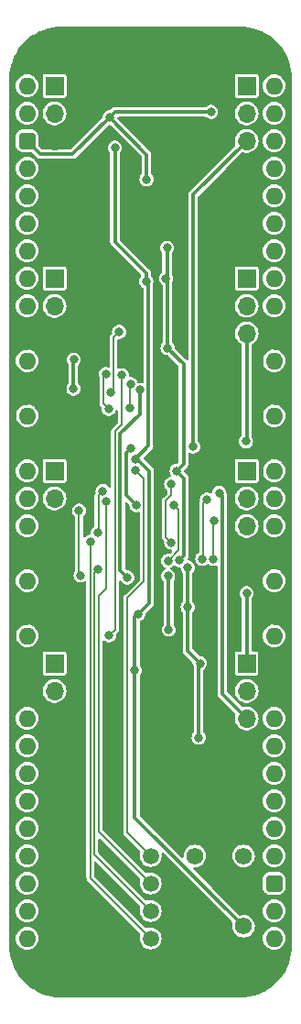
<source format=gbr>
%TF.GenerationSoftware,KiCad,Pcbnew,7.0.5*%
%TF.CreationDate,2023-12-18T11:22:37+02:00*%
%TF.ProjectId,Dual MPU Clock Generator,4475616c-204d-4505-9520-436c6f636b20,rev?*%
%TF.SameCoordinates,Original*%
%TF.FileFunction,Copper,L2,Bot*%
%TF.FilePolarity,Positive*%
%FSLAX46Y46*%
G04 Gerber Fmt 4.6, Leading zero omitted, Abs format (unit mm)*
G04 Created by KiCad (PCBNEW 7.0.5) date 2023-12-18 11:22:37*
%MOMM*%
%LPD*%
G01*
G04 APERTURE LIST*
G04 Aperture macros list*
%AMRoundRect*
0 Rectangle with rounded corners*
0 $1 Rounding radius*
0 $2 $3 $4 $5 $6 $7 $8 $9 X,Y pos of 4 corners*
0 Add a 4 corners polygon primitive as box body*
4,1,4,$2,$3,$4,$5,$6,$7,$8,$9,$2,$3,0*
0 Add four circle primitives for the rounded corners*
1,1,$1+$1,$2,$3*
1,1,$1+$1,$4,$5*
1,1,$1+$1,$6,$7*
1,1,$1+$1,$8,$9*
0 Add four rect primitives between the rounded corners*
20,1,$1+$1,$2,$3,$4,$5,0*
20,1,$1+$1,$4,$5,$6,$7,0*
20,1,$1+$1,$6,$7,$8,$9,0*
20,1,$1+$1,$8,$9,$2,$3,0*%
G04 Aperture macros list end*
%TA.AperFunction,ComponentPad*%
%ADD10R,1.700000X1.700000*%
%TD*%
%TA.AperFunction,ComponentPad*%
%ADD11O,1.700000X1.700000*%
%TD*%
%TA.AperFunction,ComponentPad*%
%ADD12O,1.600000X1.600000*%
%TD*%
%TA.AperFunction,ComponentPad*%
%ADD13RoundRect,0.400000X-0.400000X-0.400000X0.400000X-0.400000X0.400000X0.400000X-0.400000X0.400000X0*%
%TD*%
%TA.AperFunction,ComponentPad*%
%ADD14R,1.600000X1.600000*%
%TD*%
%TA.AperFunction,ComponentPad*%
%ADD15C,1.509000*%
%TD*%
%TA.AperFunction,ComponentPad*%
%ADD16R,1.575000X1.575000*%
%TD*%
%TA.AperFunction,ComponentPad*%
%ADD17C,1.575000*%
%TD*%
%TA.AperFunction,ViaPad*%
%ADD18C,0.800000*%
%TD*%
%TA.AperFunction,Conductor*%
%ADD19C,0.380000*%
%TD*%
%TA.AperFunction,Conductor*%
%ADD20C,0.200000*%
%TD*%
G04 APERTURE END LIST*
D10*
%TO.P,J7,1,Pin_1*%
%TO.N,/3.3V*%
X109220000Y-93980000D03*
D11*
%TO.P,J7,2,Pin_2*%
%TO.N,unconnected-(J7-Pin_2-Pad2)*%
X109220000Y-96520000D03*
%TO.P,J7,3,Pin_3*%
%TO.N,/CLK3*%
X109220000Y-99060000D03*
%TD*%
D12*
%TO.P,J1,1,Pin_1*%
%TO.N,unconnected-(J1-Pin_1-Pad1)*%
X88900000Y-58420000D03*
%TO.P,J1,2,Pin_2*%
%TO.N,unconnected-(J1-Pin_2-Pad2)*%
X88900000Y-60960000D03*
D13*
%TO.P,J1,3,Pin_3*%
%TO.N,/5V*%
X88900000Y-63500000D03*
D12*
%TO.P,J1,4,Pin_4*%
%TO.N,unconnected-(J1-Pin_4-Pad4)*%
X88900000Y-66040000D03*
%TO.P,J1,5,Pin_5*%
%TO.N,unconnected-(J1-Pin_5-Pad5)*%
X88900000Y-68580000D03*
%TO.P,J1,6,Pin_6*%
%TO.N,unconnected-(J1-Pin_6-Pad6)*%
X88900000Y-71120000D03*
%TO.P,J1,7,Pin_7*%
%TO.N,/~{Reset}_{OUT}*%
X88900000Y-73660000D03*
%TO.P,J1,8,Pin_8*%
%TO.N,unconnected-(J1-Pin_8-Pad8)*%
X88900000Y-76200000D03*
%TO.P,J1,9,Pin_9*%
%TO.N,unconnected-(J1-Pin_9-Pad9)*%
X88900000Y-78740000D03*
D14*
%TO.P,J1,10,Pin_10*%
%TO.N,/GND*%
X88900000Y-81280000D03*
D12*
%TO.P,J1,11,Pin_11*%
%TO.N,/~{Q}_{0}*%
X88900000Y-83820000D03*
%TO.P,J1,12,Pin_12*%
%TO.N,/GND*%
X88900000Y-86360000D03*
%TO.P,J1,13,Pin_13*%
%TO.N,/~{Y0}*%
X88900000Y-88900000D03*
%TO.P,J1,14,Pin_14*%
%TO.N,/GND*%
X88900000Y-91440000D03*
%TO.P,J1,15,Pin_15*%
%TO.N,unconnected-(J1-Pin_15-Pad15)*%
X88900000Y-93980000D03*
%TO.P,J1,16,Pin_16*%
%TO.N,unconnected-(J1-Pin_16-Pad16)*%
X88900000Y-96520000D03*
%TO.P,J1,17,Pin_17*%
%TO.N,unconnected-(J1-Pin_17-Pad17)*%
X88900000Y-99060000D03*
%TO.P,J1,18,Pin_18*%
%TO.N,/GND*%
X88900000Y-101600000D03*
%TO.P,J1,19,Pin_19*%
%TO.N,/~{Y3}*%
X88900000Y-104140000D03*
%TO.P,J1,20,Pin_20*%
%TO.N,/GND*%
X88900000Y-106680000D03*
%TO.P,J1,21,Pin_21*%
%TO.N,/~{Q}_{3}*%
X88900000Y-109220000D03*
%TO.P,J1,22,Pin_22*%
%TO.N,/GND*%
X88900000Y-111760000D03*
D14*
%TO.P,J1,23,Pin_23*%
X88900000Y-114300000D03*
D12*
%TO.P,J1,24,Pin_24*%
%TO.N,unconnected-(J1-Pin_24-Pad24)*%
X88900000Y-116840000D03*
%TO.P,J1,25,Pin_25*%
%TO.N,unconnected-(J1-Pin_25-Pad25)*%
X88900000Y-119380000D03*
%TO.P,J1,26,Pin_26*%
%TO.N,unconnected-(J1-Pin_26-Pad26)*%
X88900000Y-121920000D03*
%TO.P,J1,27,Pin_27*%
%TO.N,unconnected-(J1-Pin_27-Pad27)*%
X88900000Y-124460000D03*
%TO.P,J1,28,Pin_28*%
%TO.N,unconnected-(J1-Pin_28-Pad28)*%
X88900000Y-127000000D03*
%TO.P,J1,29,Pin_29*%
%TO.N,unconnected-(J1-Pin_29-Pad29)*%
X88900000Y-129540000D03*
%TO.P,J1,30,Pin_30*%
%TO.N,unconnected-(J1-Pin_30-Pad30)*%
X88900000Y-132080000D03*
%TO.P,J1,31,Pin_31*%
%TO.N,unconnected-(J1-Pin_31-Pad31)*%
X88900000Y-134620000D03*
%TO.P,J1,32,Pin_32*%
%TO.N,unconnected-(J1-Pin_32-Pad32)*%
X88900000Y-137160000D03*
%TO.P,J1,33,Pin_33*%
%TO.N,unconnected-(J1-Pin_33-Pad33)*%
X111760000Y-137160000D03*
%TO.P,J1,34,Pin_34*%
%TO.N,unconnected-(J1-Pin_34-Pad34)*%
X111760000Y-134620000D03*
D13*
%TO.P,J1,35,Pin_35*%
%TO.N,/5V*%
X111760000Y-132080000D03*
D12*
%TO.P,J1,36,Pin_36*%
%TO.N,unconnected-(J1-Pin_36-Pad36)*%
X111760000Y-129540000D03*
%TO.P,J1,37,Pin_37*%
%TO.N,unconnected-(J1-Pin_37-Pad37)*%
X111760000Y-127000000D03*
%TO.P,J1,38,Pin_38*%
%TO.N,unconnected-(J1-Pin_38-Pad38)*%
X111760000Y-124460000D03*
%TO.P,J1,39,Pin_39*%
%TO.N,unconnected-(J1-Pin_39-Pad39)*%
X111760000Y-121920000D03*
%TO.P,J1,40,Pin_40*%
%TO.N,unconnected-(J1-Pin_40-Pad40)*%
X111760000Y-119380000D03*
%TO.P,J1,41,Pin_41*%
%TO.N,unconnected-(J1-Pin_41-Pad41)*%
X111760000Y-116840000D03*
D14*
%TO.P,J1,42,Pin_42*%
%TO.N,/GND*%
X111760000Y-114300000D03*
D12*
%TO.P,J1,43,Pin_43*%
X111760000Y-111760000D03*
%TO.P,J1,44,Pin_44*%
%TO.N,/~{Q}_{2}*%
X111760000Y-109220000D03*
%TO.P,J1,45,Pin_45*%
%TO.N,/GND*%
X111760000Y-106680000D03*
%TO.P,J1,46,Pin_46*%
%TO.N,/~{Y2}*%
X111760000Y-104140000D03*
%TO.P,J1,47,Pin_47*%
%TO.N,/GND*%
X111760000Y-101600000D03*
%TO.P,J1,48,Pin_48*%
%TO.N,unconnected-(J1-Pin_48-Pad48)*%
X111760000Y-99060000D03*
%TO.P,J1,49,Pin_49*%
%TO.N,unconnected-(J1-Pin_49-Pad49)*%
X111760000Y-96520000D03*
%TO.P,J1,50,Pin_50*%
%TO.N,unconnected-(J1-Pin_50-Pad50)*%
X111760000Y-93980000D03*
%TO.P,J1,51,Pin_51*%
%TO.N,/GND*%
X111760000Y-91440000D03*
%TO.P,J1,52,Pin_52*%
%TO.N,/~{Y1}*%
X111760000Y-88900000D03*
%TO.P,J1,53,Pin_53*%
%TO.N,/GND*%
X111760000Y-86360000D03*
%TO.P,J1,54,Pin_54*%
%TO.N,/~{Q}_{1}*%
X111760000Y-83820000D03*
D14*
%TO.P,J1,55,Pin_55*%
%TO.N,/GND*%
X111760000Y-81280000D03*
D12*
%TO.P,J1,56,Pin_56*%
%TO.N,unconnected-(J1-Pin_56-Pad56)*%
X111760000Y-78740000D03*
%TO.P,J1,57,Pin_57*%
%TO.N,unconnected-(J1-Pin_57-Pad57)*%
X111760000Y-76200000D03*
%TO.P,J1,58,Pin_58*%
%TO.N,unconnected-(J1-Pin_58-Pad58)*%
X111760000Y-73660000D03*
%TO.P,J1,59,Pin_59*%
%TO.N,unconnected-(J1-Pin_59-Pad59)*%
X111760000Y-71120000D03*
%TO.P,J1,60,Pin_60*%
%TO.N,unconnected-(J1-Pin_60-Pad60)*%
X111760000Y-68580000D03*
%TO.P,J1,61,Pin_61*%
%TO.N,unconnected-(J1-Pin_61-Pad61)*%
X111760000Y-66040000D03*
%TO.P,J1,62,Pin_62*%
%TO.N,unconnected-(J1-Pin_62-Pad62)*%
X111760000Y-63500000D03*
%TO.P,J1,63,Pin_63*%
%TO.N,unconnected-(J1-Pin_63-Pad63)*%
X111760000Y-60960000D03*
%TO.P,J1,64,Pin_64*%
%TO.N,unconnected-(J1-Pin_64-Pad64)*%
X111760000Y-58420000D03*
%TD*%
D10*
%TO.P,J9,1,Pin_1*%
%TO.N,/3.3V*%
X109220000Y-111760000D03*
D11*
%TO.P,J9,2,Pin_2*%
%TO.N,unconnected-(J9-Pin_2-Pad2)*%
X109220000Y-114300000D03*
%TO.P,J9,3,Pin_3*%
%TO.N,/CLK4*%
X109220000Y-116840000D03*
%TD*%
D10*
%TO.P,J6,1,Pin_1*%
%TO.N,/~{Reset}*%
X91440000Y-93980000D03*
D11*
%TO.P,J6,2,Pin_2*%
%TO.N,unconnected-(J6-Pin_2-Pad2)*%
X91440000Y-96520000D03*
%TO.P,J6,3,Pin_3*%
%TO.N,/GND*%
X91440000Y-99060000D03*
%TD*%
D15*
%TO.P,S1,1,COM_1*%
%TO.N,/GND*%
X92710000Y-129540000D03*
%TO.P,S1,2,COM_2*%
X92710000Y-132080000D03*
%TO.P,S1,3,COM_3*%
X92710000Y-134620000D03*
%TO.P,S1,4,COM_4*%
X92710000Y-137160000D03*
%TO.P,S1,5,NO_4*%
%TO.N,/R4*%
X100330000Y-137160000D03*
%TO.P,S1,6,NO_3*%
%TO.N,/R3*%
X100330000Y-134620000D03*
%TO.P,S1,7,NO_2*%
%TO.N,/R2*%
X100330000Y-132080000D03*
%TO.P,S1,8,NO_1*%
%TO.N,/R1*%
X100330000Y-129540000D03*
%TD*%
D10*
%TO.P,J5,1,Pin_1*%
%TO.N,/3.3V*%
X109220000Y-76200000D03*
D11*
%TO.P,J5,2,Pin_2*%
%TO.N,unconnected-(J5-Pin_2-Pad2)*%
X109220000Y-78740000D03*
%TO.P,J5,3,Pin_3*%
%TO.N,/CLK2*%
X109220000Y-81280000D03*
%TD*%
D10*
%TO.P,J2,1,Pin_1*%
%TO.N,/~{Reset}*%
X91440000Y-58420000D03*
D11*
%TO.P,J2,2,Pin_2*%
%TO.N,unconnected-(J2-Pin_2-Pad2)*%
X91440000Y-60960000D03*
%TO.P,J2,3,Pin_3*%
%TO.N,/GND*%
X91440000Y-63500000D03*
%TD*%
D16*
%TO.P,S2,1,C1*%
%TO.N,/GND*%
X104430000Y-136040000D03*
D17*
%TO.P,S2,2,C2*%
%TO.N,unconnected-(S2-C2-Pad2)*%
X104430000Y-129540000D03*
%TO.P,S2,3,N1*%
%TO.N,/~{Reset}*%
X108930000Y-136040000D03*
%TO.P,S2,4,N2*%
%TO.N,unconnected-(S2-N2-Pad4)*%
X108930000Y-129540000D03*
%TD*%
D10*
%TO.P,J4,1,Pin_1*%
%TO.N,/~{Reset}*%
X91440000Y-76200000D03*
D11*
%TO.P,J4,2,Pin_2*%
%TO.N,unconnected-(J4-Pin_2-Pad2)*%
X91440000Y-78740000D03*
%TO.P,J4,3,Pin_3*%
%TO.N,/GND*%
X91440000Y-81280000D03*
%TD*%
D10*
%TO.P,J3,1,Pin_1*%
%TO.N,/3.3V*%
X109220000Y-58420000D03*
D11*
%TO.P,J3,2,Pin_2*%
%TO.N,unconnected-(J3-Pin_2-Pad2)*%
X109220000Y-60960000D03*
%TO.P,J3,3,Pin_3*%
%TO.N,/CLK1*%
X109220000Y-63500000D03*
%TD*%
D10*
%TO.P,J8,1,Pin_1*%
%TO.N,/~{Reset}*%
X91440000Y-111760000D03*
D11*
%TO.P,J8,2,Pin_2*%
%TO.N,unconnected-(J8-Pin_2-Pad2)*%
X91440000Y-114300000D03*
%TO.P,J8,3,Pin_3*%
%TO.N,/GND*%
X91440000Y-116840000D03*
%TD*%
D18*
%TO.N,/5V*%
X105918000Y-60833000D03*
X96520000Y-61341000D03*
X99949002Y-67056000D03*
%TO.N,/GND*%
X94711995Y-88929987D03*
X100965000Y-80137000D03*
X95250000Y-82933000D03*
X107188000Y-86599006D03*
X100965000Y-89789000D03*
X101947000Y-62357000D03*
X102063019Y-111169981D03*
X94869000Y-58420000D03*
X101981000Y-115062000D03*
X101219000Y-96139000D03*
X107188000Y-80137000D03*
X100507000Y-107823000D03*
%TO.N,/3.3V*%
X109219989Y-105283011D03*
X104775000Y-118618000D03*
X102988401Y-102231635D03*
X101854005Y-73380920D03*
X102743000Y-93980000D03*
X101755000Y-76200000D03*
X103759000Y-102898840D03*
X101902500Y-82628500D03*
X93217998Y-83723000D03*
X103759000Y-106553000D03*
X104902000Y-111760000D03*
X93188000Y-86390000D03*
%TO.N,/~{Reset}_{2}*%
X96493866Y-109170073D03*
X97663000Y-85160097D03*
%TO.N,/CLK_{2}*%
X102000950Y-108639950D03*
X101943155Y-103691000D03*
X99303929Y-86518586D03*
X98171000Y-103824000D03*
%TO.N,/~{Q}*%
X96201000Y-85040000D03*
X96444078Y-88265509D03*
%TO.N,/Q*%
X96647000Y-86741000D03*
X97409002Y-81153000D03*
%TO.N,/~{Reset}*%
X99921000Y-76457862D03*
X99187000Y-107188000D03*
X98871036Y-112395000D03*
X98904998Y-92904026D03*
X97028000Y-64135000D03*
%TO.N,/~{Q}_{f}*%
X98475475Y-85958525D03*
X98425000Y-88164996D03*
%TO.N,/CLK1*%
X104266996Y-91722000D03*
%TO.N,/CLK2*%
X98524000Y-91923032D03*
X99013000Y-97140002D03*
X109162064Y-91258996D03*
%TO.N,/R1*%
X98905000Y-93904029D03*
%TO.N,/R2*%
X96201000Y-96827131D03*
%TO.N,/R3*%
X102489000Y-97155000D03*
X101939125Y-102291000D03*
X95442000Y-103059000D03*
%TO.N,/R4*%
X102235000Y-100584000D03*
X102235000Y-95190000D03*
X94742000Y-100525000D03*
%TO.N,Net-(IC9-1Y)*%
X95893821Y-95848058D03*
X95439000Y-99695000D03*
%TO.N,Net-(IC9-2Y)*%
X93853000Y-103632000D03*
X93707141Y-97650000D03*
%TO.N,Net-(IC9-3Y)*%
X106121384Y-102107996D03*
X106172000Y-98552000D03*
%TO.N,Net-(IC9-4Y)*%
X105121382Y-102108000D03*
X105536994Y-96647000D03*
%TO.N,/CLK4*%
X106680000Y-96012000D03*
%TD*%
D19*
%TO.N,/5V*%
X90140000Y-64740000D02*
X93121000Y-64740000D01*
X93121000Y-64740000D02*
X96520000Y-61341000D01*
X99949002Y-64770002D02*
X99949002Y-67056000D01*
X97028000Y-60833000D02*
X105918000Y-60833000D01*
X96520000Y-61341000D02*
X99949002Y-64770002D01*
X96520000Y-61341000D02*
X97028000Y-60833000D01*
X88900000Y-63500000D02*
X90140000Y-64740000D01*
%TO.N,/GND*%
X112950000Y-108727085D02*
X112950000Y-109712915D01*
X88900000Y-106680000D02*
X90200000Y-107980000D01*
X101219000Y-96139000D02*
X101219000Y-99822000D01*
X112950000Y-83327085D02*
X112950000Y-84312915D01*
X112950000Y-104632915D02*
X112950000Y-103647085D01*
X88487085Y-102870000D02*
X88900000Y-102870000D01*
X90090000Y-82470000D02*
X90090000Y-90250000D01*
X88900000Y-91440000D02*
X88900000Y-90090000D01*
X88900000Y-102870000D02*
X88900000Y-101600000D01*
X88900000Y-82630000D02*
X88900000Y-81280000D01*
X88407085Y-90090000D02*
X87710000Y-89392915D01*
X100507000Y-106884000D02*
X100507000Y-107823000D01*
X110460000Y-107980000D02*
X111760000Y-106680000D01*
X101947000Y-62357000D02*
X101947000Y-70773000D01*
X107345000Y-79980000D02*
X107188000Y-80137000D01*
X112045915Y-102743000D02*
X111760000Y-102743000D01*
X112172915Y-90170000D02*
X111760000Y-90170000D01*
X101219000Y-90043000D02*
X101219000Y-96139000D01*
X88900000Y-90090000D02*
X88407085Y-90090000D01*
X112252915Y-82630000D02*
X112950000Y-83327085D01*
X87630000Y-103727085D02*
X88487085Y-102870000D01*
X107188000Y-80137000D02*
X107188000Y-86599006D01*
X101219000Y-99822000D02*
X100965000Y-100076000D01*
X94711985Y-83471015D02*
X95250000Y-82933000D01*
X110460000Y-113000000D02*
X110460000Y-107980000D01*
X87710000Y-88407085D02*
X88407085Y-87710000D01*
X111760000Y-82630000D02*
X112252915Y-82630000D01*
X100965000Y-100076000D02*
X100965000Y-106426000D01*
X112252915Y-105330000D02*
X112950000Y-104632915D01*
X100965000Y-80137000D02*
X100965000Y-89789000D01*
X88407085Y-110410000D02*
X87710000Y-109712915D01*
X112172915Y-110490000D02*
X111760000Y-110490000D01*
X111760000Y-90170000D02*
X111760000Y-91440000D01*
X111760000Y-85090000D02*
X111760000Y-86360000D01*
X110570000Y-90250000D02*
X110570000Y-82470000D01*
X111760000Y-105330000D02*
X112252915Y-105330000D01*
X111760000Y-114300000D02*
X111760000Y-111760000D01*
X102063019Y-114979981D02*
X102063019Y-111169981D01*
X100965000Y-89789000D02*
X101219000Y-90043000D01*
X102217025Y-111169981D02*
X102063019Y-111169981D01*
X111760000Y-110490000D02*
X111760000Y-111760000D01*
X111760000Y-106680000D02*
X111760000Y-105330000D01*
X112950000Y-109712915D02*
X112172915Y-110490000D01*
X88900000Y-86360000D02*
X88900000Y-85010000D01*
X88900000Y-108030000D02*
X88900000Y-106680000D01*
X112172915Y-85090000D02*
X111760000Y-85090000D01*
X88900000Y-85010000D02*
X88407085Y-85010000D01*
X88900000Y-111760000D02*
X88900000Y-110410000D01*
X87710000Y-108727085D02*
X88407085Y-108030000D01*
X88407085Y-82630000D02*
X88900000Y-82630000D01*
X111760000Y-108030000D02*
X112252915Y-108030000D01*
X87710000Y-89392915D02*
X87710000Y-88407085D01*
X112950000Y-103647085D02*
X112045915Y-102743000D01*
X88407085Y-108030000D02*
X88900000Y-108030000D01*
X88900000Y-81280000D02*
X90090000Y-82470000D01*
X93093000Y-82933000D02*
X95250000Y-82933000D01*
X111760000Y-114300000D02*
X110460000Y-113000000D01*
X90200000Y-92740000D02*
X88900000Y-91440000D01*
X111760000Y-87710000D02*
X112252915Y-87710000D01*
X88900000Y-110410000D02*
X88407085Y-110410000D01*
X87630000Y-83407085D02*
X88407085Y-82630000D01*
X88407085Y-87710000D02*
X88900000Y-87710000D01*
X88407085Y-85010000D02*
X87630000Y-84232915D01*
X88900000Y-87710000D02*
X88900000Y-86360000D01*
X87710000Y-109712915D02*
X87710000Y-108727085D01*
X94711995Y-88929987D02*
X94711985Y-88929977D01*
X91440000Y-81280000D02*
X93093000Y-82933000D01*
X112950000Y-88407085D02*
X112950000Y-89392915D01*
X110570000Y-92630000D02*
X110570000Y-100410000D01*
X87630000Y-104552915D02*
X87630000Y-103727085D01*
X110570000Y-100410000D02*
X111760000Y-101600000D01*
X90200000Y-107980000D02*
X90200000Y-113000000D01*
X112950000Y-89392915D02*
X112172915Y-90170000D01*
X111760000Y-81280000D02*
X111760000Y-82630000D01*
X111760000Y-106680000D02*
X111760000Y-108030000D01*
X111760000Y-102743000D02*
X111760000Y-101600000D01*
X112252915Y-108030000D02*
X112950000Y-108727085D01*
X101947000Y-70773000D02*
X100965000Y-71755000D01*
X111760000Y-91440000D02*
X110570000Y-90250000D01*
X91440000Y-99060000D02*
X90200000Y-97820000D01*
X111760000Y-81280000D02*
X110460000Y-79980000D01*
X88407085Y-105330000D02*
X87630000Y-104552915D01*
X110460000Y-79980000D02*
X107345000Y-79980000D01*
X88900000Y-105330000D02*
X88407085Y-105330000D01*
X94869000Y-60071000D02*
X94869000Y-58420000D01*
X100965000Y-106426000D02*
X100507000Y-106884000D01*
X111760000Y-86360000D02*
X111760000Y-87710000D01*
X88900000Y-101600000D02*
X91440000Y-99060000D01*
X112252915Y-87710000D02*
X112950000Y-88407085D01*
X111760000Y-91440000D02*
X110570000Y-92630000D01*
X91440000Y-81280000D02*
X88900000Y-81280000D01*
X91440000Y-116840000D02*
X88900000Y-114300000D01*
X87630000Y-84232915D02*
X87630000Y-83407085D01*
X91440000Y-63500000D02*
X94869000Y-60071000D01*
X90200000Y-113000000D02*
X88900000Y-114300000D01*
X112950000Y-84312915D02*
X112172915Y-85090000D01*
X100965000Y-71755000D02*
X100965000Y-80137000D01*
X94711985Y-88929977D02*
X94711985Y-83471015D01*
X110570000Y-82470000D02*
X111760000Y-81280000D01*
X101981000Y-115062000D02*
X102063019Y-114979981D01*
X90200000Y-97820000D02*
X90200000Y-92740000D01*
X88900000Y-106680000D02*
X88900000Y-105330000D01*
X88900000Y-114300000D02*
X88900000Y-111760000D01*
X90090000Y-90250000D02*
X88900000Y-91440000D01*
%TO.N,/3.3V*%
X103425000Y-94662000D02*
X103425000Y-101795036D01*
X101854005Y-76100995D02*
X101755000Y-76200000D01*
X109220000Y-111760000D02*
X109220000Y-105283022D01*
X104775000Y-111887000D02*
X104902000Y-111760000D01*
X103378000Y-93345000D02*
X103378000Y-84104000D01*
X102743000Y-93980000D02*
X103378000Y-93345000D01*
X103759000Y-106553000D02*
X103759000Y-102898840D01*
X104775000Y-118618000D02*
X104775000Y-111887000D01*
X101854005Y-73380920D02*
X101854005Y-76100995D01*
X102743000Y-93980000D02*
X103425000Y-94662000D01*
X103378000Y-84104000D02*
X101902500Y-82628500D01*
X103425000Y-101795036D02*
X102988401Y-102231635D01*
X93188000Y-86390000D02*
X93188000Y-83752998D01*
X101902500Y-76347500D02*
X101755000Y-76200000D01*
X109220000Y-105283022D02*
X109219989Y-105283011D01*
X93188000Y-83752998D02*
X93217998Y-83723000D01*
X103759000Y-106553000D02*
X103759000Y-110617000D01*
X103759000Y-110617000D02*
X104902000Y-111760000D01*
X101902500Y-82628500D02*
X101902500Y-76347500D01*
D20*
%TO.N,/~{Reset}_{2}*%
X97663000Y-85160097D02*
X97663000Y-89692000D01*
X97028000Y-90327000D02*
X97028000Y-108635939D01*
X97028000Y-108635939D02*
X96493866Y-109170073D01*
X97663000Y-89692000D02*
X97028000Y-90327000D01*
D19*
%TO.N,/CLK_{2}*%
X99303929Y-86518586D02*
X99303929Y-88744035D01*
X102000950Y-108639950D02*
X102000950Y-103748795D01*
X97518000Y-90529964D02*
X97518000Y-103171000D01*
X102000950Y-103748795D02*
X101943155Y-103691000D01*
X97518000Y-103171000D02*
X98171000Y-103824000D01*
X99303929Y-88744035D02*
X97518000Y-90529964D01*
D20*
%TO.N,/~{Q}*%
X95947000Y-85294000D02*
X95947000Y-87768431D01*
X95947000Y-87768431D02*
X96444078Y-88265509D01*
X96201000Y-85040000D02*
X95947000Y-85294000D01*
%TO.N,/Q*%
X96901000Y-81661002D02*
X96901000Y-86503750D01*
X97409002Y-81153000D02*
X96901000Y-81661002D01*
X96901000Y-86503750D02*
X96663756Y-86740994D01*
D19*
%TO.N,/~{Reset}*%
X99127026Y-92904026D02*
X100203000Y-93980000D01*
X98871036Y-107503964D02*
X99187000Y-107188000D01*
X100131000Y-76667862D02*
X99921000Y-76457862D01*
X98904998Y-92904026D02*
X100131000Y-91678024D01*
X98871036Y-125981036D02*
X98871036Y-112395000D01*
X97028000Y-64135000D02*
X97028000Y-72829244D01*
X100203000Y-93980000D02*
X100203000Y-106172000D01*
X100131000Y-91678024D02*
X100131000Y-76667862D01*
X99921000Y-75722244D02*
X99921000Y-76457862D01*
X108930000Y-136040000D02*
X98871036Y-125981036D01*
X97028000Y-72829244D02*
X99921000Y-75722244D01*
X98904998Y-92904026D02*
X99127026Y-92904026D01*
X100203000Y-106172000D02*
X99187000Y-107188000D01*
X98871036Y-112395000D02*
X98871036Y-107503964D01*
D20*
%TO.N,/~{Q}_{f}*%
X98425000Y-86009000D02*
X98425000Y-88164996D01*
X98475475Y-85958525D02*
X98425000Y-86009000D01*
D19*
%TO.N,/CLK1*%
X104266996Y-68453004D02*
X104266996Y-91722000D01*
X109220000Y-63500000D02*
X104266996Y-68453004D01*
%TO.N,/CLK2*%
X98114998Y-96242000D02*
X98114998Y-92332034D01*
X109220000Y-81280000D02*
X109220000Y-91201060D01*
X98114998Y-92332034D02*
X98524000Y-91923032D01*
X109220000Y-91201060D02*
X109162064Y-91258996D01*
X99013000Y-97140002D02*
X98114998Y-96242000D01*
D20*
%TO.N,/R1*%
X100046996Y-129256996D02*
X98171000Y-127381000D01*
X99713000Y-94712029D02*
X98905000Y-93904029D01*
X99713000Y-104191036D02*
X99713000Y-94712029D01*
X98171000Y-127381000D02*
X98171000Y-105733036D01*
X98171000Y-105733036D02*
X99713000Y-104191036D01*
%TO.N,/R2*%
X95542000Y-127292000D02*
X95542000Y-105499000D01*
X95542000Y-105499000D02*
X96201000Y-104840000D01*
X100330000Y-132080000D02*
X95542000Y-127292000D01*
X96201000Y-104840000D02*
X96201000Y-96827131D01*
%TO.N,/R3*%
X95142000Y-103359000D02*
X95442000Y-103059000D01*
X102489000Y-97155000D02*
X102935000Y-97601000D01*
X102935000Y-101295125D02*
X101939125Y-102291000D01*
X102935000Y-97601000D02*
X102935000Y-101295125D01*
X100330000Y-134620000D02*
X95142000Y-129432000D01*
X95142000Y-129432000D02*
X95142000Y-103359000D01*
%TO.N,/R4*%
X102235000Y-95190000D02*
X102235000Y-96211107D01*
X94742000Y-131572000D02*
X94742000Y-100525000D01*
X102235000Y-96211107D02*
X101727000Y-96719109D01*
X101727000Y-96719109D02*
X101727000Y-100076000D01*
X101727000Y-100076000D02*
X102235000Y-100584000D01*
X100330000Y-137160000D02*
X94742000Y-131572000D01*
%TO.N,Net-(IC9-1Y)*%
X95893821Y-95848058D02*
X95501000Y-96240879D01*
X95501000Y-99633000D02*
X95439000Y-99695000D01*
X95501000Y-96240879D02*
X95501000Y-99633000D01*
%TO.N,Net-(IC9-2Y)*%
X93707141Y-97650000D02*
X93707141Y-103486141D01*
X93707141Y-103486141D02*
X93853000Y-103632000D01*
%TO.N,Net-(IC9-3Y)*%
X106121384Y-98602616D02*
X106172000Y-98552000D01*
X106121384Y-102107996D02*
X106121384Y-98602616D01*
%TO.N,Net-(IC9-4Y)*%
X105121382Y-102108000D02*
X105175000Y-102054382D01*
X105175000Y-102054382D02*
X105175000Y-97008994D01*
X105175000Y-97008994D02*
X105536994Y-96647000D01*
D19*
%TO.N,/CLK4*%
X106962000Y-96294000D02*
X106962000Y-114582000D01*
X106962000Y-114582000D02*
X109220000Y-116840000D01*
X106680000Y-96012000D02*
X106962000Y-96294000D01*
%TD*%
%TA.AperFunction,Conductor*%
%TO.N,/GND*%
G36*
X108586351Y-52955559D02*
G01*
X109003236Y-52973760D01*
X109008589Y-52974229D01*
X109420967Y-53028519D01*
X109426268Y-53029454D01*
X109832335Y-53119477D01*
X109837525Y-53120867D01*
X110234209Y-53245941D01*
X110239286Y-53247789D01*
X110623552Y-53406958D01*
X110628422Y-53409229D01*
X110997371Y-53601291D01*
X111002020Y-53603976D01*
X111352809Y-53827454D01*
X111357231Y-53830550D01*
X111687197Y-54083741D01*
X111691342Y-54087220D01*
X111963881Y-54336957D01*
X111997975Y-54368198D01*
X112001801Y-54372024D01*
X112282779Y-54678657D01*
X112286258Y-54682802D01*
X112539449Y-55012768D01*
X112542548Y-55017194D01*
X112766018Y-55367972D01*
X112768712Y-55372635D01*
X112960761Y-55741559D01*
X112963048Y-55746463D01*
X113122208Y-56130709D01*
X113124059Y-56135794D01*
X113249125Y-56532450D01*
X113250525Y-56537677D01*
X113340543Y-56943725D01*
X113341483Y-56949054D01*
X113395768Y-57361393D01*
X113396240Y-57366784D01*
X113414441Y-57783649D01*
X113414500Y-57786353D01*
X113414500Y-137793646D01*
X113414441Y-137796350D01*
X113396240Y-138213215D01*
X113395768Y-138218606D01*
X113341483Y-138630945D01*
X113340543Y-138636274D01*
X113250525Y-139042322D01*
X113249125Y-139047549D01*
X113124059Y-139444205D01*
X113122208Y-139449290D01*
X112963048Y-139833536D01*
X112960761Y-139838440D01*
X112768719Y-140207351D01*
X112766013Y-140212037D01*
X112542553Y-140562798D01*
X112539449Y-140567231D01*
X112286258Y-140897197D01*
X112282779Y-140901342D01*
X112001801Y-141207975D01*
X111997975Y-141211801D01*
X111691342Y-141492779D01*
X111687197Y-141496258D01*
X111357231Y-141749449D01*
X111352798Y-141752553D01*
X111002037Y-141976013D01*
X110997351Y-141978719D01*
X110628440Y-142170761D01*
X110623536Y-142173048D01*
X110239290Y-142332208D01*
X110234205Y-142334059D01*
X109837549Y-142459125D01*
X109832322Y-142460525D01*
X109426274Y-142550543D01*
X109420945Y-142551483D01*
X109008606Y-142605768D01*
X109003215Y-142606240D01*
X108586351Y-142624441D01*
X108583647Y-142624500D01*
X92076353Y-142624500D01*
X92073649Y-142624441D01*
X91656784Y-142606240D01*
X91651393Y-142605768D01*
X91445223Y-142578625D01*
X91239051Y-142551482D01*
X91233725Y-142550543D01*
X90827677Y-142460525D01*
X90822458Y-142459127D01*
X90636218Y-142400405D01*
X90425794Y-142334059D01*
X90420709Y-142332208D01*
X90200171Y-142240858D01*
X90036457Y-142173045D01*
X90031567Y-142170765D01*
X89662635Y-141978712D01*
X89657972Y-141976018D01*
X89307194Y-141752548D01*
X89302768Y-141749449D01*
X88972802Y-141496258D01*
X88968657Y-141492779D01*
X88662024Y-141211801D01*
X88658198Y-141207975D01*
X88377220Y-140901342D01*
X88373741Y-140897197D01*
X88120550Y-140567231D01*
X88117454Y-140562809D01*
X87893976Y-140212020D01*
X87891291Y-140207371D01*
X87699229Y-139838422D01*
X87696958Y-139833552D01*
X87537789Y-139449286D01*
X87535940Y-139444205D01*
X87410867Y-139047525D01*
X87409477Y-139042335D01*
X87319454Y-138636268D01*
X87318519Y-138630967D01*
X87264229Y-138218589D01*
X87263760Y-138213236D01*
X87245559Y-137796350D01*
X87245500Y-137793646D01*
X87245500Y-137160000D01*
X87844417Y-137160000D01*
X87864699Y-137365932D01*
X87864700Y-137365934D01*
X87924768Y-137563954D01*
X88022315Y-137746450D01*
X88022317Y-137746452D01*
X88153589Y-137906410D01*
X88250209Y-137985702D01*
X88313550Y-138037685D01*
X88496046Y-138135232D01*
X88694066Y-138195300D01*
X88694065Y-138195300D01*
X88712529Y-138197118D01*
X88900000Y-138215583D01*
X89105934Y-138195300D01*
X89303954Y-138135232D01*
X89486450Y-138037685D01*
X89646410Y-137906410D01*
X89777685Y-137746450D01*
X89875232Y-137563954D01*
X89935300Y-137365934D01*
X89955583Y-137160000D01*
X89935300Y-136954066D01*
X89875232Y-136756046D01*
X89777685Y-136573550D01*
X89672941Y-136445918D01*
X89646410Y-136413589D01*
X89486452Y-136282317D01*
X89486453Y-136282317D01*
X89486450Y-136282315D01*
X89303954Y-136184768D01*
X89105934Y-136124700D01*
X89105932Y-136124699D01*
X89105934Y-136124699D01*
X88900000Y-136104417D01*
X88694067Y-136124699D01*
X88496043Y-136184769D01*
X88417021Y-136227008D01*
X88313550Y-136282315D01*
X88313548Y-136282316D01*
X88313547Y-136282317D01*
X88153589Y-136413589D01*
X88022317Y-136573547D01*
X88022315Y-136573550D01*
X87983643Y-136645897D01*
X87924769Y-136756043D01*
X87864699Y-136954067D01*
X87844417Y-137160000D01*
X87245500Y-137160000D01*
X87245500Y-134620000D01*
X87844417Y-134620000D01*
X87864699Y-134825932D01*
X87864700Y-134825934D01*
X87924768Y-135023954D01*
X88022315Y-135206450D01*
X88022317Y-135206452D01*
X88153589Y-135366410D01*
X88250209Y-135445702D01*
X88313550Y-135497685D01*
X88496046Y-135595232D01*
X88694066Y-135655300D01*
X88694065Y-135655300D01*
X88712529Y-135657118D01*
X88900000Y-135675583D01*
X89105934Y-135655300D01*
X89303954Y-135595232D01*
X89486450Y-135497685D01*
X89646410Y-135366410D01*
X89777685Y-135206450D01*
X89875232Y-135023954D01*
X89935300Y-134825934D01*
X89955583Y-134620000D01*
X89935300Y-134414066D01*
X89875232Y-134216046D01*
X89777685Y-134033550D01*
X89672941Y-133905918D01*
X89646410Y-133873589D01*
X89486452Y-133742317D01*
X89486453Y-133742317D01*
X89486450Y-133742315D01*
X89303954Y-133644768D01*
X89105934Y-133584700D01*
X89105932Y-133584699D01*
X89105934Y-133584699D01*
X88900000Y-133564417D01*
X88694067Y-133584699D01*
X88496043Y-133644769D01*
X88417021Y-133687008D01*
X88313550Y-133742315D01*
X88313548Y-133742316D01*
X88313547Y-133742317D01*
X88153589Y-133873589D01*
X88022317Y-134033547D01*
X88022315Y-134033550D01*
X87983643Y-134105897D01*
X87924769Y-134216043D01*
X87864699Y-134414067D01*
X87844417Y-134620000D01*
X87245500Y-134620000D01*
X87245500Y-132079999D01*
X87844417Y-132079999D01*
X87864699Y-132285932D01*
X87864700Y-132285934D01*
X87924768Y-132483954D01*
X88022315Y-132666450D01*
X88022317Y-132666452D01*
X88153589Y-132826410D01*
X88250209Y-132905702D01*
X88313550Y-132957685D01*
X88496046Y-133055232D01*
X88694066Y-133115300D01*
X88694065Y-133115300D01*
X88714348Y-133117297D01*
X88900000Y-133135583D01*
X89105934Y-133115300D01*
X89303954Y-133055232D01*
X89486450Y-132957685D01*
X89646410Y-132826410D01*
X89777685Y-132666450D01*
X89875232Y-132483954D01*
X89935300Y-132285934D01*
X89955583Y-132080000D01*
X89935300Y-131874066D01*
X89875232Y-131676046D01*
X89777685Y-131493550D01*
X89672941Y-131365918D01*
X89646410Y-131333589D01*
X89486452Y-131202317D01*
X89486453Y-131202317D01*
X89486450Y-131202315D01*
X89303954Y-131104768D01*
X89105934Y-131044700D01*
X89105932Y-131044699D01*
X89105934Y-131044699D01*
X88900000Y-131024417D01*
X88694067Y-131044699D01*
X88496043Y-131104769D01*
X88417021Y-131147008D01*
X88313550Y-131202315D01*
X88313548Y-131202316D01*
X88313547Y-131202317D01*
X88153589Y-131333589D01*
X88022317Y-131493547D01*
X88022315Y-131493550D01*
X87993087Y-131548232D01*
X87924769Y-131676043D01*
X87864699Y-131874067D01*
X87844417Y-132079999D01*
X87245500Y-132079999D01*
X87245500Y-129539999D01*
X87844417Y-129539999D01*
X87864699Y-129745932D01*
X87864700Y-129745934D01*
X87924768Y-129943954D01*
X88022315Y-130126450D01*
X88022317Y-130126452D01*
X88153589Y-130286410D01*
X88250209Y-130365702D01*
X88313550Y-130417685D01*
X88496046Y-130515232D01*
X88694066Y-130575300D01*
X88694065Y-130575300D01*
X88712529Y-130577118D01*
X88900000Y-130595583D01*
X89105934Y-130575300D01*
X89303954Y-130515232D01*
X89486450Y-130417685D01*
X89646410Y-130286410D01*
X89777685Y-130126450D01*
X89875232Y-129943954D01*
X89935300Y-129745934D01*
X89955583Y-129540000D01*
X89935300Y-129334066D01*
X89875232Y-129136046D01*
X89777685Y-128953550D01*
X89672942Y-128825919D01*
X89646410Y-128793589D01*
X89486452Y-128662317D01*
X89486453Y-128662317D01*
X89486450Y-128662315D01*
X89303954Y-128564768D01*
X89105934Y-128504700D01*
X89105932Y-128504699D01*
X89105934Y-128504699D01*
X88918463Y-128486235D01*
X88900000Y-128484417D01*
X88899999Y-128484417D01*
X88694067Y-128504699D01*
X88496043Y-128564769D01*
X88417021Y-128607008D01*
X88313550Y-128662315D01*
X88313548Y-128662316D01*
X88313547Y-128662317D01*
X88153589Y-128793589D01*
X88022317Y-128953547D01*
X88022315Y-128953550D01*
X87983643Y-129025897D01*
X87924769Y-129136043D01*
X87864699Y-129334067D01*
X87844417Y-129539999D01*
X87245500Y-129539999D01*
X87245500Y-127000000D01*
X87844417Y-127000000D01*
X87864699Y-127205932D01*
X87864700Y-127205934D01*
X87924768Y-127403954D01*
X88022315Y-127586450D01*
X88032826Y-127599258D01*
X88153589Y-127746410D01*
X88250209Y-127825702D01*
X88313550Y-127877685D01*
X88496046Y-127975232D01*
X88694066Y-128035300D01*
X88694065Y-128035300D01*
X88712529Y-128037118D01*
X88900000Y-128055583D01*
X89105934Y-128035300D01*
X89303954Y-127975232D01*
X89486450Y-127877685D01*
X89646410Y-127746410D01*
X89777685Y-127586450D01*
X89875232Y-127403954D01*
X89935300Y-127205934D01*
X89955583Y-127000000D01*
X89935300Y-126794066D01*
X89875232Y-126596046D01*
X89777685Y-126413550D01*
X89673563Y-126286676D01*
X89646410Y-126253589D01*
X89486452Y-126122317D01*
X89486453Y-126122317D01*
X89486450Y-126122315D01*
X89303954Y-126024768D01*
X89105934Y-125964700D01*
X89105932Y-125964699D01*
X89105934Y-125964699D01*
X88900000Y-125944417D01*
X88694067Y-125964699D01*
X88496043Y-126024769D01*
X88385897Y-126083643D01*
X88313550Y-126122315D01*
X88313548Y-126122316D01*
X88313547Y-126122317D01*
X88153589Y-126253589D01*
X88022317Y-126413547D01*
X88022315Y-126413550D01*
X87994204Y-126466141D01*
X87924769Y-126596043D01*
X87864699Y-126794067D01*
X87844417Y-127000000D01*
X87245500Y-127000000D01*
X87245500Y-124460000D01*
X87844417Y-124460000D01*
X87864699Y-124665932D01*
X87864700Y-124665934D01*
X87924768Y-124863954D01*
X88022315Y-125046450D01*
X88022317Y-125046452D01*
X88153589Y-125206410D01*
X88250209Y-125285702D01*
X88313550Y-125337685D01*
X88496046Y-125435232D01*
X88694066Y-125495300D01*
X88694065Y-125495300D01*
X88712529Y-125497118D01*
X88900000Y-125515583D01*
X89105934Y-125495300D01*
X89303954Y-125435232D01*
X89486450Y-125337685D01*
X89646410Y-125206410D01*
X89777685Y-125046450D01*
X89875232Y-124863954D01*
X89935300Y-124665934D01*
X89955583Y-124460000D01*
X89935300Y-124254066D01*
X89875232Y-124056046D01*
X89777685Y-123873550D01*
X89725702Y-123810209D01*
X89646410Y-123713589D01*
X89486452Y-123582317D01*
X89486453Y-123582317D01*
X89486450Y-123582315D01*
X89303954Y-123484768D01*
X89105934Y-123424700D01*
X89105932Y-123424699D01*
X89105934Y-123424699D01*
X88900000Y-123404417D01*
X88694067Y-123424699D01*
X88496043Y-123484769D01*
X88385897Y-123543643D01*
X88313550Y-123582315D01*
X88313548Y-123582316D01*
X88313547Y-123582317D01*
X88153589Y-123713589D01*
X88022317Y-123873547D01*
X87924769Y-124056043D01*
X87864699Y-124254067D01*
X87844417Y-124460000D01*
X87245500Y-124460000D01*
X87245500Y-121920000D01*
X87844417Y-121920000D01*
X87864699Y-122125932D01*
X87864700Y-122125934D01*
X87924768Y-122323954D01*
X88022315Y-122506450D01*
X88022317Y-122506452D01*
X88153589Y-122666410D01*
X88250209Y-122745702D01*
X88313550Y-122797685D01*
X88496046Y-122895232D01*
X88694066Y-122955300D01*
X88694065Y-122955300D01*
X88714348Y-122957297D01*
X88900000Y-122975583D01*
X89105934Y-122955300D01*
X89303954Y-122895232D01*
X89486450Y-122797685D01*
X89646410Y-122666410D01*
X89777685Y-122506450D01*
X89875232Y-122323954D01*
X89935300Y-122125934D01*
X89955583Y-121920000D01*
X89935300Y-121714066D01*
X89875232Y-121516046D01*
X89777685Y-121333550D01*
X89725702Y-121270209D01*
X89646410Y-121173589D01*
X89486452Y-121042317D01*
X89486453Y-121042317D01*
X89486450Y-121042315D01*
X89303954Y-120944768D01*
X89105934Y-120884700D01*
X89105932Y-120884699D01*
X89105934Y-120884699D01*
X88918463Y-120866235D01*
X88900000Y-120864417D01*
X88899999Y-120864417D01*
X88694067Y-120884699D01*
X88496043Y-120944769D01*
X88385897Y-121003643D01*
X88313550Y-121042315D01*
X88313548Y-121042316D01*
X88313547Y-121042317D01*
X88153589Y-121173589D01*
X88022317Y-121333547D01*
X87924769Y-121516043D01*
X87864699Y-121714067D01*
X87844417Y-121920000D01*
X87245500Y-121920000D01*
X87245500Y-119379999D01*
X87844417Y-119379999D01*
X87864699Y-119585932D01*
X87864700Y-119585934D01*
X87924768Y-119783954D01*
X88022315Y-119966450D01*
X88022317Y-119966452D01*
X88153589Y-120126410D01*
X88250209Y-120205702D01*
X88313550Y-120257685D01*
X88496046Y-120355232D01*
X88694066Y-120415300D01*
X88694065Y-120415300D01*
X88712529Y-120417118D01*
X88900000Y-120435583D01*
X89105934Y-120415300D01*
X89303954Y-120355232D01*
X89486450Y-120257685D01*
X89646410Y-120126410D01*
X89777685Y-119966450D01*
X89875232Y-119783954D01*
X89935300Y-119585934D01*
X89955583Y-119380000D01*
X89935300Y-119174066D01*
X89875232Y-118976046D01*
X89777685Y-118793550D01*
X89725702Y-118730209D01*
X89646410Y-118633589D01*
X89486452Y-118502317D01*
X89486453Y-118502317D01*
X89486450Y-118502315D01*
X89303954Y-118404768D01*
X89105934Y-118344700D01*
X89105932Y-118344699D01*
X89105934Y-118344699D01*
X88900000Y-118324417D01*
X88694067Y-118344699D01*
X88496043Y-118404769D01*
X88390506Y-118461181D01*
X88313550Y-118502315D01*
X88313548Y-118502316D01*
X88313547Y-118502317D01*
X88153589Y-118633589D01*
X88022317Y-118793547D01*
X87924769Y-118976043D01*
X87864699Y-119174067D01*
X87844417Y-119379999D01*
X87245500Y-119379999D01*
X87245500Y-116839999D01*
X87844417Y-116839999D01*
X87864699Y-117045932D01*
X87864700Y-117045934D01*
X87924768Y-117243954D01*
X88022315Y-117426450D01*
X88022317Y-117426452D01*
X88153589Y-117586410D01*
X88250209Y-117665702D01*
X88313550Y-117717685D01*
X88496046Y-117815232D01*
X88694066Y-117875300D01*
X88694065Y-117875300D01*
X88712529Y-117877118D01*
X88900000Y-117895583D01*
X89105934Y-117875300D01*
X89303954Y-117815232D01*
X89486450Y-117717685D01*
X89646410Y-117586410D01*
X89777685Y-117426450D01*
X89875232Y-117243954D01*
X89935300Y-117045934D01*
X89955583Y-116840000D01*
X89935300Y-116634066D01*
X89875232Y-116436046D01*
X89777685Y-116253550D01*
X89647913Y-116095421D01*
X89646410Y-116093589D01*
X89486452Y-115962317D01*
X89486453Y-115962317D01*
X89486450Y-115962315D01*
X89303954Y-115864768D01*
X89105934Y-115804700D01*
X89105932Y-115804699D01*
X89105934Y-115804699D01*
X88900000Y-115784417D01*
X88694067Y-115804699D01*
X88496043Y-115864769D01*
X88385897Y-115923643D01*
X88313550Y-115962315D01*
X88313548Y-115962316D01*
X88313547Y-115962317D01*
X88153589Y-116093589D01*
X88022317Y-116253547D01*
X88022315Y-116253550D01*
X88019841Y-116258179D01*
X87924769Y-116436043D01*
X87924768Y-116436045D01*
X87924768Y-116436046D01*
X87922347Y-116444028D01*
X87864699Y-116634067D01*
X87844417Y-116839999D01*
X87245500Y-116839999D01*
X87245500Y-114300000D01*
X90334785Y-114300000D01*
X90353602Y-114503082D01*
X90409417Y-114699247D01*
X90409422Y-114699260D01*
X90500327Y-114881821D01*
X90623237Y-115044581D01*
X90773958Y-115181980D01*
X90773960Y-115181982D01*
X90873141Y-115243392D01*
X90947363Y-115289348D01*
X91137544Y-115363024D01*
X91338024Y-115400500D01*
X91338026Y-115400500D01*
X91541974Y-115400500D01*
X91541976Y-115400500D01*
X91742456Y-115363024D01*
X91932637Y-115289348D01*
X92106041Y-115181981D01*
X92256764Y-115044579D01*
X92379673Y-114881821D01*
X92470582Y-114699250D01*
X92526397Y-114503083D01*
X92545215Y-114300000D01*
X92526397Y-114096917D01*
X92470582Y-113900750D01*
X92379673Y-113718179D01*
X92256764Y-113555421D01*
X92256762Y-113555418D01*
X92106041Y-113418019D01*
X92106039Y-113418017D01*
X91932642Y-113310655D01*
X91932635Y-113310651D01*
X91837546Y-113273814D01*
X91742456Y-113236976D01*
X91541976Y-113199500D01*
X91338024Y-113199500D01*
X91137544Y-113236976D01*
X91137541Y-113236976D01*
X91137541Y-113236977D01*
X90947364Y-113310651D01*
X90947357Y-113310655D01*
X90773960Y-113418017D01*
X90773958Y-113418019D01*
X90623237Y-113555418D01*
X90500327Y-113718178D01*
X90409422Y-113900739D01*
X90409417Y-113900752D01*
X90353602Y-114096917D01*
X90334785Y-114299999D01*
X90334785Y-114300000D01*
X87245500Y-114300000D01*
X87245500Y-112634678D01*
X90339500Y-112634678D01*
X90354032Y-112707735D01*
X90354033Y-112707739D01*
X90354034Y-112707740D01*
X90409399Y-112790601D01*
X90492259Y-112845965D01*
X90492260Y-112845966D01*
X90492264Y-112845967D01*
X90565321Y-112860499D01*
X90565324Y-112860500D01*
X90565326Y-112860500D01*
X92314676Y-112860500D01*
X92314677Y-112860499D01*
X92387740Y-112845966D01*
X92470601Y-112790601D01*
X92525966Y-112707740D01*
X92540500Y-112634674D01*
X92540500Y-110885326D01*
X92540500Y-110885323D01*
X92540499Y-110885321D01*
X92525967Y-110812264D01*
X92525966Y-110812260D01*
X92470601Y-110729399D01*
X92414557Y-110691952D01*
X92387739Y-110674033D01*
X92387735Y-110674032D01*
X92314677Y-110659500D01*
X92314674Y-110659500D01*
X90565326Y-110659500D01*
X90565323Y-110659500D01*
X90492264Y-110674032D01*
X90492260Y-110674033D01*
X90409399Y-110729399D01*
X90354033Y-110812260D01*
X90354032Y-110812264D01*
X90339500Y-110885321D01*
X90339500Y-112634678D01*
X87245500Y-112634678D01*
X87245500Y-109219999D01*
X87844417Y-109219999D01*
X87864699Y-109425932D01*
X87894734Y-109524944D01*
X87924768Y-109623954D01*
X88022315Y-109806450D01*
X88056969Y-109848677D01*
X88153589Y-109966410D01*
X88250209Y-110045702D01*
X88313550Y-110097685D01*
X88496046Y-110195232D01*
X88694066Y-110255300D01*
X88694065Y-110255300D01*
X88712529Y-110257118D01*
X88900000Y-110275583D01*
X89105934Y-110255300D01*
X89303954Y-110195232D01*
X89486450Y-110097685D01*
X89646410Y-109966410D01*
X89777685Y-109806450D01*
X89875232Y-109623954D01*
X89935300Y-109425934D01*
X89955583Y-109220000D01*
X89935300Y-109014066D01*
X89875232Y-108816046D01*
X89777685Y-108633550D01*
X89715171Y-108557376D01*
X89646410Y-108473589D01*
X89486452Y-108342317D01*
X89486453Y-108342317D01*
X89486450Y-108342315D01*
X89303954Y-108244768D01*
X89105934Y-108184700D01*
X89105932Y-108184699D01*
X89105934Y-108184699D01*
X88900000Y-108164417D01*
X88694067Y-108184699D01*
X88496043Y-108244769D01*
X88385897Y-108303643D01*
X88313550Y-108342315D01*
X88313548Y-108342316D01*
X88313547Y-108342317D01*
X88153589Y-108473589D01*
X88024580Y-108630790D01*
X88022315Y-108633550D01*
X87997060Y-108680798D01*
X87924769Y-108816043D01*
X87864699Y-109014067D01*
X87844417Y-109219999D01*
X87245500Y-109219999D01*
X87245500Y-104140000D01*
X87844417Y-104140000D01*
X87864699Y-104345932D01*
X87869963Y-104363284D01*
X87924768Y-104543954D01*
X88022315Y-104726450D01*
X88036493Y-104743726D01*
X88153589Y-104886410D01*
X88250209Y-104965702D01*
X88313550Y-105017685D01*
X88496046Y-105115232D01*
X88694066Y-105175300D01*
X88694065Y-105175300D01*
X88714347Y-105177297D01*
X88900000Y-105195583D01*
X89105934Y-105175300D01*
X89303954Y-105115232D01*
X89486450Y-105017685D01*
X89646410Y-104886410D01*
X89777685Y-104726450D01*
X89875232Y-104543954D01*
X89935300Y-104345934D01*
X89955583Y-104140000D01*
X89935300Y-103934066D01*
X89875232Y-103736046D01*
X89777685Y-103553550D01*
X89725702Y-103490209D01*
X89646410Y-103393589D01*
X89513747Y-103284717D01*
X89486450Y-103262315D01*
X89316554Y-103171502D01*
X89303956Y-103164769D01*
X89303955Y-103164768D01*
X89303954Y-103164768D01*
X89105934Y-103104700D01*
X89105932Y-103104699D01*
X89105934Y-103104699D01*
X88918463Y-103086235D01*
X88900000Y-103084417D01*
X88899999Y-103084417D01*
X88694067Y-103104699D01*
X88496043Y-103164769D01*
X88408986Y-103211303D01*
X88313550Y-103262315D01*
X88313548Y-103262316D01*
X88313547Y-103262317D01*
X88153589Y-103393589D01*
X88022317Y-103553547D01*
X88022315Y-103553550D01*
X87998405Y-103598283D01*
X87924769Y-103736043D01*
X87864699Y-103934067D01*
X87844417Y-104140000D01*
X87245500Y-104140000D01*
X87245500Y-99060000D01*
X87844417Y-99060000D01*
X87864699Y-99265932D01*
X87864700Y-99265934D01*
X87924768Y-99463954D01*
X88022315Y-99646450D01*
X88022317Y-99646452D01*
X88153589Y-99806410D01*
X88196836Y-99841901D01*
X88313550Y-99937685D01*
X88496046Y-100035232D01*
X88694066Y-100095300D01*
X88694065Y-100095300D01*
X88714347Y-100097297D01*
X88900000Y-100115583D01*
X89105934Y-100095300D01*
X89303954Y-100035232D01*
X89486450Y-99937685D01*
X89646410Y-99806410D01*
X89777685Y-99646450D01*
X89875232Y-99463954D01*
X89935300Y-99265934D01*
X89955583Y-99060000D01*
X89935300Y-98854066D01*
X89875232Y-98656046D01*
X89777685Y-98473550D01*
X89725702Y-98410209D01*
X89646410Y-98313589D01*
X89504723Y-98197311D01*
X89486450Y-98182315D01*
X89303954Y-98084768D01*
X89105934Y-98024700D01*
X89105932Y-98024699D01*
X89105934Y-98024699D01*
X88900000Y-98004417D01*
X88694067Y-98024699D01*
X88542571Y-98070655D01*
X88496828Y-98084531D01*
X88496043Y-98084769D01*
X88434865Y-98117470D01*
X88313550Y-98182315D01*
X88313548Y-98182316D01*
X88313547Y-98182317D01*
X88153589Y-98313589D01*
X88022317Y-98473547D01*
X88022315Y-98473550D01*
X88019841Y-98478179D01*
X87924769Y-98656043D01*
X87924768Y-98656045D01*
X87924768Y-98656046D01*
X87917898Y-98678692D01*
X87864699Y-98854067D01*
X87844417Y-99060000D01*
X87245500Y-99060000D01*
X87245500Y-97650000D01*
X93051863Y-97650000D01*
X93070903Y-97806818D01*
X93121149Y-97939303D01*
X93126921Y-97954523D01*
X93144625Y-97980172D01*
X93216658Y-98084531D01*
X93253840Y-98117470D01*
X93314867Y-98171535D01*
X93351994Y-98230723D01*
X93356641Y-98264350D01*
X93356641Y-103167343D01*
X93336956Y-103234382D01*
X93334701Y-103237766D01*
X93317758Y-103262315D01*
X93272781Y-103327475D01*
X93272780Y-103327476D01*
X93216762Y-103475181D01*
X93197722Y-103631999D01*
X93197722Y-103632000D01*
X93216762Y-103788818D01*
X93271848Y-103934066D01*
X93272780Y-103936523D01*
X93362517Y-104066530D01*
X93480760Y-104171283D01*
X93480762Y-104171284D01*
X93620634Y-104244696D01*
X93774014Y-104282500D01*
X93774015Y-104282500D01*
X93931985Y-104282500D01*
X94085365Y-104244696D01*
X94209874Y-104179348D01*
X94278382Y-104165622D01*
X94343435Y-104191114D01*
X94384380Y-104247730D01*
X94391500Y-104289144D01*
X94391500Y-131522788D01*
X94388861Y-131548232D01*
X94386957Y-131557311D01*
X94386957Y-131557317D01*
X94391023Y-131589937D01*
X94391500Y-131597614D01*
X94391500Y-131601040D01*
X94394232Y-131617420D01*
X94394876Y-131621276D01*
X94395245Y-131623808D01*
X94401427Y-131673393D01*
X94403520Y-131680426D01*
X94405907Y-131687379D01*
X94405908Y-131687381D01*
X94409241Y-131693539D01*
X94429691Y-131731330D01*
X94430864Y-131733608D01*
X94452802Y-131778484D01*
X94452804Y-131778486D01*
X94457071Y-131784464D01*
X94461582Y-131790259D01*
X94498341Y-131824098D01*
X94500190Y-131825872D01*
X99356289Y-136681971D01*
X99389774Y-136743294D01*
X99387269Y-136805647D01*
X99339540Y-136962987D01*
X99320137Y-137160000D01*
X99339540Y-137357012D01*
X99397009Y-137546460D01*
X99490332Y-137721053D01*
X99615918Y-137874081D01*
X99768946Y-137999667D01*
X99768950Y-137999670D01*
X99943542Y-138092992D01*
X100132986Y-138150459D01*
X100330000Y-138169863D01*
X100527014Y-138150459D01*
X100716458Y-138092992D01*
X100891050Y-137999670D01*
X101044081Y-137874081D01*
X101169670Y-137721050D01*
X101262992Y-137546458D01*
X101320459Y-137357014D01*
X101339863Y-137160000D01*
X101339863Y-137159999D01*
X110704417Y-137159999D01*
X110724699Y-137365932D01*
X110724700Y-137365934D01*
X110784768Y-137563954D01*
X110882315Y-137746450D01*
X110882317Y-137746452D01*
X111013589Y-137906410D01*
X111110209Y-137985702D01*
X111173550Y-138037685D01*
X111356046Y-138135232D01*
X111554066Y-138195300D01*
X111554065Y-138195300D01*
X111572529Y-138197118D01*
X111760000Y-138215583D01*
X111965934Y-138195300D01*
X112163954Y-138135232D01*
X112346450Y-138037685D01*
X112506410Y-137906410D01*
X112637685Y-137746450D01*
X112735232Y-137563954D01*
X112795300Y-137365934D01*
X112815583Y-137160000D01*
X112795300Y-136954066D01*
X112735232Y-136756046D01*
X112637685Y-136573550D01*
X112532941Y-136445918D01*
X112506410Y-136413589D01*
X112346452Y-136282317D01*
X112346453Y-136282317D01*
X112346450Y-136282315D01*
X112163954Y-136184768D01*
X111965934Y-136124700D01*
X111965932Y-136124699D01*
X111965934Y-136124699D01*
X111760000Y-136104417D01*
X111554067Y-136124699D01*
X111356043Y-136184769D01*
X111277021Y-136227008D01*
X111173550Y-136282315D01*
X111173548Y-136282316D01*
X111173547Y-136282317D01*
X111013589Y-136413589D01*
X110882317Y-136573547D01*
X110882315Y-136573550D01*
X110843643Y-136645897D01*
X110784769Y-136756043D01*
X110724699Y-136954067D01*
X110704417Y-137159999D01*
X101339863Y-137159999D01*
X101320459Y-136962986D01*
X101262992Y-136773542D01*
X101169670Y-136598950D01*
X101148825Y-136573550D01*
X101044081Y-136445918D01*
X100891053Y-136320332D01*
X100891051Y-136320331D01*
X100891050Y-136320330D01*
X100716458Y-136227008D01*
X100582225Y-136186289D01*
X100527012Y-136169540D01*
X100330000Y-136150137D01*
X100132987Y-136169540D01*
X99975647Y-136217269D01*
X99905780Y-136217892D01*
X99851971Y-136186289D01*
X95128819Y-131463136D01*
X95095334Y-131401813D01*
X95092500Y-131375455D01*
X95092500Y-130177544D01*
X95112185Y-130110505D01*
X95164989Y-130064750D01*
X95234147Y-130054806D01*
X95297703Y-130083831D01*
X95304181Y-130089863D01*
X99356289Y-134141971D01*
X99389774Y-134203294D01*
X99387269Y-134265647D01*
X99339540Y-134422987D01*
X99320137Y-134619999D01*
X99339540Y-134817012D01*
X99368274Y-134911735D01*
X99397008Y-135006458D01*
X99485898Y-135172759D01*
X99490332Y-135181053D01*
X99615918Y-135334081D01*
X99768946Y-135459667D01*
X99768950Y-135459670D01*
X99943542Y-135552992D01*
X100132986Y-135610459D01*
X100330000Y-135629863D01*
X100527014Y-135610459D01*
X100716458Y-135552992D01*
X100891050Y-135459670D01*
X101044081Y-135334081D01*
X101169670Y-135181050D01*
X101262992Y-135006458D01*
X101320459Y-134817014D01*
X101339863Y-134620000D01*
X101320459Y-134422986D01*
X101262992Y-134233542D01*
X101169670Y-134058950D01*
X101148825Y-134033550D01*
X101044081Y-133905918D01*
X100891053Y-133780332D01*
X100891051Y-133780331D01*
X100891050Y-133780330D01*
X100716458Y-133687008D01*
X100582225Y-133646289D01*
X100527012Y-133629540D01*
X100330000Y-133610137D01*
X100132987Y-133629540D01*
X99975647Y-133677269D01*
X99905780Y-133677892D01*
X99851971Y-133646289D01*
X95528819Y-129323137D01*
X95495334Y-129261814D01*
X95492500Y-129235456D01*
X95492500Y-128037543D01*
X95512185Y-127970504D01*
X95564989Y-127924749D01*
X95634147Y-127914805D01*
X95697703Y-127943830D01*
X95704166Y-127949848D01*
X97632500Y-129878182D01*
X99356289Y-131601971D01*
X99389774Y-131663294D01*
X99387269Y-131725647D01*
X99339540Y-131882987D01*
X99320137Y-132079999D01*
X99339540Y-132277012D01*
X99397009Y-132466460D01*
X99490332Y-132641053D01*
X99615918Y-132794081D01*
X99722884Y-132881865D01*
X99768950Y-132919670D01*
X99943542Y-133012992D01*
X100132986Y-133070459D01*
X100330000Y-133089863D01*
X100527014Y-133070459D01*
X100716458Y-133012992D01*
X100891050Y-132919670D01*
X101044081Y-132794081D01*
X101169670Y-132641050D01*
X101262992Y-132466458D01*
X101320459Y-132277014D01*
X101339863Y-132080000D01*
X101320459Y-131882986D01*
X101262992Y-131693542D01*
X101169670Y-131518950D01*
X101148825Y-131493550D01*
X101044081Y-131365918D01*
X100891053Y-131240332D01*
X100891051Y-131240331D01*
X100891050Y-131240330D01*
X100716458Y-131147008D01*
X100582225Y-131106289D01*
X100527012Y-131089540D01*
X100330000Y-131070137D01*
X100132987Y-131089540D01*
X99975647Y-131137269D01*
X99905780Y-131137892D01*
X99851971Y-131106289D01*
X95928819Y-127183137D01*
X95895334Y-127121814D01*
X95892500Y-127095456D01*
X95892500Y-109781884D01*
X95912185Y-109714845D01*
X95964989Y-109669090D01*
X96034147Y-109659146D01*
X96097703Y-109688171D01*
X96098728Y-109689070D01*
X96121625Y-109709355D01*
X96121627Y-109709357D01*
X96261500Y-109782769D01*
X96414880Y-109820573D01*
X96414881Y-109820573D01*
X96572851Y-109820573D01*
X96726231Y-109782769D01*
X96727917Y-109781884D01*
X96866106Y-109709356D01*
X96984349Y-109604603D01*
X97074086Y-109474596D01*
X97130103Y-109326891D01*
X97149144Y-109170073D01*
X97139140Y-109087690D01*
X97150600Y-109018769D01*
X97174552Y-108985067D01*
X97241046Y-108918573D01*
X97260902Y-108902450D01*
X97268669Y-108897376D01*
X97288873Y-108871416D01*
X97293941Y-108865678D01*
X97296376Y-108863245D01*
X97308334Y-108846494D01*
X97309799Y-108844530D01*
X97340517Y-108805065D01*
X97340519Y-108805058D01*
X97344026Y-108798577D01*
X97347236Y-108792009D01*
X97347240Y-108792005D01*
X97361501Y-108744101D01*
X97362275Y-108741687D01*
X97365749Y-108731565D01*
X97378500Y-108694427D01*
X97378500Y-108694417D01*
X97379715Y-108687137D01*
X97380618Y-108679892D01*
X97378553Y-108629965D01*
X97378500Y-108627403D01*
X97378500Y-104218912D01*
X97398185Y-104151873D01*
X97450989Y-104106118D01*
X97520147Y-104096174D01*
X97583703Y-104125199D01*
X97604548Y-104148470D01*
X97620295Y-104171283D01*
X97680515Y-104258528D01*
X97680517Y-104258530D01*
X97798760Y-104363283D01*
X97798762Y-104363284D01*
X97938634Y-104436696D01*
X98092014Y-104474500D01*
X98092015Y-104474500D01*
X98249985Y-104474500D01*
X98403365Y-104436696D01*
X98403365Y-104436695D01*
X98543240Y-104363283D01*
X98661483Y-104258530D01*
X98751220Y-104128523D01*
X98807237Y-103980818D01*
X98826278Y-103824000D01*
X98807237Y-103667182D01*
X98804835Y-103660849D01*
X98764141Y-103553547D01*
X98751220Y-103519477D01*
X98661483Y-103389470D01*
X98543240Y-103284717D01*
X98543238Y-103284716D01*
X98543237Y-103284715D01*
X98403365Y-103211303D01*
X98249986Y-103173500D01*
X98249985Y-103173500D01*
X98194823Y-103173500D01*
X98127784Y-103153815D01*
X98107147Y-103137185D01*
X97994817Y-103024855D01*
X97961334Y-102963534D01*
X97958500Y-102937176D01*
X97958500Y-97007825D01*
X97978185Y-96940786D01*
X98030989Y-96895031D01*
X98100147Y-96885087D01*
X98163703Y-96914112D01*
X98170181Y-96920144D01*
X98322998Y-97072961D01*
X98356483Y-97134284D01*
X98358413Y-97145695D01*
X98376763Y-97296821D01*
X98422322Y-97416949D01*
X98432780Y-97444525D01*
X98522517Y-97574532D01*
X98640760Y-97679285D01*
X98640762Y-97679286D01*
X98780634Y-97752698D01*
X98934014Y-97790502D01*
X98934015Y-97790502D01*
X99091985Y-97790502D01*
X99208825Y-97761704D01*
X99278628Y-97764773D01*
X99335690Y-97805093D01*
X99361895Y-97869863D01*
X99362500Y-97882101D01*
X99362500Y-103994491D01*
X99342815Y-104061530D01*
X99326181Y-104082172D01*
X97957955Y-105450397D01*
X97938106Y-105466518D01*
X97930331Y-105471598D01*
X97910143Y-105497534D01*
X97905067Y-105503284D01*
X97902634Y-105505717D01*
X97902624Y-105505730D01*
X97890695Y-105522437D01*
X97889164Y-105524489D01*
X97858483Y-105563908D01*
X97854975Y-105570389D01*
X97851761Y-105576967D01*
X97851760Y-105576969D01*
X97851760Y-105576970D01*
X97842563Y-105607861D01*
X97837506Y-105624845D01*
X97836725Y-105627282D01*
X97820499Y-105674548D01*
X97819294Y-105681769D01*
X97818382Y-105689082D01*
X97820447Y-105738984D01*
X97820500Y-105741546D01*
X97820500Y-127331788D01*
X97817861Y-127357232D01*
X97815957Y-127366311D01*
X97815957Y-127366317D01*
X97820023Y-127398937D01*
X97820500Y-127406614D01*
X97820500Y-127410040D01*
X97823232Y-127426420D01*
X97823876Y-127430276D01*
X97824245Y-127432808D01*
X97830427Y-127482393D01*
X97832520Y-127489426D01*
X97834907Y-127496379D01*
X97834908Y-127496381D01*
X97842608Y-127510609D01*
X97858691Y-127540330D01*
X97859864Y-127542608D01*
X97881802Y-127587484D01*
X97881804Y-127587486D01*
X97886071Y-127593464D01*
X97890582Y-127599259D01*
X97927341Y-127633098D01*
X97929190Y-127634872D01*
X99356289Y-129061971D01*
X99389774Y-129123294D01*
X99387269Y-129185647D01*
X99339540Y-129342987D01*
X99320137Y-129540000D01*
X99339540Y-129737012D01*
X99368274Y-129831735D01*
X99397008Y-129926458D01*
X99484350Y-130089863D01*
X99490332Y-130101053D01*
X99615918Y-130254081D01*
X99768946Y-130379667D01*
X99768950Y-130379670D01*
X99943542Y-130472992D01*
X100132986Y-130530459D01*
X100330000Y-130549863D01*
X100527014Y-130530459D01*
X100716458Y-130472992D01*
X100891050Y-130379670D01*
X101044081Y-130254081D01*
X101169670Y-130101050D01*
X101262992Y-129926458D01*
X101320459Y-129737014D01*
X101339863Y-129540000D01*
X101322791Y-129366668D01*
X101335810Y-129298025D01*
X101383874Y-129247315D01*
X101451725Y-129230640D01*
X101517820Y-129253296D01*
X101533875Y-129266836D01*
X107900207Y-135633168D01*
X107933692Y-135694491D01*
X107931187Y-135756843D01*
X107907018Y-135836517D01*
X107886978Y-136040000D01*
X107907018Y-136243481D01*
X107966374Y-136439151D01*
X108062755Y-136619466D01*
X108062760Y-136619473D01*
X108192471Y-136777528D01*
X108302459Y-136867792D01*
X108350528Y-136907241D01*
X108350531Y-136907242D01*
X108350533Y-136907244D01*
X108530848Y-137003625D01*
X108530850Y-137003625D01*
X108530853Y-137003627D01*
X108726517Y-137062981D01*
X108930000Y-137083022D01*
X109133483Y-137062981D01*
X109329147Y-137003627D01*
X109509472Y-136907241D01*
X109667528Y-136777528D01*
X109797241Y-136619472D01*
X109893627Y-136439147D01*
X109952981Y-136243483D01*
X109973022Y-136040000D01*
X109952981Y-135836517D01*
X109893627Y-135640853D01*
X109893625Y-135640850D01*
X109893625Y-135640848D01*
X109797244Y-135460533D01*
X109797242Y-135460531D01*
X109797241Y-135460528D01*
X109757792Y-135412459D01*
X109667528Y-135302471D01*
X109509473Y-135172760D01*
X109509466Y-135172755D01*
X109329151Y-135076374D01*
X109133481Y-135017018D01*
X108930000Y-134996978D01*
X108726517Y-135017018D01*
X108646843Y-135041187D01*
X108576976Y-135041810D01*
X108523168Y-135010207D01*
X108132960Y-134619999D01*
X110704417Y-134619999D01*
X110724699Y-134825932D01*
X110724700Y-134825934D01*
X110784768Y-135023954D01*
X110882315Y-135206450D01*
X110882317Y-135206452D01*
X111013589Y-135366410D01*
X111110209Y-135445702D01*
X111173550Y-135497685D01*
X111356046Y-135595232D01*
X111554066Y-135655300D01*
X111554065Y-135655300D01*
X111572529Y-135657118D01*
X111760000Y-135675583D01*
X111965934Y-135655300D01*
X112163954Y-135595232D01*
X112346450Y-135497685D01*
X112506410Y-135366410D01*
X112637685Y-135206450D01*
X112735232Y-135023954D01*
X112795300Y-134825934D01*
X112815583Y-134620000D01*
X112795300Y-134414066D01*
X112735232Y-134216046D01*
X112637685Y-134033550D01*
X112532941Y-133905918D01*
X112506410Y-133873589D01*
X112346452Y-133742317D01*
X112346453Y-133742317D01*
X112346450Y-133742315D01*
X112163954Y-133644768D01*
X111965934Y-133584700D01*
X111965932Y-133584699D01*
X111965934Y-133584699D01*
X111760000Y-133564417D01*
X111554067Y-133584699D01*
X111356043Y-133644769D01*
X111277021Y-133687008D01*
X111173550Y-133742315D01*
X111173548Y-133742316D01*
X111173547Y-133742317D01*
X111013589Y-133873589D01*
X110882317Y-134033547D01*
X110882315Y-134033550D01*
X110843643Y-134105897D01*
X110784769Y-134216043D01*
X110724699Y-134414067D01*
X110704417Y-134619999D01*
X108132960Y-134619999D01*
X106058662Y-132545701D01*
X110709500Y-132545701D01*
X110712401Y-132582567D01*
X110712402Y-132582573D01*
X110758254Y-132740393D01*
X110758255Y-132740396D01*
X110841917Y-132881862D01*
X110841923Y-132881870D01*
X110958129Y-132998076D01*
X110958133Y-132998079D01*
X110958135Y-132998081D01*
X111099602Y-133081744D01*
X111127544Y-133089862D01*
X111257426Y-133127597D01*
X111257429Y-133127597D01*
X111257431Y-133127598D01*
X111294306Y-133130500D01*
X111294314Y-133130500D01*
X112225686Y-133130500D01*
X112225694Y-133130500D01*
X112262569Y-133127598D01*
X112262571Y-133127597D01*
X112262573Y-133127597D01*
X112304899Y-133115300D01*
X112420398Y-133081744D01*
X112561865Y-132998081D01*
X112678081Y-132881865D01*
X112761744Y-132740398D01*
X112807598Y-132582569D01*
X112810500Y-132545694D01*
X112810500Y-131614306D01*
X112807598Y-131577431D01*
X112801754Y-131557317D01*
X112761745Y-131419606D01*
X112761744Y-131419603D01*
X112761744Y-131419602D01*
X112678081Y-131278135D01*
X112678079Y-131278133D01*
X112678076Y-131278129D01*
X112561870Y-131161923D01*
X112561862Y-131161917D01*
X112465229Y-131104769D01*
X112420398Y-131078256D01*
X112420397Y-131078255D01*
X112420396Y-131078255D01*
X112420393Y-131078254D01*
X112262573Y-131032402D01*
X112262567Y-131032401D01*
X112225701Y-131029500D01*
X112225694Y-131029500D01*
X111294306Y-131029500D01*
X111294298Y-131029500D01*
X111257432Y-131032401D01*
X111257426Y-131032402D01*
X111099606Y-131078254D01*
X111099603Y-131078255D01*
X110958137Y-131161917D01*
X110958129Y-131161923D01*
X110841923Y-131278129D01*
X110841917Y-131278137D01*
X110758255Y-131419603D01*
X110758254Y-131419606D01*
X110712402Y-131577426D01*
X110712401Y-131577432D01*
X110709500Y-131614298D01*
X110709500Y-132545701D01*
X106058662Y-132545701D01*
X104304543Y-130791582D01*
X104271058Y-130730259D01*
X104276042Y-130660567D01*
X104317914Y-130604634D01*
X104383378Y-130580217D01*
X104404371Y-130580497D01*
X104430000Y-130583022D01*
X104633483Y-130562981D01*
X104829147Y-130503627D01*
X105009472Y-130407241D01*
X105167528Y-130277528D01*
X105297241Y-130119472D01*
X105393627Y-129939147D01*
X105452981Y-129743483D01*
X105473022Y-129540000D01*
X105473022Y-129539999D01*
X107886978Y-129539999D01*
X107907018Y-129743481D01*
X107966374Y-129939151D01*
X108062755Y-130119466D01*
X108062760Y-130119473D01*
X108192471Y-130277528D01*
X108302459Y-130367792D01*
X108350528Y-130407241D01*
X108350531Y-130407242D01*
X108350533Y-130407244D01*
X108530848Y-130503625D01*
X108530850Y-130503625D01*
X108530853Y-130503627D01*
X108726517Y-130562981D01*
X108930000Y-130583022D01*
X109133483Y-130562981D01*
X109329147Y-130503627D01*
X109509472Y-130407241D01*
X109667528Y-130277528D01*
X109797241Y-130119472D01*
X109893627Y-129939147D01*
X109952981Y-129743483D01*
X109973022Y-129540000D01*
X110704417Y-129540000D01*
X110724699Y-129745932D01*
X110724700Y-129745934D01*
X110784768Y-129943954D01*
X110882315Y-130126450D01*
X110882317Y-130126452D01*
X111013589Y-130286410D01*
X111110209Y-130365702D01*
X111173550Y-130417685D01*
X111356046Y-130515232D01*
X111554066Y-130575300D01*
X111554065Y-130575300D01*
X111572529Y-130577118D01*
X111760000Y-130595583D01*
X111965934Y-130575300D01*
X112163954Y-130515232D01*
X112346450Y-130417685D01*
X112506410Y-130286410D01*
X112637685Y-130126450D01*
X112735232Y-129943954D01*
X112795300Y-129745934D01*
X112815583Y-129540000D01*
X112795300Y-129334066D01*
X112735232Y-129136046D01*
X112637685Y-128953550D01*
X112532942Y-128825919D01*
X112506410Y-128793589D01*
X112346452Y-128662317D01*
X112346453Y-128662317D01*
X112346450Y-128662315D01*
X112163954Y-128564768D01*
X111965934Y-128504700D01*
X111965932Y-128504699D01*
X111965934Y-128504699D01*
X111778463Y-128486235D01*
X111760000Y-128484417D01*
X111759999Y-128484417D01*
X111554067Y-128504699D01*
X111356043Y-128564769D01*
X111277021Y-128607008D01*
X111173550Y-128662315D01*
X111173548Y-128662316D01*
X111173547Y-128662317D01*
X111013589Y-128793589D01*
X110882317Y-128953547D01*
X110882315Y-128953550D01*
X110843643Y-129025897D01*
X110784769Y-129136043D01*
X110724699Y-129334067D01*
X110704417Y-129540000D01*
X109973022Y-129540000D01*
X109952981Y-129336517D01*
X109893627Y-129140853D01*
X109893625Y-129140850D01*
X109893625Y-129140848D01*
X109797244Y-128960533D01*
X109797242Y-128960531D01*
X109797241Y-128960528D01*
X109757792Y-128912459D01*
X109667528Y-128802471D01*
X109509473Y-128672760D01*
X109509466Y-128672755D01*
X109329151Y-128576374D01*
X109133481Y-128517018D01*
X108930000Y-128496978D01*
X108726518Y-128517018D01*
X108530848Y-128576374D01*
X108350533Y-128672755D01*
X108350526Y-128672760D01*
X108192471Y-128802471D01*
X108062760Y-128960526D01*
X108062755Y-128960533D01*
X107966374Y-129140848D01*
X107907018Y-129336518D01*
X107886978Y-129539999D01*
X105473022Y-129539999D01*
X105452981Y-129336517D01*
X105393627Y-129140853D01*
X105393625Y-129140850D01*
X105393625Y-129140848D01*
X105297244Y-128960533D01*
X105297242Y-128960531D01*
X105297241Y-128960528D01*
X105257792Y-128912459D01*
X105167528Y-128802471D01*
X105009473Y-128672760D01*
X105009466Y-128672755D01*
X104829151Y-128576374D01*
X104633481Y-128517018D01*
X104430000Y-128496978D01*
X104226518Y-128517018D01*
X104030848Y-128576374D01*
X103850533Y-128672755D01*
X103850526Y-128672760D01*
X103692471Y-128802471D01*
X103562760Y-128960526D01*
X103562755Y-128960533D01*
X103466374Y-129140848D01*
X103407018Y-129336518D01*
X103386978Y-129540000D01*
X103386978Y-129540002D01*
X103389501Y-129565623D01*
X103376481Y-129634269D01*
X103328416Y-129684978D01*
X103260564Y-129701651D01*
X103194470Y-129678995D01*
X103178417Y-129665456D01*
X101390643Y-127877682D01*
X100512960Y-126999999D01*
X110704417Y-126999999D01*
X110724699Y-127205932D01*
X110724700Y-127205934D01*
X110784768Y-127403954D01*
X110882315Y-127586450D01*
X110892826Y-127599258D01*
X111013589Y-127746410D01*
X111110209Y-127825702D01*
X111173550Y-127877685D01*
X111356046Y-127975232D01*
X111554066Y-128035300D01*
X111554065Y-128035300D01*
X111572529Y-128037118D01*
X111760000Y-128055583D01*
X111965934Y-128035300D01*
X112163954Y-127975232D01*
X112346450Y-127877685D01*
X112506410Y-127746410D01*
X112637685Y-127586450D01*
X112735232Y-127403954D01*
X112795300Y-127205934D01*
X112815583Y-127000000D01*
X112795300Y-126794066D01*
X112735232Y-126596046D01*
X112637685Y-126413550D01*
X112533563Y-126286676D01*
X112506410Y-126253589D01*
X112346452Y-126122317D01*
X112346453Y-126122317D01*
X112346450Y-126122315D01*
X112163954Y-126024768D01*
X111965934Y-125964700D01*
X111965932Y-125964699D01*
X111965934Y-125964699D01*
X111760000Y-125944417D01*
X111554067Y-125964699D01*
X111356043Y-126024769D01*
X111245897Y-126083643D01*
X111173550Y-126122315D01*
X111173548Y-126122316D01*
X111173547Y-126122317D01*
X111013589Y-126253589D01*
X110882317Y-126413547D01*
X110882315Y-126413550D01*
X110854204Y-126466141D01*
X110784769Y-126596043D01*
X110724699Y-126794067D01*
X110704417Y-126999999D01*
X100512960Y-126999999D01*
X99347852Y-125834891D01*
X99314369Y-125773571D01*
X99311536Y-125747222D01*
X99311536Y-124459999D01*
X110704417Y-124459999D01*
X110724699Y-124665932D01*
X110724700Y-124665934D01*
X110784768Y-124863954D01*
X110882315Y-125046450D01*
X110882317Y-125046452D01*
X111013589Y-125206410D01*
X111110209Y-125285702D01*
X111173550Y-125337685D01*
X111356046Y-125435232D01*
X111554066Y-125495300D01*
X111554065Y-125495300D01*
X111572529Y-125497118D01*
X111760000Y-125515583D01*
X111965934Y-125495300D01*
X112163954Y-125435232D01*
X112346450Y-125337685D01*
X112506410Y-125206410D01*
X112637685Y-125046450D01*
X112735232Y-124863954D01*
X112795300Y-124665934D01*
X112815583Y-124460000D01*
X112795300Y-124254066D01*
X112735232Y-124056046D01*
X112637685Y-123873550D01*
X112585702Y-123810209D01*
X112506410Y-123713589D01*
X112346452Y-123582317D01*
X112346453Y-123582317D01*
X112346450Y-123582315D01*
X112163954Y-123484768D01*
X111965934Y-123424700D01*
X111965932Y-123424699D01*
X111965934Y-123424699D01*
X111760000Y-123404417D01*
X111554067Y-123424699D01*
X111356043Y-123484769D01*
X111245897Y-123543643D01*
X111173550Y-123582315D01*
X111173548Y-123582316D01*
X111173547Y-123582317D01*
X111013589Y-123713589D01*
X110882317Y-123873547D01*
X110784769Y-124056043D01*
X110724699Y-124254067D01*
X110704417Y-124459999D01*
X99311536Y-124459999D01*
X99311536Y-121920000D01*
X110704417Y-121920000D01*
X110724699Y-122125932D01*
X110724700Y-122125934D01*
X110784768Y-122323954D01*
X110882315Y-122506450D01*
X110882317Y-122506452D01*
X111013589Y-122666410D01*
X111110209Y-122745702D01*
X111173550Y-122797685D01*
X111356046Y-122895232D01*
X111554066Y-122955300D01*
X111554065Y-122955300D01*
X111574348Y-122957297D01*
X111760000Y-122975583D01*
X111965934Y-122955300D01*
X112163954Y-122895232D01*
X112346450Y-122797685D01*
X112506410Y-122666410D01*
X112637685Y-122506450D01*
X112735232Y-122323954D01*
X112795300Y-122125934D01*
X112815583Y-121920000D01*
X112795300Y-121714066D01*
X112735232Y-121516046D01*
X112637685Y-121333550D01*
X112585702Y-121270209D01*
X112506410Y-121173589D01*
X112346452Y-121042317D01*
X112346453Y-121042317D01*
X112346450Y-121042315D01*
X112163954Y-120944768D01*
X111965934Y-120884700D01*
X111965932Y-120884699D01*
X111965934Y-120884699D01*
X111778463Y-120866235D01*
X111760000Y-120864417D01*
X111759999Y-120864417D01*
X111554067Y-120884699D01*
X111356043Y-120944769D01*
X111245897Y-121003643D01*
X111173550Y-121042315D01*
X111173548Y-121042316D01*
X111173547Y-121042317D01*
X111013589Y-121173589D01*
X110882317Y-121333547D01*
X110784769Y-121516043D01*
X110724699Y-121714067D01*
X110704417Y-121920000D01*
X99311536Y-121920000D01*
X99311536Y-119380000D01*
X110704417Y-119380000D01*
X110724699Y-119585932D01*
X110724700Y-119585934D01*
X110784768Y-119783954D01*
X110882315Y-119966450D01*
X110882317Y-119966452D01*
X111013589Y-120126410D01*
X111110209Y-120205702D01*
X111173550Y-120257685D01*
X111356046Y-120355232D01*
X111554066Y-120415300D01*
X111554065Y-120415300D01*
X111572529Y-120417118D01*
X111760000Y-120435583D01*
X111965934Y-120415300D01*
X112163954Y-120355232D01*
X112346450Y-120257685D01*
X112506410Y-120126410D01*
X112637685Y-119966450D01*
X112735232Y-119783954D01*
X112795300Y-119585934D01*
X112815583Y-119380000D01*
X112795300Y-119174066D01*
X112735232Y-118976046D01*
X112637685Y-118793550D01*
X112585702Y-118730209D01*
X112506410Y-118633589D01*
X112346452Y-118502317D01*
X112346453Y-118502317D01*
X112346450Y-118502315D01*
X112163954Y-118404768D01*
X111965934Y-118344700D01*
X111965932Y-118344699D01*
X111965934Y-118344699D01*
X111760000Y-118324417D01*
X111554067Y-118344699D01*
X111356043Y-118404769D01*
X111250506Y-118461181D01*
X111173550Y-118502315D01*
X111173548Y-118502316D01*
X111173547Y-118502317D01*
X111013589Y-118633589D01*
X110882317Y-118793547D01*
X110784769Y-118976043D01*
X110724699Y-119174067D01*
X110704417Y-119380000D01*
X99311536Y-119380000D01*
X99311536Y-112929617D01*
X99331221Y-112862579D01*
X99353310Y-112836801D01*
X99361519Y-112829530D01*
X99451256Y-112699523D01*
X99507273Y-112551818D01*
X99526314Y-112395000D01*
X99507273Y-112238182D01*
X99451256Y-112090477D01*
X99361519Y-111960470D01*
X99361517Y-111960468D01*
X99353309Y-111953196D01*
X99316182Y-111894007D01*
X99311536Y-111860381D01*
X99311536Y-107924421D01*
X99331221Y-107857382D01*
X99384025Y-107811627D01*
X99405862Y-107804024D01*
X99419365Y-107800696D01*
X99559240Y-107727283D01*
X99677483Y-107622530D01*
X99767220Y-107492523D01*
X99823237Y-107344818D01*
X99841587Y-107193690D01*
X99869207Y-107129515D01*
X99876990Y-107120969D01*
X100494528Y-106503431D01*
X100499696Y-106498812D01*
X100529557Y-106475001D01*
X100561694Y-106427862D01*
X100562982Y-106426046D01*
X100596852Y-106380157D01*
X100596853Y-106380155D01*
X100600743Y-106372794D01*
X100604356Y-106365289D01*
X100604360Y-106365285D01*
X100621161Y-106310811D01*
X100621885Y-106308614D01*
X100640710Y-106254819D01*
X100640710Y-106254812D01*
X100642255Y-106246650D01*
X100643500Y-106238394D01*
X100643500Y-106181403D01*
X100643542Y-106179121D01*
X100645675Y-106122123D01*
X100645674Y-106122122D01*
X100644635Y-106112894D01*
X100645488Y-106112797D01*
X100643500Y-106097682D01*
X100643500Y-94008228D01*
X100643890Y-94001280D01*
X100648165Y-93963344D01*
X100637566Y-93907332D01*
X100637177Y-93905042D01*
X100635259Y-93892318D01*
X100628685Y-93848694D01*
X100626238Y-93840763D01*
X100623477Y-93832872D01*
X100623477Y-93832869D01*
X100596848Y-93782485D01*
X100595824Y-93780457D01*
X100571070Y-93729054D01*
X100571068Y-93729049D01*
X100566408Y-93722215D01*
X100561427Y-93715465D01*
X100521147Y-93675186D01*
X100519539Y-93673516D01*
X100480751Y-93631714D01*
X100473482Y-93625917D01*
X100474017Y-93625245D01*
X100461926Y-93615965D01*
X99726653Y-92880692D01*
X99693168Y-92819369D01*
X99698152Y-92749677D01*
X99726651Y-92705332D01*
X100422528Y-92009455D01*
X100427696Y-92004836D01*
X100457557Y-91981025D01*
X100489694Y-91933886D01*
X100490982Y-91932070D01*
X100524852Y-91886181D01*
X100524853Y-91886179D01*
X100528743Y-91878818D01*
X100532359Y-91871311D01*
X100538158Y-91852512D01*
X100549157Y-91816848D01*
X100549881Y-91814652D01*
X100568711Y-91760844D01*
X100570249Y-91752709D01*
X100571500Y-91744416D01*
X100571500Y-91687438D01*
X100571542Y-91685157D01*
X100573675Y-91628147D01*
X100573674Y-91628146D01*
X100572635Y-91618917D01*
X100573488Y-91618820D01*
X100571500Y-91603705D01*
X100571500Y-76696090D01*
X100571889Y-76689151D01*
X100576165Y-76651206D01*
X100565561Y-76595166D01*
X100565184Y-76592947D01*
X100564758Y-76590118D01*
X100564277Y-76556693D01*
X100576278Y-76457862D01*
X100557237Y-76301044D01*
X100518916Y-76200000D01*
X101099722Y-76200000D01*
X101118762Y-76356818D01*
X101137389Y-76405932D01*
X101174780Y-76504523D01*
X101264517Y-76634530D01*
X101382760Y-76739283D01*
X101395623Y-76746033D01*
X101445836Y-76794614D01*
X101462000Y-76855831D01*
X101462000Y-82093881D01*
X101442315Y-82160920D01*
X101420227Y-82186696D01*
X101412018Y-82193968D01*
X101322281Y-82323975D01*
X101322280Y-82323976D01*
X101266262Y-82471681D01*
X101247222Y-82628499D01*
X101247222Y-82628500D01*
X101266262Y-82785318D01*
X101322280Y-82933022D01*
X101322280Y-82933023D01*
X101412017Y-83063030D01*
X101530260Y-83167783D01*
X101530262Y-83167784D01*
X101670134Y-83241196D01*
X101823514Y-83279000D01*
X101823515Y-83279000D01*
X101878677Y-83279000D01*
X101945716Y-83298685D01*
X101966358Y-83315319D01*
X102901180Y-84250141D01*
X102934665Y-84311464D01*
X102937499Y-84337822D01*
X102937499Y-93111176D01*
X102917814Y-93178215D01*
X102901181Y-93198857D01*
X102806858Y-93293181D01*
X102745535Y-93326666D01*
X102719176Y-93329500D01*
X102664014Y-93329500D01*
X102510634Y-93367303D01*
X102370762Y-93440715D01*
X102252516Y-93545471D01*
X102162781Y-93675475D01*
X102162780Y-93675476D01*
X102106762Y-93823181D01*
X102087722Y-93979999D01*
X102087722Y-93980000D01*
X102106762Y-94136818D01*
X102162780Y-94284523D01*
X102162781Y-94284524D01*
X102210154Y-94353157D01*
X102232037Y-94419512D01*
X102214571Y-94487164D01*
X102163303Y-94534633D01*
X102137779Y-94543994D01*
X102002633Y-94577304D01*
X101862762Y-94650715D01*
X101744516Y-94755471D01*
X101654781Y-94885475D01*
X101654780Y-94885476D01*
X101598762Y-95033181D01*
X101579722Y-95189999D01*
X101579722Y-95190000D01*
X101598762Y-95346818D01*
X101654780Y-95494523D01*
X101654781Y-95494524D01*
X101744517Y-95624531D01*
X101770115Y-95647208D01*
X101842726Y-95711535D01*
X101879853Y-95770723D01*
X101884500Y-95804350D01*
X101884500Y-96014563D01*
X101864815Y-96081602D01*
X101848181Y-96102244D01*
X101513952Y-96436472D01*
X101494101Y-96452594D01*
X101486333Y-96457669D01*
X101486331Y-96457671D01*
X101466143Y-96483607D01*
X101461067Y-96489357D01*
X101458634Y-96491790D01*
X101458619Y-96491809D01*
X101446687Y-96508518D01*
X101445159Y-96510567D01*
X101414481Y-96549984D01*
X101410995Y-96556423D01*
X101407758Y-96563045D01*
X101393504Y-96610923D01*
X101392723Y-96613362D01*
X101376499Y-96660620D01*
X101375293Y-96667847D01*
X101374382Y-96675156D01*
X101376447Y-96725056D01*
X101376500Y-96727619D01*
X101376500Y-100026788D01*
X101373861Y-100052232D01*
X101371957Y-100061311D01*
X101371957Y-100061317D01*
X101376023Y-100093937D01*
X101376500Y-100101614D01*
X101376500Y-100105040D01*
X101378259Y-100115582D01*
X101379876Y-100125276D01*
X101380245Y-100127808D01*
X101386427Y-100177393D01*
X101388520Y-100184426D01*
X101390907Y-100191379D01*
X101390908Y-100191381D01*
X101395303Y-100199502D01*
X101414691Y-100235330D01*
X101415864Y-100237608D01*
X101437802Y-100282484D01*
X101437804Y-100282486D01*
X101442071Y-100288464D01*
X101446582Y-100294259D01*
X101483341Y-100328098D01*
X101485190Y-100329872D01*
X101554309Y-100398991D01*
X101587794Y-100460314D01*
X101589724Y-100501617D01*
X101579722Y-100583999D01*
X101579722Y-100584000D01*
X101598762Y-100740818D01*
X101654779Y-100888522D01*
X101654780Y-100888523D01*
X101744517Y-101018530D01*
X101862760Y-101123283D01*
X101862762Y-101123284D01*
X102002634Y-101196696D01*
X102156014Y-101234500D01*
X102200580Y-101234500D01*
X102267619Y-101254185D01*
X102313374Y-101306989D01*
X102323318Y-101376147D01*
X102294293Y-101439703D01*
X102288274Y-101446167D01*
X102205277Y-101529165D01*
X102128399Y-101606043D01*
X102067076Y-101639527D01*
X102025846Y-101639004D01*
X102025555Y-101641404D01*
X102018110Y-101640500D01*
X101860140Y-101640500D01*
X101860139Y-101640500D01*
X101706759Y-101678303D01*
X101566887Y-101751715D01*
X101448641Y-101856471D01*
X101358906Y-101986475D01*
X101358905Y-101986476D01*
X101302887Y-102134181D01*
X101283847Y-102290999D01*
X101283847Y-102291000D01*
X101302887Y-102447818D01*
X101355447Y-102586404D01*
X101358905Y-102595523D01*
X101448642Y-102725530D01*
X101566885Y-102830283D01*
X101566887Y-102830284D01*
X101665919Y-102882261D01*
X101716132Y-102930845D01*
X101732106Y-102998864D01*
X101708771Y-103064722D01*
X101665920Y-103101853D01*
X101570916Y-103151716D01*
X101570914Y-103151717D01*
X101570915Y-103151717D01*
X101473766Y-103237783D01*
X101452671Y-103256471D01*
X101362936Y-103386475D01*
X101362935Y-103386476D01*
X101306917Y-103534181D01*
X101287877Y-103690999D01*
X101287877Y-103691000D01*
X101306917Y-103847818D01*
X101357358Y-103980818D01*
X101362935Y-103995523D01*
X101452672Y-104125530D01*
X101518677Y-104184004D01*
X101555803Y-104243191D01*
X101560450Y-104276819D01*
X101560450Y-108105331D01*
X101540765Y-108172370D01*
X101518677Y-108198146D01*
X101510468Y-108205418D01*
X101420731Y-108335425D01*
X101420730Y-108335426D01*
X101364712Y-108483131D01*
X101345672Y-108639949D01*
X101345672Y-108639950D01*
X101364712Y-108796768D01*
X101410909Y-108918578D01*
X101420730Y-108944473D01*
X101510467Y-109074480D01*
X101628710Y-109179233D01*
X101628712Y-109179234D01*
X101768584Y-109252646D01*
X101921964Y-109290450D01*
X101921965Y-109290450D01*
X102079935Y-109290450D01*
X102233315Y-109252646D01*
X102233314Y-109252645D01*
X102373190Y-109179233D01*
X102491433Y-109074480D01*
X102581170Y-108944473D01*
X102637187Y-108796768D01*
X102656228Y-108639950D01*
X102646475Y-108559622D01*
X102637187Y-108483131D01*
X102603980Y-108395573D01*
X102581170Y-108335427D01*
X102491433Y-108205420D01*
X102491431Y-108205418D01*
X102483223Y-108198146D01*
X102446096Y-108138957D01*
X102441450Y-108105331D01*
X102441450Y-104152851D01*
X102461135Y-104085812D01*
X102463383Y-104082436D01*
X102523375Y-103995523D01*
X102579392Y-103847818D01*
X102598433Y-103691000D01*
X102593997Y-103654461D01*
X102579392Y-103534181D01*
X102557016Y-103475181D01*
X102523375Y-103386477D01*
X102433638Y-103256470D01*
X102330127Y-103164768D01*
X102315392Y-103151714D01*
X102216360Y-103099738D01*
X102166147Y-103051153D01*
X102150173Y-102983134D01*
X102173509Y-102917276D01*
X102216356Y-102880147D01*
X102311365Y-102830283D01*
X102415042Y-102738433D01*
X102478273Y-102708713D01*
X102547536Y-102717897D01*
X102579493Y-102738434D01*
X102616160Y-102770917D01*
X102616162Y-102770919D01*
X102756035Y-102844331D01*
X102909415Y-102882135D01*
X102991839Y-102882135D01*
X103058878Y-102901820D01*
X103104633Y-102954624D01*
X103114935Y-102991189D01*
X103122762Y-103055658D01*
X103159192Y-103151714D01*
X103178780Y-103203363D01*
X103200191Y-103234382D01*
X103264448Y-103327476D01*
X103268517Y-103333370D01*
X103276723Y-103340640D01*
X103313852Y-103399827D01*
X103318500Y-103433458D01*
X103318500Y-106018381D01*
X103298815Y-106085420D01*
X103276727Y-106111196D01*
X103268518Y-106118468D01*
X103178781Y-106248475D01*
X103178780Y-106248476D01*
X103122762Y-106396181D01*
X103103722Y-106552999D01*
X103103722Y-106553000D01*
X103122762Y-106709818D01*
X103178780Y-106857523D01*
X103268517Y-106987530D01*
X103276723Y-106994800D01*
X103313852Y-107053987D01*
X103318500Y-107087618D01*
X103318500Y-110588771D01*
X103318110Y-110595719D01*
X103313834Y-110633656D01*
X103315000Y-110639815D01*
X103324438Y-110689698D01*
X103324821Y-110691952D01*
X103333315Y-110748305D01*
X103335781Y-110756301D01*
X103338521Y-110764130D01*
X103365145Y-110814504D01*
X103366190Y-110816574D01*
X103390930Y-110867948D01*
X103395586Y-110874778D01*
X103400569Y-110881528D01*
X103400571Y-110881532D01*
X103440876Y-110921837D01*
X103442459Y-110923481D01*
X103481250Y-110965287D01*
X103488516Y-110971081D01*
X103487978Y-110971754D01*
X103500072Y-110981033D01*
X104211998Y-111692959D01*
X104245483Y-111754282D01*
X104247413Y-111765693D01*
X104265763Y-111916819D01*
X104324440Y-112071536D01*
X104322867Y-112072132D01*
X104334500Y-112119321D01*
X104334500Y-118083381D01*
X104314815Y-118150420D01*
X104292727Y-118176196D01*
X104284518Y-118183468D01*
X104194781Y-118313475D01*
X104194780Y-118313476D01*
X104138762Y-118461181D01*
X104119722Y-118617999D01*
X104119722Y-118618000D01*
X104138762Y-118774818D01*
X104194780Y-118922522D01*
X104194780Y-118922523D01*
X104284517Y-119052530D01*
X104402760Y-119157283D01*
X104402762Y-119157284D01*
X104542634Y-119230696D01*
X104696014Y-119268500D01*
X104696015Y-119268500D01*
X104853985Y-119268500D01*
X105007365Y-119230696D01*
X105147240Y-119157283D01*
X105265483Y-119052530D01*
X105355220Y-118922523D01*
X105411237Y-118774818D01*
X105430278Y-118618000D01*
X105416232Y-118502315D01*
X105411237Y-118461181D01*
X105367061Y-118344699D01*
X105355220Y-118313477D01*
X105265483Y-118183470D01*
X105265481Y-118183468D01*
X105257273Y-118176196D01*
X105220146Y-118117007D01*
X105215500Y-118083381D01*
X105215500Y-112404908D01*
X105235185Y-112337869D01*
X105269064Y-112302855D01*
X105274233Y-112299286D01*
X105274240Y-112299283D01*
X105392483Y-112194530D01*
X105482220Y-112064523D01*
X105538237Y-111916818D01*
X105557278Y-111760000D01*
X105538237Y-111603182D01*
X105482220Y-111455477D01*
X105392483Y-111325470D01*
X105274240Y-111220717D01*
X105274238Y-111220716D01*
X105274237Y-111220715D01*
X105134365Y-111147303D01*
X104980986Y-111109500D01*
X104980985Y-111109500D01*
X104925823Y-111109500D01*
X104858784Y-111089815D01*
X104838142Y-111073181D01*
X104235819Y-110470858D01*
X104202334Y-110409535D01*
X104199500Y-110383177D01*
X104199500Y-107087618D01*
X104219185Y-107020579D01*
X104241274Y-106994801D01*
X104249483Y-106987530D01*
X104339220Y-106857523D01*
X104395237Y-106709818D01*
X104414278Y-106553000D01*
X104395237Y-106396182D01*
X104383519Y-106365285D01*
X104373992Y-106340164D01*
X104339220Y-106248477D01*
X104249483Y-106118470D01*
X104249481Y-106118468D01*
X104241273Y-106111196D01*
X104204146Y-106052007D01*
X104199500Y-106018381D01*
X104199500Y-103433458D01*
X104219185Y-103366419D01*
X104241274Y-103340641D01*
X104249483Y-103333370D01*
X104339220Y-103203363D01*
X104395237Y-103055658D01*
X104414278Y-102898840D01*
X104407660Y-102844331D01*
X104395237Y-102742021D01*
X104366468Y-102666165D01*
X104339220Y-102594317D01*
X104249483Y-102464310D01*
X104131240Y-102359557D01*
X104131238Y-102359556D01*
X104131237Y-102359555D01*
X103991366Y-102286144D01*
X103849615Y-102251206D01*
X103789234Y-102216050D01*
X103757446Y-102153830D01*
X103761992Y-102108000D01*
X104466104Y-102108000D01*
X104485144Y-102264818D01*
X104534103Y-102393909D01*
X104541162Y-102412523D01*
X104630899Y-102542530D01*
X104749142Y-102647283D01*
X104749144Y-102647284D01*
X104889016Y-102720696D01*
X105042396Y-102758500D01*
X105042397Y-102758500D01*
X105200367Y-102758500D01*
X105353747Y-102720696D01*
X105493620Y-102647284D01*
X105493619Y-102647284D01*
X105493622Y-102647283D01*
X105539158Y-102606941D01*
X105602391Y-102577220D01*
X105671654Y-102586404D01*
X105703609Y-102606939D01*
X105721268Y-102622583D01*
X105749146Y-102647281D01*
X105889018Y-102720692D01*
X106042398Y-102758496D01*
X106042399Y-102758496D01*
X106200369Y-102758496D01*
X106361033Y-102718897D01*
X106361347Y-102720174D01*
X106423180Y-102715405D01*
X106484690Y-102748547D01*
X106518517Y-102809682D01*
X106521500Y-102836717D01*
X106521500Y-114553771D01*
X106521110Y-114560719D01*
X106516834Y-114598656D01*
X106522728Y-114629805D01*
X106527438Y-114654698D01*
X106527821Y-114656952D01*
X106534196Y-114699250D01*
X106536315Y-114713305D01*
X106538781Y-114721301D01*
X106541521Y-114729130D01*
X106568145Y-114779504D01*
X106569190Y-114781574D01*
X106593930Y-114832948D01*
X106598586Y-114839778D01*
X106603569Y-114846528D01*
X106603571Y-114846532D01*
X106643876Y-114886837D01*
X106645459Y-114888481D01*
X106684250Y-114930287D01*
X106691516Y-114936081D01*
X106690978Y-114936754D01*
X106703072Y-114946033D01*
X108139744Y-116382705D01*
X108173229Y-116444028D01*
X108171330Y-116504319D01*
X108133602Y-116636919D01*
X108114785Y-116839999D01*
X108114785Y-116840000D01*
X108133602Y-117043082D01*
X108189417Y-117239247D01*
X108189422Y-117239260D01*
X108280327Y-117421821D01*
X108403237Y-117584581D01*
X108553958Y-117721980D01*
X108553960Y-117721982D01*
X108653141Y-117783392D01*
X108727363Y-117829348D01*
X108917544Y-117903024D01*
X109118024Y-117940500D01*
X109118026Y-117940500D01*
X109321974Y-117940500D01*
X109321976Y-117940500D01*
X109522456Y-117903024D01*
X109712637Y-117829348D01*
X109886041Y-117721981D01*
X110014122Y-117605219D01*
X110036762Y-117584581D01*
X110036764Y-117584579D01*
X110159673Y-117421821D01*
X110250582Y-117239250D01*
X110306397Y-117043083D01*
X110325215Y-116840000D01*
X110704417Y-116840000D01*
X110724699Y-117045932D01*
X110724700Y-117045934D01*
X110784768Y-117243954D01*
X110882315Y-117426450D01*
X110882317Y-117426452D01*
X111013589Y-117586410D01*
X111110209Y-117665702D01*
X111173550Y-117717685D01*
X111356046Y-117815232D01*
X111554066Y-117875300D01*
X111554065Y-117875300D01*
X111572529Y-117877118D01*
X111760000Y-117895583D01*
X111965934Y-117875300D01*
X112163954Y-117815232D01*
X112346450Y-117717685D01*
X112506410Y-117586410D01*
X112637685Y-117426450D01*
X112735232Y-117243954D01*
X112795300Y-117045934D01*
X112815583Y-116840000D01*
X112795300Y-116634066D01*
X112735232Y-116436046D01*
X112637685Y-116253550D01*
X112507913Y-116095421D01*
X112506410Y-116093589D01*
X112346452Y-115962317D01*
X112346453Y-115962317D01*
X112346450Y-115962315D01*
X112163954Y-115864768D01*
X111965934Y-115804700D01*
X111965932Y-115804699D01*
X111965934Y-115804699D01*
X111760000Y-115784417D01*
X111554067Y-115804699D01*
X111356043Y-115864769D01*
X111245897Y-115923643D01*
X111173550Y-115962315D01*
X111173548Y-115962316D01*
X111173547Y-115962317D01*
X111013589Y-116093589D01*
X110882317Y-116253547D01*
X110882315Y-116253550D01*
X110879841Y-116258179D01*
X110784769Y-116436043D01*
X110784768Y-116436045D01*
X110784768Y-116436046D01*
X110782347Y-116444028D01*
X110724699Y-116634067D01*
X110704417Y-116840000D01*
X110325215Y-116840000D01*
X110306397Y-116636917D01*
X110250582Y-116440750D01*
X110248238Y-116436043D01*
X110206272Y-116351764D01*
X110159673Y-116258179D01*
X110036764Y-116095421D01*
X110036762Y-116095418D01*
X109886041Y-115958019D01*
X109886039Y-115958017D01*
X109712642Y-115850655D01*
X109712635Y-115850651D01*
X109561426Y-115792073D01*
X109522456Y-115776976D01*
X109321976Y-115739500D01*
X109118024Y-115739500D01*
X109017784Y-115758238D01*
X108917542Y-115776976D01*
X108917540Y-115776977D01*
X108893699Y-115786213D01*
X108824075Y-115792073D01*
X108762336Y-115759362D01*
X108761227Y-115758266D01*
X107438819Y-114435858D01*
X107405334Y-114374535D01*
X107402500Y-114348177D01*
X107402500Y-114300000D01*
X108114785Y-114300000D01*
X108133602Y-114503082D01*
X108189417Y-114699247D01*
X108189422Y-114699260D01*
X108280327Y-114881821D01*
X108403237Y-115044581D01*
X108553958Y-115181980D01*
X108553960Y-115181982D01*
X108653141Y-115243392D01*
X108727363Y-115289348D01*
X108917544Y-115363024D01*
X109118024Y-115400500D01*
X109118026Y-115400500D01*
X109321974Y-115400500D01*
X109321976Y-115400500D01*
X109522456Y-115363024D01*
X109712637Y-115289348D01*
X109886041Y-115181981D01*
X110036764Y-115044579D01*
X110159673Y-114881821D01*
X110250582Y-114699250D01*
X110306397Y-114503083D01*
X110325215Y-114300000D01*
X110306397Y-114096917D01*
X110250582Y-113900750D01*
X110159673Y-113718179D01*
X110036764Y-113555421D01*
X110036762Y-113555418D01*
X109886041Y-113418019D01*
X109886039Y-113418017D01*
X109712642Y-113310655D01*
X109712635Y-113310651D01*
X109617546Y-113273814D01*
X109522456Y-113236976D01*
X109321976Y-113199500D01*
X109118024Y-113199500D01*
X108917544Y-113236976D01*
X108917541Y-113236976D01*
X108917541Y-113236977D01*
X108727364Y-113310651D01*
X108727357Y-113310655D01*
X108553960Y-113418017D01*
X108553958Y-113418019D01*
X108403237Y-113555418D01*
X108280327Y-113718178D01*
X108189422Y-113900739D01*
X108189417Y-113900752D01*
X108133602Y-114096917D01*
X108114785Y-114299999D01*
X108114785Y-114300000D01*
X107402500Y-114300000D01*
X107402500Y-112634678D01*
X108119500Y-112634678D01*
X108134032Y-112707735D01*
X108134033Y-112707739D01*
X108134034Y-112707740D01*
X108189399Y-112790601D01*
X108272260Y-112845965D01*
X108272260Y-112845966D01*
X108272264Y-112845967D01*
X108345321Y-112860499D01*
X108345324Y-112860500D01*
X108345326Y-112860500D01*
X110094676Y-112860500D01*
X110094677Y-112860499D01*
X110167740Y-112845966D01*
X110250601Y-112790601D01*
X110305966Y-112707740D01*
X110320500Y-112634674D01*
X110320500Y-110885326D01*
X110320500Y-110885323D01*
X110320499Y-110885321D01*
X110305967Y-110812264D01*
X110305966Y-110812260D01*
X110305965Y-110812260D01*
X110250601Y-110729399D01*
X110194557Y-110691952D01*
X110167739Y-110674033D01*
X110167735Y-110674032D01*
X110094677Y-110659500D01*
X110094674Y-110659500D01*
X109784500Y-110659500D01*
X109717461Y-110639815D01*
X109671706Y-110587011D01*
X109660500Y-110535500D01*
X109660500Y-109220000D01*
X110704417Y-109220000D01*
X110724699Y-109425932D01*
X110754734Y-109524944D01*
X110784768Y-109623954D01*
X110882315Y-109806450D01*
X110916969Y-109848677D01*
X111013589Y-109966410D01*
X111110209Y-110045702D01*
X111173550Y-110097685D01*
X111356046Y-110195232D01*
X111554066Y-110255300D01*
X111554065Y-110255300D01*
X111572529Y-110257118D01*
X111760000Y-110275583D01*
X111965934Y-110255300D01*
X112163954Y-110195232D01*
X112346450Y-110097685D01*
X112506410Y-109966410D01*
X112637685Y-109806450D01*
X112735232Y-109623954D01*
X112795300Y-109425934D01*
X112815583Y-109220000D01*
X112795300Y-109014066D01*
X112735232Y-108816046D01*
X112637685Y-108633550D01*
X112575171Y-108557376D01*
X112506410Y-108473589D01*
X112346452Y-108342317D01*
X112346453Y-108342317D01*
X112346450Y-108342315D01*
X112163954Y-108244768D01*
X111965934Y-108184700D01*
X111965932Y-108184699D01*
X111965934Y-108184699D01*
X111760000Y-108164417D01*
X111554067Y-108184699D01*
X111356043Y-108244769D01*
X111245897Y-108303643D01*
X111173550Y-108342315D01*
X111173548Y-108342316D01*
X111173547Y-108342317D01*
X111013589Y-108473589D01*
X110884580Y-108630790D01*
X110882315Y-108633550D01*
X110857060Y-108680798D01*
X110784769Y-108816043D01*
X110724699Y-109014067D01*
X110704417Y-109220000D01*
X109660500Y-109220000D01*
X109660500Y-105817620D01*
X109680185Y-105750581D01*
X109702274Y-105724804D01*
X109710471Y-105717542D01*
X109710472Y-105717541D01*
X109800209Y-105587534D01*
X109856226Y-105439829D01*
X109875267Y-105283011D01*
X109864652Y-105195583D01*
X109856226Y-105126192D01*
X109833893Y-105067306D01*
X109800209Y-104978488D01*
X109710472Y-104848481D01*
X109592229Y-104743728D01*
X109592227Y-104743727D01*
X109592226Y-104743726D01*
X109452354Y-104670314D01*
X109298975Y-104632511D01*
X109298974Y-104632511D01*
X109141004Y-104632511D01*
X109141003Y-104632511D01*
X108987623Y-104670314D01*
X108847751Y-104743726D01*
X108729505Y-104848482D01*
X108639770Y-104978486D01*
X108639769Y-104978487D01*
X108583751Y-105126192D01*
X108564711Y-105283010D01*
X108564711Y-105283011D01*
X108583751Y-105439829D01*
X108633267Y-105570389D01*
X108639769Y-105587534D01*
X108729506Y-105717541D01*
X108737704Y-105724804D01*
X108737724Y-105724821D01*
X108774853Y-105784010D01*
X108779500Y-105817639D01*
X108779500Y-110535500D01*
X108759815Y-110602539D01*
X108707011Y-110648294D01*
X108655500Y-110659500D01*
X108345323Y-110659500D01*
X108272264Y-110674032D01*
X108272260Y-110674033D01*
X108189399Y-110729399D01*
X108134033Y-110812260D01*
X108134032Y-110812264D01*
X108119500Y-110885321D01*
X108119500Y-112634678D01*
X107402500Y-112634678D01*
X107402500Y-105439829D01*
X107402500Y-104140000D01*
X110704417Y-104140000D01*
X110724699Y-104345932D01*
X110729963Y-104363284D01*
X110784768Y-104543954D01*
X110882315Y-104726450D01*
X110896493Y-104743726D01*
X111013589Y-104886410D01*
X111110209Y-104965702D01*
X111173550Y-105017685D01*
X111356046Y-105115232D01*
X111554066Y-105175300D01*
X111554065Y-105175300D01*
X111574348Y-105177297D01*
X111760000Y-105195583D01*
X111965934Y-105175300D01*
X112163954Y-105115232D01*
X112346450Y-105017685D01*
X112506410Y-104886410D01*
X112637685Y-104726450D01*
X112735232Y-104543954D01*
X112795300Y-104345934D01*
X112815583Y-104140000D01*
X112795300Y-103934066D01*
X112735232Y-103736046D01*
X112637685Y-103553550D01*
X112585702Y-103490209D01*
X112506410Y-103393589D01*
X112373747Y-103284717D01*
X112346450Y-103262315D01*
X112176554Y-103171502D01*
X112163956Y-103164769D01*
X112163955Y-103164768D01*
X112163954Y-103164768D01*
X111965934Y-103104700D01*
X111965932Y-103104699D01*
X111965934Y-103104699D01*
X111778463Y-103086235D01*
X111760000Y-103084417D01*
X111759999Y-103084417D01*
X111554067Y-103104699D01*
X111356043Y-103164769D01*
X111268986Y-103211303D01*
X111173550Y-103262315D01*
X111173548Y-103262316D01*
X111173547Y-103262317D01*
X111013589Y-103393589D01*
X110882317Y-103553547D01*
X110882315Y-103553550D01*
X110858405Y-103598283D01*
X110784769Y-103736043D01*
X110724699Y-103934067D01*
X110704417Y-104140000D01*
X107402500Y-104140000D01*
X107402500Y-99060000D01*
X108114785Y-99060000D01*
X108133602Y-99263082D01*
X108189417Y-99459247D01*
X108189422Y-99459260D01*
X108280327Y-99641821D01*
X108403237Y-99804581D01*
X108553958Y-99941980D01*
X108553960Y-99941982D01*
X108586772Y-99962298D01*
X108727363Y-100049348D01*
X108917544Y-100123024D01*
X109118024Y-100160500D01*
X109118026Y-100160500D01*
X109321974Y-100160500D01*
X109321976Y-100160500D01*
X109522456Y-100123024D01*
X109712637Y-100049348D01*
X109886041Y-99941981D01*
X110031366Y-99809500D01*
X110036762Y-99804581D01*
X110036841Y-99804477D01*
X110159673Y-99641821D01*
X110250582Y-99459250D01*
X110306397Y-99263083D01*
X110325215Y-99060000D01*
X110325215Y-99059999D01*
X110704417Y-99059999D01*
X110724699Y-99265932D01*
X110724700Y-99265934D01*
X110784768Y-99463954D01*
X110882315Y-99646450D01*
X110882317Y-99646452D01*
X111013589Y-99806410D01*
X111056836Y-99841901D01*
X111173550Y-99937685D01*
X111356046Y-100035232D01*
X111554066Y-100095300D01*
X111554065Y-100095300D01*
X111574347Y-100097297D01*
X111760000Y-100115583D01*
X111965934Y-100095300D01*
X112163954Y-100035232D01*
X112346450Y-99937685D01*
X112506410Y-99806410D01*
X112637685Y-99646450D01*
X112735232Y-99463954D01*
X112795300Y-99265934D01*
X112815583Y-99060000D01*
X112795300Y-98854066D01*
X112735232Y-98656046D01*
X112637685Y-98473550D01*
X112585702Y-98410209D01*
X112506410Y-98313589D01*
X112364723Y-98197311D01*
X112346450Y-98182315D01*
X112163954Y-98084768D01*
X111965934Y-98024700D01*
X111965932Y-98024699D01*
X111965934Y-98024699D01*
X111760000Y-98004417D01*
X111554067Y-98024699D01*
X111402571Y-98070655D01*
X111356828Y-98084531D01*
X111356043Y-98084769D01*
X111294865Y-98117470D01*
X111173550Y-98182315D01*
X111173548Y-98182316D01*
X111173547Y-98182317D01*
X111013589Y-98313589D01*
X110882317Y-98473547D01*
X110882315Y-98473550D01*
X110879841Y-98478179D01*
X110784769Y-98656043D01*
X110784768Y-98656045D01*
X110784768Y-98656046D01*
X110777898Y-98678692D01*
X110724699Y-98854067D01*
X110704417Y-99059999D01*
X110325215Y-99059999D01*
X110306397Y-98856917D01*
X110250582Y-98660750D01*
X110248238Y-98656043D01*
X110160433Y-98479706D01*
X110159673Y-98478179D01*
X110036764Y-98315421D01*
X110036762Y-98315418D01*
X109886041Y-98178019D01*
X109886039Y-98178017D01*
X109712642Y-98070655D01*
X109712635Y-98070651D01*
X109563083Y-98012715D01*
X109522456Y-97996976D01*
X109321976Y-97959500D01*
X109118024Y-97959500D01*
X108917544Y-97996976D01*
X108917541Y-97996976D01*
X108917541Y-97996977D01*
X108727364Y-98070651D01*
X108727357Y-98070655D01*
X108553960Y-98178017D01*
X108553958Y-98178019D01*
X108403237Y-98315418D01*
X108280327Y-98478178D01*
X108189422Y-98660739D01*
X108189417Y-98660752D01*
X108133602Y-98856917D01*
X108114785Y-99059999D01*
X108114785Y-99060000D01*
X107402500Y-99060000D01*
X107402500Y-96520000D01*
X108114785Y-96520000D01*
X108133602Y-96723082D01*
X108189417Y-96919247D01*
X108189422Y-96919260D01*
X108280327Y-97101821D01*
X108403237Y-97264581D01*
X108553958Y-97401980D01*
X108553960Y-97401982D01*
X108653141Y-97463392D01*
X108727363Y-97509348D01*
X108917544Y-97583024D01*
X109118024Y-97620500D01*
X109118026Y-97620500D01*
X109321974Y-97620500D01*
X109321976Y-97620500D01*
X109522456Y-97583024D01*
X109712637Y-97509348D01*
X109886041Y-97401981D01*
X110026377Y-97274048D01*
X110036762Y-97264581D01*
X110040451Y-97259696D01*
X110159673Y-97101821D01*
X110250582Y-96919250D01*
X110306397Y-96723083D01*
X110325215Y-96520000D01*
X110704417Y-96520000D01*
X110724699Y-96725932D01*
X110750392Y-96810629D01*
X110784768Y-96923954D01*
X110882315Y-97106450D01*
X110882317Y-97106452D01*
X111013589Y-97266410D01*
X111109932Y-97345475D01*
X111173550Y-97397685D01*
X111356046Y-97495232D01*
X111554066Y-97555300D01*
X111554065Y-97555300D01*
X111574347Y-97557297D01*
X111760000Y-97575583D01*
X111965934Y-97555300D01*
X112163954Y-97495232D01*
X112346450Y-97397685D01*
X112506410Y-97266410D01*
X112637685Y-97106450D01*
X112735232Y-96923954D01*
X112795300Y-96725934D01*
X112815583Y-96520000D01*
X112795300Y-96314066D01*
X112735232Y-96116046D01*
X112637685Y-95933550D01*
X112585702Y-95870209D01*
X112506410Y-95773589D01*
X112346452Y-95642317D01*
X112346453Y-95642317D01*
X112346450Y-95642315D01*
X112163954Y-95544768D01*
X111965934Y-95484700D01*
X111965932Y-95484699D01*
X111965934Y-95484699D01*
X111778463Y-95466235D01*
X111760000Y-95464417D01*
X111759999Y-95464417D01*
X111554067Y-95484699D01*
X111402571Y-95530655D01*
X111360118Y-95543533D01*
X111356043Y-95544769D01*
X111245897Y-95603643D01*
X111173550Y-95642315D01*
X111173548Y-95642316D01*
X111173547Y-95642317D01*
X111013589Y-95773589D01*
X110882317Y-95933547D01*
X110882315Y-95933550D01*
X110879841Y-95938179D01*
X110784769Y-96116043D01*
X110784768Y-96116045D01*
X110784768Y-96116046D01*
X110779720Y-96132688D01*
X110724699Y-96314067D01*
X110704417Y-96520000D01*
X110325215Y-96520000D01*
X110325057Y-96518300D01*
X110306397Y-96316917D01*
X110295137Y-96277342D01*
X110250582Y-96120750D01*
X110248238Y-96116043D01*
X110188713Y-95996500D01*
X110159673Y-95938179D01*
X110036764Y-95775421D01*
X110036762Y-95775418D01*
X109886041Y-95638019D01*
X109886039Y-95638017D01*
X109712642Y-95530655D01*
X109712635Y-95530651D01*
X109563083Y-95472715D01*
X109522456Y-95456976D01*
X109321976Y-95419500D01*
X109118024Y-95419500D01*
X108917544Y-95456976D01*
X108917541Y-95456976D01*
X108917541Y-95456977D01*
X108727364Y-95530651D01*
X108727357Y-95530655D01*
X108553960Y-95638017D01*
X108553958Y-95638019D01*
X108403237Y-95775418D01*
X108280327Y-95938178D01*
X108189422Y-96120739D01*
X108189417Y-96120752D01*
X108133602Y-96316917D01*
X108114785Y-96519999D01*
X108114785Y-96520000D01*
X107402500Y-96520000D01*
X107402500Y-96322209D01*
X107402887Y-96315308D01*
X107407165Y-96277343D01*
X107396564Y-96221321D01*
X107396177Y-96219042D01*
X107395418Y-96214009D01*
X107387685Y-96162694D01*
X107385238Y-96154763D01*
X107382478Y-96146877D01*
X107382477Y-96146869D01*
X107355848Y-96096484D01*
X107354814Y-96094435D01*
X107346971Y-96078151D01*
X107337272Y-96019503D01*
X107335278Y-96019503D01*
X107335278Y-96012000D01*
X107331469Y-95980628D01*
X107316237Y-95855182D01*
X107260220Y-95707477D01*
X107170483Y-95577470D01*
X107052240Y-95472717D01*
X107052238Y-95472716D01*
X107052237Y-95472715D01*
X106912365Y-95399303D01*
X106758986Y-95361500D01*
X106758985Y-95361500D01*
X106601015Y-95361500D01*
X106601014Y-95361500D01*
X106447634Y-95399303D01*
X106307762Y-95472715D01*
X106189516Y-95577471D01*
X106099781Y-95707475D01*
X106099780Y-95707476D01*
X106043763Y-95855180D01*
X106028531Y-95980628D01*
X106000909Y-96044806D01*
X105942975Y-96083862D01*
X105873122Y-96085397D01*
X105847810Y-96075478D01*
X105769358Y-96034303D01*
X105615980Y-95996500D01*
X105615979Y-95996500D01*
X105458009Y-95996500D01*
X105458008Y-95996500D01*
X105304628Y-96034303D01*
X105164756Y-96107715D01*
X105046510Y-96212471D01*
X104956775Y-96342475D01*
X104956774Y-96342476D01*
X104900756Y-96490181D01*
X104881716Y-96646999D01*
X104893215Y-96741706D01*
X104881754Y-96810629D01*
X104867974Y-96832812D01*
X104862483Y-96839866D01*
X104858975Y-96846347D01*
X104855761Y-96852925D01*
X104841506Y-96900803D01*
X104840725Y-96903240D01*
X104824499Y-96950506D01*
X104823294Y-96957727D01*
X104822382Y-96965040D01*
X104824447Y-97014942D01*
X104824500Y-97017504D01*
X104824500Y-101454205D01*
X104804815Y-101521244D01*
X104758130Y-101563999D01*
X104749146Y-101568714D01*
X104749142Y-101568717D01*
X104667095Y-101641404D01*
X104630898Y-101673471D01*
X104541163Y-101803475D01*
X104541162Y-101803476D01*
X104485144Y-101951181D01*
X104466104Y-102107999D01*
X104466104Y-102108000D01*
X103761992Y-102108000D01*
X103764342Y-102084302D01*
X103776831Y-102060964D01*
X103783684Y-102050913D01*
X103784986Y-102049078D01*
X103818852Y-102003194D01*
X103818853Y-102003192D01*
X103822741Y-101995834D01*
X103826359Y-101988323D01*
X103826360Y-101988321D01*
X103843166Y-101933832D01*
X103843881Y-101931661D01*
X103862710Y-101877855D01*
X103862710Y-101877849D01*
X103864254Y-101869691D01*
X103865500Y-101861430D01*
X103865500Y-101804439D01*
X103865542Y-101802157D01*
X103867675Y-101745159D01*
X103867674Y-101745158D01*
X103866635Y-101735930D01*
X103867488Y-101735833D01*
X103865500Y-101720718D01*
X103865500Y-94854678D01*
X108119500Y-94854678D01*
X108134032Y-94927735D01*
X108134033Y-94927739D01*
X108134034Y-94927740D01*
X108189399Y-95010601D01*
X108272260Y-95065966D01*
X108272264Y-95065967D01*
X108345321Y-95080499D01*
X108345324Y-95080500D01*
X108345326Y-95080500D01*
X110094676Y-95080500D01*
X110094677Y-95080499D01*
X110167740Y-95065966D01*
X110250601Y-95010601D01*
X110305966Y-94927740D01*
X110320500Y-94854674D01*
X110320500Y-93980000D01*
X110704417Y-93980000D01*
X110724699Y-94185932D01*
X110724700Y-94185934D01*
X110784768Y-94383954D01*
X110882315Y-94566450D01*
X110916969Y-94608677D01*
X111013589Y-94726410D01*
X111049001Y-94755471D01*
X111173550Y-94857685D01*
X111356046Y-94955232D01*
X111554066Y-95015300D01*
X111554065Y-95015300D01*
X111572529Y-95017118D01*
X111760000Y-95035583D01*
X111965934Y-95015300D01*
X112163954Y-94955232D01*
X112346450Y-94857685D01*
X112506410Y-94726410D01*
X112637685Y-94566450D01*
X112735232Y-94383954D01*
X112795300Y-94185934D01*
X112815583Y-93980000D01*
X112795300Y-93774066D01*
X112735232Y-93576046D01*
X112637685Y-93393550D01*
X112582795Y-93326666D01*
X112506410Y-93233589D01*
X112350115Y-93105323D01*
X112346450Y-93102315D01*
X112163954Y-93004768D01*
X111965934Y-92944700D01*
X111965932Y-92944699D01*
X111965934Y-92944699D01*
X111778463Y-92926235D01*
X111760000Y-92924417D01*
X111759999Y-92924417D01*
X111554067Y-92944699D01*
X111356043Y-93004769D01*
X111245897Y-93063643D01*
X111173550Y-93102315D01*
X111173548Y-93102316D01*
X111173547Y-93102317D01*
X111013589Y-93233589D01*
X110903855Y-93367303D01*
X110882315Y-93393550D01*
X110843643Y-93465897D01*
X110784769Y-93576043D01*
X110724699Y-93774067D01*
X110704417Y-93980000D01*
X110320500Y-93980000D01*
X110320500Y-93105326D01*
X110320500Y-93105323D01*
X110320499Y-93105321D01*
X110305967Y-93032264D01*
X110305966Y-93032260D01*
X110287597Y-93004769D01*
X110250601Y-92949399D01*
X110167740Y-92894034D01*
X110167739Y-92894033D01*
X110167735Y-92894032D01*
X110094677Y-92879500D01*
X110094674Y-92879500D01*
X108345326Y-92879500D01*
X108345323Y-92879500D01*
X108272264Y-92894032D01*
X108272260Y-92894033D01*
X108189399Y-92949399D01*
X108134033Y-93032260D01*
X108134032Y-93032264D01*
X108119500Y-93105321D01*
X108119500Y-94854678D01*
X103865500Y-94854678D01*
X103865500Y-94690228D01*
X103865889Y-94683289D01*
X103870165Y-94645344D01*
X103859556Y-94589279D01*
X103859177Y-94587040D01*
X103850685Y-94530694D01*
X103850684Y-94530691D01*
X103848231Y-94522738D01*
X103845479Y-94514875D01*
X103845478Y-94514869D01*
X103818841Y-94464470D01*
X103817808Y-94462423D01*
X103793068Y-94411050D01*
X103788403Y-94404207D01*
X103783428Y-94397467D01*
X103769915Y-94383954D01*
X103743121Y-94357160D01*
X103741539Y-94355517D01*
X103702750Y-94313713D01*
X103695482Y-94307917D01*
X103696017Y-94307245D01*
X103683926Y-94297965D01*
X103453641Y-94067680D01*
X103420156Y-94006357D01*
X103425140Y-93936665D01*
X103453639Y-93892320D01*
X103669528Y-93676431D01*
X103674696Y-93671812D01*
X103704557Y-93648001D01*
X103736694Y-93600862D01*
X103737982Y-93599046D01*
X103771852Y-93553157D01*
X103771853Y-93553155D01*
X103775743Y-93545794D01*
X103779359Y-93538287D01*
X103796155Y-93483833D01*
X103796881Y-93481628D01*
X103815711Y-93427820D01*
X103817249Y-93419685D01*
X103818500Y-93411392D01*
X103818500Y-93354414D01*
X103818542Y-93352133D01*
X103820675Y-93295123D01*
X103820674Y-93295122D01*
X103819635Y-93285893D01*
X103820488Y-93285796D01*
X103818500Y-93270681D01*
X103818500Y-92426382D01*
X103838185Y-92359343D01*
X103890989Y-92313588D01*
X103960147Y-92303644D01*
X104000122Y-92316584D01*
X104034631Y-92334696D01*
X104034633Y-92334696D01*
X104034634Y-92334697D01*
X104188010Y-92372500D01*
X104188011Y-92372500D01*
X104345981Y-92372500D01*
X104499361Y-92334696D01*
X104539578Y-92313588D01*
X104639236Y-92261283D01*
X104757479Y-92156530D01*
X104847216Y-92026523D01*
X104903233Y-91878818D01*
X104922274Y-91722000D01*
X104918817Y-91693524D01*
X104903233Y-91565181D01*
X104876830Y-91495563D01*
X104847216Y-91417477D01*
X104757479Y-91287470D01*
X104757477Y-91287468D01*
X104749269Y-91280196D01*
X104712142Y-91221007D01*
X104707496Y-91187381D01*
X104707496Y-81280000D01*
X108114785Y-81280000D01*
X108133602Y-81483082D01*
X108189417Y-81679247D01*
X108189422Y-81679260D01*
X108280327Y-81861821D01*
X108403237Y-82024581D01*
X108553958Y-82161980D01*
X108553960Y-82161982D01*
X108593875Y-82186696D01*
X108720777Y-82265270D01*
X108767412Y-82317296D01*
X108779499Y-82370696D01*
X108779499Y-90673050D01*
X108759814Y-90740089D01*
X108737727Y-90765865D01*
X108671580Y-90824466D01*
X108581845Y-90954471D01*
X108581844Y-90954472D01*
X108525826Y-91102177D01*
X108506786Y-91258995D01*
X108506786Y-91258996D01*
X108525826Y-91415814D01*
X108569845Y-91531881D01*
X108581844Y-91563519D01*
X108671581Y-91693526D01*
X108789824Y-91798279D01*
X108789826Y-91798280D01*
X108929698Y-91871692D01*
X109083078Y-91909496D01*
X109083079Y-91909496D01*
X109241049Y-91909496D01*
X109394429Y-91871692D01*
X109494772Y-91819027D01*
X109534304Y-91798279D01*
X109652547Y-91693526D01*
X109742284Y-91563519D01*
X109798301Y-91415814D01*
X109817342Y-91258996D01*
X109808647Y-91187381D01*
X109798301Y-91102177D01*
X109742284Y-90954474D01*
X109742284Y-90954473D01*
X109682447Y-90867783D01*
X109660566Y-90801434D01*
X109660499Y-90797408D01*
X109660499Y-88899999D01*
X110704417Y-88899999D01*
X110724699Y-89105932D01*
X110729266Y-89120986D01*
X110784768Y-89303954D01*
X110882315Y-89486450D01*
X110882317Y-89486452D01*
X111013589Y-89646410D01*
X111110209Y-89725702D01*
X111173550Y-89777685D01*
X111356046Y-89875232D01*
X111554066Y-89935300D01*
X111554065Y-89935300D01*
X111574347Y-89937297D01*
X111760000Y-89955583D01*
X111965934Y-89935300D01*
X112163954Y-89875232D01*
X112346450Y-89777685D01*
X112506410Y-89646410D01*
X112637685Y-89486450D01*
X112735232Y-89303954D01*
X112795300Y-89105934D01*
X112815583Y-88900000D01*
X112795300Y-88694066D01*
X112735232Y-88496046D01*
X112637685Y-88313550D01*
X112585702Y-88250209D01*
X112506410Y-88153589D01*
X112346452Y-88022317D01*
X112346453Y-88022317D01*
X112346450Y-88022315D01*
X112171638Y-87928875D01*
X112163956Y-87924769D01*
X112163955Y-87924768D01*
X112163954Y-87924768D01*
X111965934Y-87864700D01*
X111965932Y-87864699D01*
X111965934Y-87864699D01*
X111760000Y-87844417D01*
X111554067Y-87864699D01*
X111356043Y-87924769D01*
X111252410Y-87980163D01*
X111173550Y-88022315D01*
X111173548Y-88022316D01*
X111173547Y-88022317D01*
X111013589Y-88153589D01*
X110882317Y-88313547D01*
X110784769Y-88496043D01*
X110724699Y-88694067D01*
X110704417Y-88899999D01*
X109660499Y-88899999D01*
X109660499Y-83820000D01*
X110704417Y-83820000D01*
X110724699Y-84025932D01*
X110724700Y-84025934D01*
X110784768Y-84223954D01*
X110882315Y-84406450D01*
X110906810Y-84436297D01*
X111013589Y-84566410D01*
X111061185Y-84605470D01*
X111173550Y-84697685D01*
X111356046Y-84795232D01*
X111554066Y-84855300D01*
X111554065Y-84855300D01*
X111574348Y-84857297D01*
X111760000Y-84875583D01*
X111965934Y-84855300D01*
X112163954Y-84795232D01*
X112346450Y-84697685D01*
X112506410Y-84566410D01*
X112637685Y-84406450D01*
X112735232Y-84223954D01*
X112795300Y-84025934D01*
X112815583Y-83820000D01*
X112795300Y-83614066D01*
X112735232Y-83416046D01*
X112637685Y-83233550D01*
X112583712Y-83167783D01*
X112506410Y-83073589D01*
X112346452Y-82942317D01*
X112346453Y-82942317D01*
X112346450Y-82942315D01*
X112163954Y-82844768D01*
X111965934Y-82784700D01*
X111965932Y-82784699D01*
X111965934Y-82784699D01*
X111760000Y-82764417D01*
X111554067Y-82784699D01*
X111356043Y-82844769D01*
X111245897Y-82903643D01*
X111173550Y-82942315D01*
X111173548Y-82942316D01*
X111173547Y-82942317D01*
X111013589Y-83073589D01*
X110882317Y-83233547D01*
X110784769Y-83416043D01*
X110724699Y-83614067D01*
X110704417Y-83820000D01*
X109660499Y-83820000D01*
X109660499Y-82370696D01*
X109680184Y-82303658D01*
X109719219Y-82265272D01*
X109886041Y-82161981D01*
X110036764Y-82024579D01*
X110159673Y-81861821D01*
X110250582Y-81679250D01*
X110306397Y-81483083D01*
X110325215Y-81280000D01*
X110306397Y-81076917D01*
X110250582Y-80880750D01*
X110159673Y-80698179D01*
X110095889Y-80613715D01*
X110036762Y-80535418D01*
X109886041Y-80398019D01*
X109886039Y-80398017D01*
X109712642Y-80290655D01*
X109712635Y-80290651D01*
X109617546Y-80253813D01*
X109522456Y-80216976D01*
X109321976Y-80179500D01*
X109118024Y-80179500D01*
X108917544Y-80216976D01*
X108917541Y-80216976D01*
X108917541Y-80216977D01*
X108727364Y-80290651D01*
X108727357Y-80290655D01*
X108553960Y-80398017D01*
X108553958Y-80398019D01*
X108403237Y-80535418D01*
X108280327Y-80698178D01*
X108189422Y-80880739D01*
X108189417Y-80880752D01*
X108133602Y-81076917D01*
X108114785Y-81279999D01*
X108114785Y-81280000D01*
X104707496Y-81280000D01*
X104707496Y-78740000D01*
X108114785Y-78740000D01*
X108133602Y-78943082D01*
X108189417Y-79139247D01*
X108189422Y-79139260D01*
X108280327Y-79321821D01*
X108403237Y-79484581D01*
X108553958Y-79621980D01*
X108553960Y-79621982D01*
X108653141Y-79683392D01*
X108727363Y-79729348D01*
X108917544Y-79803024D01*
X109118024Y-79840500D01*
X109118026Y-79840500D01*
X109321974Y-79840500D01*
X109321976Y-79840500D01*
X109522456Y-79803024D01*
X109712637Y-79729348D01*
X109886041Y-79621981D01*
X110014122Y-79505219D01*
X110036762Y-79484581D01*
X110036764Y-79484579D01*
X110159673Y-79321821D01*
X110250582Y-79139250D01*
X110306397Y-78943083D01*
X110325215Y-78740000D01*
X110325215Y-78739999D01*
X110704417Y-78739999D01*
X110724699Y-78945932D01*
X110724700Y-78945934D01*
X110784768Y-79143954D01*
X110882315Y-79326450D01*
X110882317Y-79326452D01*
X111013589Y-79486410D01*
X111110209Y-79565702D01*
X111173550Y-79617685D01*
X111356046Y-79715232D01*
X111554066Y-79775300D01*
X111554065Y-79775300D01*
X111572529Y-79777118D01*
X111760000Y-79795583D01*
X111965934Y-79775300D01*
X112163954Y-79715232D01*
X112346450Y-79617685D01*
X112506410Y-79486410D01*
X112637685Y-79326450D01*
X112735232Y-79143954D01*
X112795300Y-78945934D01*
X112815583Y-78740000D01*
X112795300Y-78534066D01*
X112735232Y-78336046D01*
X112637685Y-78153550D01*
X112507913Y-77995421D01*
X112506410Y-77993589D01*
X112346452Y-77862317D01*
X112346453Y-77862317D01*
X112346450Y-77862315D01*
X112163954Y-77764768D01*
X111965934Y-77704700D01*
X111965932Y-77704699D01*
X111965934Y-77704699D01*
X111778463Y-77686235D01*
X111760000Y-77684417D01*
X111759999Y-77684417D01*
X111554067Y-77704699D01*
X111356043Y-77764769D01*
X111245898Y-77823643D01*
X111173550Y-77862315D01*
X111173548Y-77862316D01*
X111173547Y-77862317D01*
X111013589Y-77993589D01*
X110882317Y-78153547D01*
X110882315Y-78153550D01*
X110879841Y-78158179D01*
X110784769Y-78336043D01*
X110784768Y-78336045D01*
X110784768Y-78336046D01*
X110777898Y-78358692D01*
X110724699Y-78534067D01*
X110704417Y-78739999D01*
X110325215Y-78739999D01*
X110306397Y-78536917D01*
X110250582Y-78340750D01*
X110248238Y-78336043D01*
X110206272Y-78251764D01*
X110159673Y-78158179D01*
X110036764Y-77995421D01*
X110036762Y-77995418D01*
X109886041Y-77858019D01*
X109886039Y-77858017D01*
X109712642Y-77750655D01*
X109712635Y-77750651D01*
X109594018Y-77704699D01*
X109522456Y-77676976D01*
X109321976Y-77639500D01*
X109118024Y-77639500D01*
X108917544Y-77676976D01*
X108917541Y-77676976D01*
X108917541Y-77676977D01*
X108727364Y-77750651D01*
X108727357Y-77750655D01*
X108553960Y-77858017D01*
X108553958Y-77858019D01*
X108403237Y-77995418D01*
X108280327Y-78158178D01*
X108189422Y-78340739D01*
X108189417Y-78340752D01*
X108133602Y-78536917D01*
X108114785Y-78739999D01*
X108114785Y-78740000D01*
X104707496Y-78740000D01*
X104707496Y-77074678D01*
X108119500Y-77074678D01*
X108134032Y-77147735D01*
X108134033Y-77147739D01*
X108134034Y-77147740D01*
X108189399Y-77230601D01*
X108272259Y-77285965D01*
X108272260Y-77285966D01*
X108272264Y-77285967D01*
X108345321Y-77300499D01*
X108345324Y-77300500D01*
X108345326Y-77300500D01*
X110094676Y-77300500D01*
X110094677Y-77300499D01*
X110167740Y-77285966D01*
X110250601Y-77230601D01*
X110305966Y-77147740D01*
X110320500Y-77074674D01*
X110320500Y-76199999D01*
X110704417Y-76199999D01*
X110724699Y-76405932D01*
X110724700Y-76405934D01*
X110784768Y-76603954D01*
X110882315Y-76786450D01*
X110882317Y-76786452D01*
X111013589Y-76946410D01*
X111075411Y-76997145D01*
X111173550Y-77077685D01*
X111356046Y-77175232D01*
X111554066Y-77235300D01*
X111554065Y-77235300D01*
X111574347Y-77237297D01*
X111760000Y-77255583D01*
X111965934Y-77235300D01*
X112163954Y-77175232D01*
X112346450Y-77077685D01*
X112506410Y-76946410D01*
X112637685Y-76786450D01*
X112735232Y-76603954D01*
X112795300Y-76405934D01*
X112815583Y-76200000D01*
X112795300Y-75994066D01*
X112735232Y-75796046D01*
X112637685Y-75613550D01*
X112585702Y-75550209D01*
X112506410Y-75453589D01*
X112350115Y-75325323D01*
X112346450Y-75322315D01*
X112163954Y-75224768D01*
X111965934Y-75164700D01*
X111965932Y-75164699D01*
X111965934Y-75164699D01*
X111760000Y-75144417D01*
X111554067Y-75164699D01*
X111356043Y-75224769D01*
X111245898Y-75283643D01*
X111173550Y-75322315D01*
X111173548Y-75322316D01*
X111173547Y-75322317D01*
X111013589Y-75453589D01*
X110882317Y-75613547D01*
X110882315Y-75613550D01*
X110851881Y-75670487D01*
X110784769Y-75796043D01*
X110724699Y-75994067D01*
X110704417Y-76199999D01*
X110320500Y-76199999D01*
X110320500Y-75325326D01*
X110320500Y-75325323D01*
X110320499Y-75325321D01*
X110305967Y-75252264D01*
X110305966Y-75252260D01*
X110287597Y-75224769D01*
X110250601Y-75169399D01*
X110167740Y-75114034D01*
X110167739Y-75114033D01*
X110167735Y-75114032D01*
X110094677Y-75099500D01*
X110094674Y-75099500D01*
X108345326Y-75099500D01*
X108345323Y-75099500D01*
X108272264Y-75114032D01*
X108272260Y-75114033D01*
X108189399Y-75169399D01*
X108134033Y-75252260D01*
X108134032Y-75252264D01*
X108119500Y-75325321D01*
X108119500Y-77074678D01*
X104707496Y-77074678D01*
X104707496Y-73660000D01*
X110704417Y-73660000D01*
X110724699Y-73865932D01*
X110724700Y-73865934D01*
X110784768Y-74063954D01*
X110882315Y-74246450D01*
X110882317Y-74246452D01*
X111013589Y-74406410D01*
X111110209Y-74485702D01*
X111173550Y-74537685D01*
X111356046Y-74635232D01*
X111554066Y-74695300D01*
X111554065Y-74695300D01*
X111572529Y-74697118D01*
X111760000Y-74715583D01*
X111965934Y-74695300D01*
X112163954Y-74635232D01*
X112346450Y-74537685D01*
X112506410Y-74406410D01*
X112637685Y-74246450D01*
X112735232Y-74063954D01*
X112795300Y-73865934D01*
X112815583Y-73660000D01*
X112795300Y-73454066D01*
X112735232Y-73256046D01*
X112637685Y-73073550D01*
X112533329Y-72946391D01*
X112506410Y-72913589D01*
X112346452Y-72782317D01*
X112346453Y-72782317D01*
X112346450Y-72782315D01*
X112163954Y-72684768D01*
X111965934Y-72624700D01*
X111965932Y-72624699D01*
X111965934Y-72624699D01*
X111778463Y-72606235D01*
X111760000Y-72604417D01*
X111759999Y-72604417D01*
X111554067Y-72624699D01*
X111356043Y-72684769D01*
X111270638Y-72730420D01*
X111173550Y-72782315D01*
X111173548Y-72782316D01*
X111173547Y-72782317D01*
X111013589Y-72913589D01*
X110919025Y-73028818D01*
X110882315Y-73073550D01*
X110843643Y-73145897D01*
X110784769Y-73256043D01*
X110724699Y-73454067D01*
X110704417Y-73660000D01*
X104707496Y-73660000D01*
X104707496Y-71120000D01*
X110704417Y-71120000D01*
X110724699Y-71325932D01*
X110724700Y-71325934D01*
X110784768Y-71523954D01*
X110882315Y-71706450D01*
X110882317Y-71706452D01*
X111013589Y-71866410D01*
X111110209Y-71945702D01*
X111173550Y-71997685D01*
X111356046Y-72095232D01*
X111554066Y-72155300D01*
X111554065Y-72155300D01*
X111574347Y-72157297D01*
X111760000Y-72175583D01*
X111965934Y-72155300D01*
X112163954Y-72095232D01*
X112346450Y-71997685D01*
X112506410Y-71866410D01*
X112637685Y-71706450D01*
X112735232Y-71523954D01*
X112795300Y-71325934D01*
X112815583Y-71120000D01*
X112795300Y-70914066D01*
X112735232Y-70716046D01*
X112637685Y-70533550D01*
X112585702Y-70470209D01*
X112506410Y-70373589D01*
X112346452Y-70242317D01*
X112346453Y-70242317D01*
X112346450Y-70242315D01*
X112163954Y-70144768D01*
X111965934Y-70084700D01*
X111965932Y-70084699D01*
X111965934Y-70084699D01*
X111760000Y-70064417D01*
X111554067Y-70084699D01*
X111356043Y-70144769D01*
X111245898Y-70203643D01*
X111173550Y-70242315D01*
X111173548Y-70242316D01*
X111173547Y-70242317D01*
X111013589Y-70373589D01*
X110882317Y-70533547D01*
X110784769Y-70716043D01*
X110724699Y-70914067D01*
X110704417Y-71120000D01*
X104707496Y-71120000D01*
X104707496Y-68686826D01*
X104727181Y-68619787D01*
X104743810Y-68599150D01*
X104762961Y-68579999D01*
X110704417Y-68579999D01*
X110724699Y-68785932D01*
X110724700Y-68785934D01*
X110784768Y-68983954D01*
X110882315Y-69166450D01*
X110882317Y-69166452D01*
X111013589Y-69326410D01*
X111110209Y-69405702D01*
X111173550Y-69457685D01*
X111356046Y-69555232D01*
X111554066Y-69615300D01*
X111554065Y-69615300D01*
X111572529Y-69617118D01*
X111760000Y-69635583D01*
X111965934Y-69615300D01*
X112163954Y-69555232D01*
X112346450Y-69457685D01*
X112506410Y-69326410D01*
X112637685Y-69166450D01*
X112735232Y-68983954D01*
X112795300Y-68785934D01*
X112815583Y-68580000D01*
X112795300Y-68374066D01*
X112735232Y-68176046D01*
X112637685Y-67993550D01*
X112585702Y-67930209D01*
X112506410Y-67833589D01*
X112346452Y-67702317D01*
X112346453Y-67702317D01*
X112346450Y-67702315D01*
X112163954Y-67604768D01*
X111965934Y-67544700D01*
X111965932Y-67544699D01*
X111965934Y-67544699D01*
X111778463Y-67526235D01*
X111760000Y-67524417D01*
X111759999Y-67524417D01*
X111554067Y-67544699D01*
X111356043Y-67604769D01*
X111245898Y-67663643D01*
X111173550Y-67702315D01*
X111173548Y-67702316D01*
X111173547Y-67702317D01*
X111013589Y-67833589D01*
X110882317Y-67993547D01*
X110784769Y-68176043D01*
X110724699Y-68374067D01*
X110704417Y-68579999D01*
X104762961Y-68579999D01*
X107302960Y-66039999D01*
X110704417Y-66039999D01*
X110724699Y-66245932D01*
X110724700Y-66245934D01*
X110784768Y-66443954D01*
X110882315Y-66626450D01*
X110882317Y-66626452D01*
X111013589Y-66786410D01*
X111110209Y-66865702D01*
X111173550Y-66917685D01*
X111356046Y-67015232D01*
X111554066Y-67075300D01*
X111554065Y-67075300D01*
X111574347Y-67077297D01*
X111760000Y-67095583D01*
X111965934Y-67075300D01*
X112163954Y-67015232D01*
X112346450Y-66917685D01*
X112506410Y-66786410D01*
X112637685Y-66626450D01*
X112735232Y-66443954D01*
X112795300Y-66245934D01*
X112815583Y-66040000D01*
X112795300Y-65834066D01*
X112735232Y-65636046D01*
X112637685Y-65453550D01*
X112585702Y-65390209D01*
X112506410Y-65293589D01*
X112371032Y-65182489D01*
X112346450Y-65162315D01*
X112163954Y-65064768D01*
X111965934Y-65004700D01*
X111965932Y-65004699D01*
X111965934Y-65004699D01*
X111760000Y-64984417D01*
X111554067Y-65004699D01*
X111356043Y-65064769D01*
X111285730Y-65102353D01*
X111173550Y-65162315D01*
X111173548Y-65162316D01*
X111173547Y-65162317D01*
X111013589Y-65293589D01*
X110882317Y-65453547D01*
X110784769Y-65636043D01*
X110724699Y-65834067D01*
X110704417Y-66039999D01*
X107302960Y-66039999D01*
X108761228Y-64581731D01*
X108822549Y-64548248D01*
X108892241Y-64553232D01*
X108893701Y-64553788D01*
X108917536Y-64563021D01*
X108917544Y-64563024D01*
X109118024Y-64600500D01*
X109118026Y-64600500D01*
X109321974Y-64600500D01*
X109321976Y-64600500D01*
X109522456Y-64563024D01*
X109712637Y-64489348D01*
X109886041Y-64381981D01*
X110016359Y-64263181D01*
X110036762Y-64244581D01*
X110100334Y-64160398D01*
X110159673Y-64081821D01*
X110250582Y-63899250D01*
X110306397Y-63703083D01*
X110325215Y-63500000D01*
X110704417Y-63500000D01*
X110724699Y-63705932D01*
X110724700Y-63705934D01*
X110783340Y-63899247D01*
X110784769Y-63903956D01*
X110785618Y-63905545D01*
X110882315Y-64086450D01*
X110882317Y-64086452D01*
X111013589Y-64246410D01*
X111110209Y-64325702D01*
X111173550Y-64377685D01*
X111356046Y-64475232D01*
X111554066Y-64535300D01*
X111554065Y-64535300D01*
X111572529Y-64537118D01*
X111760000Y-64555583D01*
X111965934Y-64535300D01*
X112163954Y-64475232D01*
X112346450Y-64377685D01*
X112506410Y-64246410D01*
X112637685Y-64086450D01*
X112735232Y-63903954D01*
X112795300Y-63705934D01*
X112815583Y-63500000D01*
X112795300Y-63294066D01*
X112735232Y-63096046D01*
X112637685Y-62913550D01*
X112507913Y-62755421D01*
X112506410Y-62753589D01*
X112346452Y-62622317D01*
X112346453Y-62622317D01*
X112346450Y-62622315D01*
X112163954Y-62524768D01*
X111965934Y-62464700D01*
X111965932Y-62464699D01*
X111965934Y-62464699D01*
X111778463Y-62446235D01*
X111760000Y-62444417D01*
X111759999Y-62444417D01*
X111554067Y-62464699D01*
X111356043Y-62524769D01*
X111249129Y-62581917D01*
X111173550Y-62622315D01*
X111173548Y-62622316D01*
X111173547Y-62622317D01*
X111013589Y-62753589D01*
X110882317Y-62913547D01*
X110882315Y-62913550D01*
X110879841Y-62918179D01*
X110784769Y-63096043D01*
X110784768Y-63096045D01*
X110784768Y-63096046D01*
X110777898Y-63118692D01*
X110724699Y-63294067D01*
X110704417Y-63500000D01*
X110325215Y-63500000D01*
X110306397Y-63296917D01*
X110250582Y-63100750D01*
X110248238Y-63096043D01*
X110199136Y-62997432D01*
X110159673Y-62918179D01*
X110036764Y-62755421D01*
X110036762Y-62755418D01*
X109886041Y-62618019D01*
X109886039Y-62618017D01*
X109712642Y-62510655D01*
X109712635Y-62510651D01*
X109562275Y-62452402D01*
X109522456Y-62436976D01*
X109321976Y-62399500D01*
X109118024Y-62399500D01*
X108917544Y-62436976D01*
X108917541Y-62436976D01*
X108917541Y-62436977D01*
X108727364Y-62510651D01*
X108727357Y-62510655D01*
X108553960Y-62618017D01*
X108553958Y-62618019D01*
X108403237Y-62755418D01*
X108280327Y-62918178D01*
X108189422Y-63100739D01*
X108189417Y-63100752D01*
X108133602Y-63296917D01*
X108114785Y-63499999D01*
X108114785Y-63500000D01*
X108133602Y-63703082D01*
X108133603Y-63703085D01*
X108171329Y-63835678D01*
X108170742Y-63905545D01*
X108139744Y-63957293D01*
X103975477Y-68121561D01*
X103970290Y-68126196D01*
X103940439Y-68150002D01*
X103940437Y-68150004D01*
X103908327Y-68197100D01*
X103906987Y-68198988D01*
X103873144Y-68244845D01*
X103869244Y-68252225D01*
X103865636Y-68259719D01*
X103848837Y-68314176D01*
X103848113Y-68316376D01*
X103829286Y-68370182D01*
X103827741Y-68378344D01*
X103826496Y-68386609D01*
X103826496Y-68443599D01*
X103826453Y-68445883D01*
X103825630Y-68467873D01*
X103824320Y-68502881D01*
X103825361Y-68512114D01*
X103824504Y-68512210D01*
X103826496Y-68527323D01*
X103826496Y-83630173D01*
X103806811Y-83697212D01*
X103754007Y-83742967D01*
X103684849Y-83752911D01*
X103621293Y-83723886D01*
X103614815Y-83717854D01*
X102592501Y-82695540D01*
X102559016Y-82634217D01*
X102557087Y-82622815D01*
X102538737Y-82471682D01*
X102482720Y-82323977D01*
X102392983Y-82193970D01*
X102384770Y-82186694D01*
X102347645Y-82127505D01*
X102342999Y-82093880D01*
X102342999Y-79321821D01*
X102342999Y-76506726D01*
X102351055Y-76462766D01*
X102391237Y-76356818D01*
X102410278Y-76200000D01*
X102391237Y-76043182D01*
X102335220Y-75895477D01*
X102328373Y-75885558D01*
X102316453Y-75868287D01*
X102294572Y-75801932D01*
X102294505Y-75797850D01*
X102294505Y-75099500D01*
X102294505Y-73915534D01*
X102314189Y-73848499D01*
X102336277Y-73822724D01*
X102344488Y-73815450D01*
X102434225Y-73685443D01*
X102490242Y-73537738D01*
X102509283Y-73380920D01*
X102490242Y-73224102D01*
X102434225Y-73076397D01*
X102344488Y-72946390D01*
X102226245Y-72841637D01*
X102226243Y-72841636D01*
X102226242Y-72841635D01*
X102086370Y-72768223D01*
X101932991Y-72730420D01*
X101932990Y-72730420D01*
X101775020Y-72730420D01*
X101775019Y-72730420D01*
X101621639Y-72768223D01*
X101481767Y-72841635D01*
X101363521Y-72946391D01*
X101273786Y-73076395D01*
X101273785Y-73076396D01*
X101217767Y-73224101D01*
X101198727Y-73380919D01*
X101198727Y-73380920D01*
X101217767Y-73537738D01*
X101264135Y-73659999D01*
X101273785Y-73685443D01*
X101363522Y-73815450D01*
X101371728Y-73822720D01*
X101408857Y-73881907D01*
X101413505Y-73915538D01*
X101413505Y-75577671D01*
X101393820Y-75644710D01*
X101371732Y-75670487D01*
X101264516Y-75765470D01*
X101174781Y-75895475D01*
X101174780Y-75895476D01*
X101118762Y-76043181D01*
X101099722Y-76199999D01*
X101099722Y-76200000D01*
X100518916Y-76200000D01*
X100501220Y-76153339D01*
X100411483Y-76023332D01*
X100403270Y-76016056D01*
X100366145Y-75956867D01*
X100361499Y-75923242D01*
X100361499Y-75868287D01*
X100361499Y-75750454D01*
X100361887Y-75743553D01*
X100366165Y-75705588D01*
X100355556Y-75649523D01*
X100355177Y-75647284D01*
X100354789Y-75644710D01*
X100346685Y-75590938D01*
X100346684Y-75590935D01*
X100344231Y-75582982D01*
X100341479Y-75575119D01*
X100341478Y-75575113D01*
X100314841Y-75524714D01*
X100313808Y-75522667D01*
X100289068Y-75471294D01*
X100284403Y-75464451D01*
X100279428Y-75457711D01*
X100275306Y-75453589D01*
X100239121Y-75417404D01*
X100237539Y-75415761D01*
X100198750Y-75373957D01*
X100191482Y-75368161D01*
X100192017Y-75367489D01*
X100179926Y-75358209D01*
X97504819Y-72683102D01*
X97471334Y-72621779D01*
X97468500Y-72595421D01*
X97468500Y-64669618D01*
X97488185Y-64602579D01*
X97510274Y-64576801D01*
X97518483Y-64569530D01*
X97608220Y-64439523D01*
X97664237Y-64291818D01*
X97683278Y-64135000D01*
X97664237Y-63978182D01*
X97608220Y-63830477D01*
X97518483Y-63700470D01*
X97400240Y-63595717D01*
X97400238Y-63595716D01*
X97400237Y-63595715D01*
X97260365Y-63522303D01*
X97106986Y-63484500D01*
X97106985Y-63484500D01*
X96949015Y-63484500D01*
X96949014Y-63484500D01*
X96795634Y-63522303D01*
X96655762Y-63595715D01*
X96537516Y-63700471D01*
X96447781Y-63830475D01*
X96447780Y-63830476D01*
X96391762Y-63978181D01*
X96372722Y-64134999D01*
X96372722Y-64135000D01*
X96391762Y-64291818D01*
X96441026Y-64421715D01*
X96447780Y-64439523D01*
X96465495Y-64465188D01*
X96524381Y-64550500D01*
X96537517Y-64569530D01*
X96545723Y-64576800D01*
X96582852Y-64635987D01*
X96587500Y-64669618D01*
X96587500Y-72801015D01*
X96587110Y-72807963D01*
X96582834Y-72845900D01*
X96588728Y-72877049D01*
X96593438Y-72901942D01*
X96593821Y-72904196D01*
X96602315Y-72960549D01*
X96604781Y-72968545D01*
X96607521Y-72976374D01*
X96634145Y-73026748D01*
X96635190Y-73028818D01*
X96659930Y-73080192D01*
X96664586Y-73087022D01*
X96669569Y-73093772D01*
X96669571Y-73093776D01*
X96709876Y-73134081D01*
X96711459Y-73135725D01*
X96750250Y-73177531D01*
X96757516Y-73183325D01*
X96756978Y-73183998D01*
X96769072Y-73193277D01*
X99427184Y-75851389D01*
X99460669Y-75912712D01*
X99455685Y-75982404D01*
X99432327Y-76021288D01*
X99430518Y-76023329D01*
X99340781Y-76153337D01*
X99340780Y-76153338D01*
X99284762Y-76301043D01*
X99265722Y-76457861D01*
X99265722Y-76457862D01*
X99284762Y-76614680D01*
X99334578Y-76746032D01*
X99340780Y-76762385D01*
X99430517Y-76892392D01*
X99548760Y-76997145D01*
X99624127Y-77036701D01*
X99674338Y-77085283D01*
X99690500Y-77146496D01*
X99690500Y-85785623D01*
X99670815Y-85852662D01*
X99618011Y-85898417D01*
X99548853Y-85908361D01*
X99536826Y-85906020D01*
X99382915Y-85868086D01*
X99382914Y-85868086D01*
X99224944Y-85868086D01*
X99222477Y-85868086D01*
X99155438Y-85848401D01*
X99109683Y-85795597D01*
X99106535Y-85788057D01*
X99104743Y-85783331D01*
X99055695Y-85654002D01*
X98965958Y-85523995D01*
X98847715Y-85419242D01*
X98847713Y-85419241D01*
X98847712Y-85419240D01*
X98707840Y-85345828D01*
X98554461Y-85308025D01*
X98554460Y-85308025D01*
X98440283Y-85308025D01*
X98373244Y-85288340D01*
X98327489Y-85235536D01*
X98317187Y-85169078D01*
X98318278Y-85160097D01*
X98299237Y-85003279D01*
X98243220Y-84855574D01*
X98153483Y-84725567D01*
X98035240Y-84620814D01*
X98035238Y-84620813D01*
X98035237Y-84620812D01*
X97895365Y-84547400D01*
X97741986Y-84509597D01*
X97741985Y-84509597D01*
X97584015Y-84509597D01*
X97584014Y-84509597D01*
X97430634Y-84547400D01*
X97423623Y-84550060D01*
X97422896Y-84548143D01*
X97364615Y-84559818D01*
X97299562Y-84534325D01*
X97258619Y-84477709D01*
X97251500Y-84436297D01*
X97251500Y-81927500D01*
X97271185Y-81860461D01*
X97323989Y-81814706D01*
X97375500Y-81803500D01*
X97487987Y-81803500D01*
X97641367Y-81765696D01*
X97641366Y-81765696D01*
X97781242Y-81692283D01*
X97899485Y-81587530D01*
X97989222Y-81457523D01*
X98045239Y-81309818D01*
X98064280Y-81153000D01*
X98045239Y-80996182D01*
X97989222Y-80848477D01*
X97899485Y-80718470D01*
X97781242Y-80613717D01*
X97781240Y-80613716D01*
X97781239Y-80613715D01*
X97641367Y-80540303D01*
X97487988Y-80502500D01*
X97487987Y-80502500D01*
X97330017Y-80502500D01*
X97330016Y-80502500D01*
X97176636Y-80540303D01*
X97036764Y-80613715D01*
X96918518Y-80718471D01*
X96828783Y-80848475D01*
X96828782Y-80848476D01*
X96772765Y-80996181D01*
X96753724Y-81153000D01*
X96763726Y-81235381D01*
X96752265Y-81304304D01*
X96728311Y-81338007D01*
X96687955Y-81378363D01*
X96668106Y-81394484D01*
X96660331Y-81399564D01*
X96640143Y-81425500D01*
X96635067Y-81431250D01*
X96632634Y-81433683D01*
X96632624Y-81433696D01*
X96620695Y-81450403D01*
X96619164Y-81452455D01*
X96588483Y-81491874D01*
X96584975Y-81498355D01*
X96581761Y-81504933D01*
X96567506Y-81552811D01*
X96566725Y-81555248D01*
X96550499Y-81602514D01*
X96549294Y-81609735D01*
X96548382Y-81617048D01*
X96550447Y-81666950D01*
X96550500Y-81669512D01*
X96550500Y-84297901D01*
X96530815Y-84364940D01*
X96478011Y-84410695D01*
X96408853Y-84420639D01*
X96396825Y-84418298D01*
X96279985Y-84389500D01*
X96122015Y-84389500D01*
X96122014Y-84389500D01*
X95968634Y-84427303D01*
X95828762Y-84500715D01*
X95710516Y-84605471D01*
X95620781Y-84735475D01*
X95620780Y-84735476D01*
X95564762Y-84883181D01*
X95545722Y-85039999D01*
X95545722Y-85040000D01*
X95564762Y-85196814D01*
X95564764Y-85196823D01*
X95588415Y-85259185D01*
X95596363Y-85297945D01*
X95596416Y-85299201D01*
X95596445Y-85299915D01*
X95596500Y-85302494D01*
X95596500Y-87719219D01*
X95593861Y-87744663D01*
X95591957Y-87753742D01*
X95591957Y-87753748D01*
X95596023Y-87786368D01*
X95596500Y-87794045D01*
X95596500Y-87797471D01*
X95599232Y-87813851D01*
X95599876Y-87817707D01*
X95600245Y-87820239D01*
X95606427Y-87869824D01*
X95608520Y-87876857D01*
X95610907Y-87883810D01*
X95610908Y-87883812D01*
X95618608Y-87898040D01*
X95634691Y-87927761D01*
X95635864Y-87930039D01*
X95657802Y-87974915D01*
X95657804Y-87974917D01*
X95662071Y-87980895D01*
X95666582Y-87986690D01*
X95703341Y-88020529D01*
X95705190Y-88022303D01*
X95763387Y-88080500D01*
X95796872Y-88141823D01*
X95798802Y-88183126D01*
X95788800Y-88265508D01*
X95788800Y-88265509D01*
X95807840Y-88422327D01*
X95863857Y-88570031D01*
X95863858Y-88570032D01*
X95953595Y-88700039D01*
X96071838Y-88804792D01*
X96071840Y-88804793D01*
X96211712Y-88878205D01*
X96365092Y-88916009D01*
X96365093Y-88916009D01*
X96523063Y-88916009D01*
X96676443Y-88878205D01*
X96676442Y-88878204D01*
X96816318Y-88804792D01*
X96934561Y-88700039D01*
X97024298Y-88570032D01*
X97072557Y-88442781D01*
X97114736Y-88387078D01*
X97180334Y-88363021D01*
X97248524Y-88378248D01*
X97297657Y-88427924D01*
X97312500Y-88486752D01*
X97312500Y-89495455D01*
X97292815Y-89562494D01*
X97276181Y-89583136D01*
X96814955Y-90044361D01*
X96795106Y-90060482D01*
X96787331Y-90065562D01*
X96767143Y-90091498D01*
X96762067Y-90097248D01*
X96759634Y-90099681D01*
X96759624Y-90099694D01*
X96747695Y-90116401D01*
X96746164Y-90118453D01*
X96715483Y-90157872D01*
X96711975Y-90164353D01*
X96708761Y-90170931D01*
X96694506Y-90218809D01*
X96693725Y-90221246D01*
X96677499Y-90268512D01*
X96676294Y-90275733D01*
X96675382Y-90283046D01*
X96677447Y-90332948D01*
X96677500Y-90335510D01*
X96677500Y-95440366D01*
X96657815Y-95507405D01*
X96605011Y-95553160D01*
X96535853Y-95563104D01*
X96472297Y-95534079D01*
X96451450Y-95510806D01*
X96433430Y-95484700D01*
X96384304Y-95413528D01*
X96266061Y-95308775D01*
X96266059Y-95308774D01*
X96266058Y-95308773D01*
X96126186Y-95235361D01*
X95972807Y-95197558D01*
X95972806Y-95197558D01*
X95814836Y-95197558D01*
X95814835Y-95197558D01*
X95661455Y-95235361D01*
X95521583Y-95308773D01*
X95403337Y-95413529D01*
X95313602Y-95543533D01*
X95313601Y-95543534D01*
X95257583Y-95691239D01*
X95238543Y-95848057D01*
X95249054Y-95934625D01*
X95237593Y-96003548D01*
X95226872Y-96021629D01*
X95220694Y-96030281D01*
X95219164Y-96032332D01*
X95188483Y-96071751D01*
X95184975Y-96078232D01*
X95181761Y-96084810D01*
X95167506Y-96132688D01*
X95166725Y-96135125D01*
X95150499Y-96182391D01*
X95149294Y-96189612D01*
X95148382Y-96196925D01*
X95150447Y-96246827D01*
X95150500Y-96249389D01*
X95150500Y-99036805D01*
X95130815Y-99103844D01*
X95084128Y-99146600D01*
X95066767Y-99155712D01*
X95066762Y-99155715D01*
X94948516Y-99260471D01*
X94858781Y-99390475D01*
X94858780Y-99390476D01*
X94802762Y-99538181D01*
X94783722Y-99694999D01*
X94783722Y-99695000D01*
X94788646Y-99735554D01*
X94777185Y-99804477D01*
X94730281Y-99856263D01*
X94670403Y-99873132D01*
X94670460Y-99873596D01*
X94667470Y-99873958D01*
X94665550Y-99874500D01*
X94663014Y-99874500D01*
X94509634Y-99912303D01*
X94369761Y-99985715D01*
X94369759Y-99985717D01*
X94263866Y-100079528D01*
X94200633Y-100109249D01*
X94131369Y-100100065D01*
X94078066Y-100054892D01*
X94057647Y-99988072D01*
X94057640Y-99986834D01*
X94057640Y-98264346D01*
X94077325Y-98197311D01*
X94099405Y-98171543D01*
X94197624Y-98084530D01*
X94287361Y-97954523D01*
X94343378Y-97806818D01*
X94362419Y-97650000D01*
X94354287Y-97583022D01*
X94343378Y-97493181D01*
X94308790Y-97401981D01*
X94287361Y-97345477D01*
X94197624Y-97215470D01*
X94079381Y-97110717D01*
X94079379Y-97110716D01*
X94079378Y-97110715D01*
X93939506Y-97037303D01*
X93786127Y-96999500D01*
X93786126Y-96999500D01*
X93628156Y-96999500D01*
X93628155Y-96999500D01*
X93474775Y-97037303D01*
X93334903Y-97110715D01*
X93216657Y-97215471D01*
X93126922Y-97345475D01*
X93126921Y-97345476D01*
X93070903Y-97493181D01*
X93051863Y-97649999D01*
X93051863Y-97650000D01*
X87245500Y-97650000D01*
X87245500Y-96519999D01*
X87844417Y-96519999D01*
X87864699Y-96725932D01*
X87890392Y-96810629D01*
X87924768Y-96923954D01*
X88022315Y-97106450D01*
X88022317Y-97106452D01*
X88153589Y-97266410D01*
X88249932Y-97345475D01*
X88313550Y-97397685D01*
X88496046Y-97495232D01*
X88694066Y-97555300D01*
X88694065Y-97555300D01*
X88714348Y-97557297D01*
X88900000Y-97575583D01*
X89105934Y-97555300D01*
X89303954Y-97495232D01*
X89486450Y-97397685D01*
X89646410Y-97266410D01*
X89777685Y-97106450D01*
X89875232Y-96923954D01*
X89935300Y-96725934D01*
X89955583Y-96520000D01*
X90334785Y-96520000D01*
X90353602Y-96723082D01*
X90409417Y-96919247D01*
X90409422Y-96919260D01*
X90500327Y-97101821D01*
X90623237Y-97264581D01*
X90773958Y-97401980D01*
X90773960Y-97401982D01*
X90873141Y-97463392D01*
X90947363Y-97509348D01*
X91137544Y-97583024D01*
X91338024Y-97620500D01*
X91338026Y-97620500D01*
X91541974Y-97620500D01*
X91541976Y-97620500D01*
X91742456Y-97583024D01*
X91932637Y-97509348D01*
X92106041Y-97401981D01*
X92246377Y-97274048D01*
X92256762Y-97264581D01*
X92260451Y-97259696D01*
X92379673Y-97101821D01*
X92470582Y-96919250D01*
X92526397Y-96723083D01*
X92545215Y-96520000D01*
X92545057Y-96518300D01*
X92526397Y-96316917D01*
X92515137Y-96277342D01*
X92470582Y-96120750D01*
X92468238Y-96116043D01*
X92408713Y-95996500D01*
X92379673Y-95938179D01*
X92256764Y-95775421D01*
X92256762Y-95775418D01*
X92106041Y-95638019D01*
X92106039Y-95638017D01*
X91932642Y-95530655D01*
X91932635Y-95530651D01*
X91783083Y-95472715D01*
X91742456Y-95456976D01*
X91541976Y-95419500D01*
X91338024Y-95419500D01*
X91137544Y-95456976D01*
X91137541Y-95456976D01*
X91137541Y-95456977D01*
X90947364Y-95530651D01*
X90947357Y-95530655D01*
X90773960Y-95638017D01*
X90773958Y-95638019D01*
X90623237Y-95775418D01*
X90500327Y-95938178D01*
X90409422Y-96120739D01*
X90409417Y-96120752D01*
X90353602Y-96316917D01*
X90334785Y-96519999D01*
X90334785Y-96520000D01*
X89955583Y-96520000D01*
X89935300Y-96314066D01*
X89875232Y-96116046D01*
X89777685Y-95933550D01*
X89725702Y-95870209D01*
X89646410Y-95773589D01*
X89486452Y-95642317D01*
X89486453Y-95642317D01*
X89486450Y-95642315D01*
X89303954Y-95544768D01*
X89105934Y-95484700D01*
X89105932Y-95484699D01*
X89105934Y-95484699D01*
X88918463Y-95466235D01*
X88900000Y-95464417D01*
X88899999Y-95464417D01*
X88694067Y-95484699D01*
X88542571Y-95530655D01*
X88500118Y-95543533D01*
X88496043Y-95544769D01*
X88385897Y-95603643D01*
X88313550Y-95642315D01*
X88313548Y-95642316D01*
X88313547Y-95642317D01*
X88153589Y-95773589D01*
X88022317Y-95933547D01*
X88022315Y-95933550D01*
X88019841Y-95938179D01*
X87924769Y-96116043D01*
X87924768Y-96116045D01*
X87924768Y-96116046D01*
X87919720Y-96132688D01*
X87864699Y-96314067D01*
X87844417Y-96519999D01*
X87245500Y-96519999D01*
X87245500Y-93979999D01*
X87844417Y-93979999D01*
X87864699Y-94185932D01*
X87864700Y-94185934D01*
X87924768Y-94383954D01*
X88022315Y-94566450D01*
X88056969Y-94608677D01*
X88153589Y-94726410D01*
X88189001Y-94755471D01*
X88313550Y-94857685D01*
X88496046Y-94955232D01*
X88694066Y-95015300D01*
X88694065Y-95015300D01*
X88712529Y-95017118D01*
X88900000Y-95035583D01*
X89105934Y-95015300D01*
X89303954Y-94955232D01*
X89486450Y-94857685D01*
X89490114Y-94854678D01*
X90339500Y-94854678D01*
X90354032Y-94927735D01*
X90354033Y-94927739D01*
X90354034Y-94927740D01*
X90409399Y-95010601D01*
X90492260Y-95065965D01*
X90492260Y-95065966D01*
X90492264Y-95065967D01*
X90565321Y-95080499D01*
X90565324Y-95080500D01*
X90565326Y-95080500D01*
X92314676Y-95080500D01*
X92314677Y-95080499D01*
X92387740Y-95065966D01*
X92470601Y-95010601D01*
X92525966Y-94927740D01*
X92540500Y-94854674D01*
X92540500Y-93105326D01*
X92540500Y-93105323D01*
X92540499Y-93105321D01*
X92525967Y-93032264D01*
X92525966Y-93032260D01*
X92507597Y-93004769D01*
X92470601Y-92949399D01*
X92387740Y-92894034D01*
X92387739Y-92894033D01*
X92387735Y-92894032D01*
X92314677Y-92879500D01*
X92314674Y-92879500D01*
X90565326Y-92879500D01*
X90565323Y-92879500D01*
X90492264Y-92894032D01*
X90492260Y-92894033D01*
X90409399Y-92949399D01*
X90354033Y-93032260D01*
X90354032Y-93032264D01*
X90339500Y-93105321D01*
X90339500Y-94854678D01*
X89490114Y-94854678D01*
X89646410Y-94726410D01*
X89777685Y-94566450D01*
X89875232Y-94383954D01*
X89935300Y-94185934D01*
X89955583Y-93980000D01*
X89935300Y-93774066D01*
X89875232Y-93576046D01*
X89777685Y-93393550D01*
X89722795Y-93326666D01*
X89646410Y-93233589D01*
X89490115Y-93105323D01*
X89486450Y-93102315D01*
X89303954Y-93004768D01*
X89105934Y-92944700D01*
X89105932Y-92944699D01*
X89105934Y-92944699D01*
X88918463Y-92926235D01*
X88900000Y-92924417D01*
X88899999Y-92924417D01*
X88694067Y-92944699D01*
X88496043Y-93004769D01*
X88385897Y-93063643D01*
X88313550Y-93102315D01*
X88313548Y-93102316D01*
X88313547Y-93102317D01*
X88153589Y-93233589D01*
X88043855Y-93367303D01*
X88022315Y-93393550D01*
X87983643Y-93465898D01*
X87924769Y-93576043D01*
X87864699Y-93774067D01*
X87844417Y-93979999D01*
X87245500Y-93979999D01*
X87245500Y-88900000D01*
X87844417Y-88900000D01*
X87864699Y-89105932D01*
X87869266Y-89120986D01*
X87924768Y-89303954D01*
X88022315Y-89486450D01*
X88022317Y-89486452D01*
X88153589Y-89646410D01*
X88250209Y-89725702D01*
X88313550Y-89777685D01*
X88496046Y-89875232D01*
X88694066Y-89935300D01*
X88694065Y-89935300D01*
X88714347Y-89937297D01*
X88900000Y-89955583D01*
X89105934Y-89935300D01*
X89303954Y-89875232D01*
X89486450Y-89777685D01*
X89646410Y-89646410D01*
X89777685Y-89486450D01*
X89875232Y-89303954D01*
X89935300Y-89105934D01*
X89955583Y-88900000D01*
X89935300Y-88694066D01*
X89875232Y-88496046D01*
X89777685Y-88313550D01*
X89725702Y-88250209D01*
X89646410Y-88153589D01*
X89486452Y-88022317D01*
X89486453Y-88022317D01*
X89486450Y-88022315D01*
X89311638Y-87928875D01*
X89303956Y-87924769D01*
X89303955Y-87924768D01*
X89303954Y-87924768D01*
X89105934Y-87864700D01*
X89105932Y-87864699D01*
X89105934Y-87864699D01*
X88900000Y-87844417D01*
X88694067Y-87864699D01*
X88496043Y-87924769D01*
X88392410Y-87980163D01*
X88313550Y-88022315D01*
X88313548Y-88022316D01*
X88313547Y-88022317D01*
X88153589Y-88153589D01*
X88022317Y-88313547D01*
X87924769Y-88496043D01*
X87864699Y-88694067D01*
X87844417Y-88900000D01*
X87245500Y-88900000D01*
X87245500Y-86390000D01*
X92532722Y-86390000D01*
X92551762Y-86546818D01*
X92565933Y-86584182D01*
X92607780Y-86694523D01*
X92697517Y-86824530D01*
X92815760Y-86929283D01*
X92815762Y-86929284D01*
X92955634Y-87002696D01*
X93109014Y-87040500D01*
X93109015Y-87040500D01*
X93266985Y-87040500D01*
X93420365Y-87002696D01*
X93430463Y-86997396D01*
X93560240Y-86929283D01*
X93678483Y-86824530D01*
X93768220Y-86694523D01*
X93824237Y-86546818D01*
X93843278Y-86390000D01*
X93824237Y-86233182D01*
X93768220Y-86085477D01*
X93678483Y-85955470D01*
X93678481Y-85955468D01*
X93670273Y-85948196D01*
X93633146Y-85889007D01*
X93628500Y-85855381D01*
X93628500Y-84284194D01*
X93648185Y-84217155D01*
X93670274Y-84191378D01*
X93708480Y-84157531D01*
X93710445Y-84154684D01*
X93798218Y-84027523D01*
X93854235Y-83879818D01*
X93873276Y-83723000D01*
X93854235Y-83566182D01*
X93798218Y-83418477D01*
X93708481Y-83288470D01*
X93590238Y-83183717D01*
X93590236Y-83183716D01*
X93590235Y-83183715D01*
X93450363Y-83110303D01*
X93296984Y-83072500D01*
X93296983Y-83072500D01*
X93139013Y-83072500D01*
X93139012Y-83072500D01*
X92985632Y-83110303D01*
X92845760Y-83183715D01*
X92727514Y-83288471D01*
X92637779Y-83418475D01*
X92637778Y-83418476D01*
X92581760Y-83566181D01*
X92562720Y-83722999D01*
X92562720Y-83723000D01*
X92581760Y-83879818D01*
X92637778Y-84027523D01*
X92637779Y-84027524D01*
X92725550Y-84154684D01*
X92747433Y-84221039D01*
X92747500Y-84225124D01*
X92747500Y-85855381D01*
X92727815Y-85922420D01*
X92705727Y-85948196D01*
X92697518Y-85955468D01*
X92607781Y-86085475D01*
X92607780Y-86085476D01*
X92551762Y-86233181D01*
X92532722Y-86389999D01*
X92532722Y-86390000D01*
X87245500Y-86390000D01*
X87245500Y-83820000D01*
X87844417Y-83820000D01*
X87864699Y-84025932D01*
X87864700Y-84025934D01*
X87924768Y-84223954D01*
X88022315Y-84406450D01*
X88046810Y-84436297D01*
X88153589Y-84566410D01*
X88201185Y-84605470D01*
X88313550Y-84697685D01*
X88496046Y-84795232D01*
X88694066Y-84855300D01*
X88694065Y-84855300D01*
X88714347Y-84857297D01*
X88900000Y-84875583D01*
X89105934Y-84855300D01*
X89303954Y-84795232D01*
X89486450Y-84697685D01*
X89646410Y-84566410D01*
X89777685Y-84406450D01*
X89875232Y-84223954D01*
X89935300Y-84025934D01*
X89955583Y-83820000D01*
X89935300Y-83614066D01*
X89875232Y-83416046D01*
X89777685Y-83233550D01*
X89723712Y-83167783D01*
X89646410Y-83073589D01*
X89486452Y-82942317D01*
X89486453Y-82942317D01*
X89486450Y-82942315D01*
X89303954Y-82844768D01*
X89105934Y-82784700D01*
X89105932Y-82784699D01*
X89105934Y-82784699D01*
X88918463Y-82766235D01*
X88900000Y-82764417D01*
X88899999Y-82764417D01*
X88694067Y-82784699D01*
X88496043Y-82844769D01*
X88385898Y-82903643D01*
X88313550Y-82942315D01*
X88313548Y-82942316D01*
X88313547Y-82942317D01*
X88153589Y-83073589D01*
X88022317Y-83233547D01*
X87924769Y-83416043D01*
X87864699Y-83614067D01*
X87844417Y-83820000D01*
X87245500Y-83820000D01*
X87245500Y-78740000D01*
X87844417Y-78740000D01*
X87864699Y-78945932D01*
X87864700Y-78945934D01*
X87924768Y-79143954D01*
X88022315Y-79326450D01*
X88022317Y-79326452D01*
X88153589Y-79486410D01*
X88250209Y-79565702D01*
X88313550Y-79617685D01*
X88496046Y-79715232D01*
X88694066Y-79775300D01*
X88694065Y-79775300D01*
X88714347Y-79777297D01*
X88900000Y-79795583D01*
X89105934Y-79775300D01*
X89303954Y-79715232D01*
X89486450Y-79617685D01*
X89646410Y-79486410D01*
X89777685Y-79326450D01*
X89875232Y-79143954D01*
X89935300Y-78945934D01*
X89955583Y-78740000D01*
X90334785Y-78740000D01*
X90353602Y-78943082D01*
X90409417Y-79139247D01*
X90409422Y-79139260D01*
X90500327Y-79321821D01*
X90623237Y-79484581D01*
X90773958Y-79621980D01*
X90773960Y-79621982D01*
X90873141Y-79683392D01*
X90947363Y-79729348D01*
X91137544Y-79803024D01*
X91338024Y-79840500D01*
X91338026Y-79840500D01*
X91541974Y-79840500D01*
X91541976Y-79840500D01*
X91742456Y-79803024D01*
X91932637Y-79729348D01*
X92106041Y-79621981D01*
X92234122Y-79505219D01*
X92256762Y-79484581D01*
X92256764Y-79484579D01*
X92379673Y-79321821D01*
X92470582Y-79139250D01*
X92526397Y-78943083D01*
X92545215Y-78740000D01*
X92526397Y-78536917D01*
X92470582Y-78340750D01*
X92468238Y-78336043D01*
X92426272Y-78251764D01*
X92379673Y-78158179D01*
X92256764Y-77995421D01*
X92256762Y-77995418D01*
X92106041Y-77858019D01*
X92106039Y-77858017D01*
X91932642Y-77750655D01*
X91932635Y-77750651D01*
X91814018Y-77704699D01*
X91742456Y-77676976D01*
X91541976Y-77639500D01*
X91338024Y-77639500D01*
X91137544Y-77676976D01*
X91137541Y-77676976D01*
X91137541Y-77676977D01*
X90947364Y-77750651D01*
X90947357Y-77750655D01*
X90773960Y-77858017D01*
X90773958Y-77858019D01*
X90623237Y-77995418D01*
X90500327Y-78158178D01*
X90409422Y-78340739D01*
X90409417Y-78340752D01*
X90353602Y-78536917D01*
X90334785Y-78739999D01*
X90334785Y-78740000D01*
X89955583Y-78740000D01*
X89935300Y-78534066D01*
X89875232Y-78336046D01*
X89777685Y-78153550D01*
X89647913Y-77995421D01*
X89646410Y-77993589D01*
X89486452Y-77862317D01*
X89486453Y-77862317D01*
X89486450Y-77862315D01*
X89303954Y-77764768D01*
X89105934Y-77704700D01*
X89105932Y-77704699D01*
X89105934Y-77704699D01*
X88918463Y-77686235D01*
X88900000Y-77684417D01*
X88899999Y-77684417D01*
X88694067Y-77704699D01*
X88496043Y-77764769D01*
X88385898Y-77823643D01*
X88313550Y-77862315D01*
X88313548Y-77862316D01*
X88313547Y-77862317D01*
X88153589Y-77993589D01*
X88022317Y-78153547D01*
X88022315Y-78153550D01*
X88019841Y-78158179D01*
X87924769Y-78336043D01*
X87924768Y-78336045D01*
X87924768Y-78336046D01*
X87917898Y-78358692D01*
X87864699Y-78534067D01*
X87844417Y-78740000D01*
X87245500Y-78740000D01*
X87245500Y-76200000D01*
X87844417Y-76200000D01*
X87864699Y-76405932D01*
X87864700Y-76405934D01*
X87924768Y-76603954D01*
X88022315Y-76786450D01*
X88022317Y-76786452D01*
X88153589Y-76946410D01*
X88215411Y-76997145D01*
X88313550Y-77077685D01*
X88496046Y-77175232D01*
X88694066Y-77235300D01*
X88694065Y-77235300D01*
X88714348Y-77237297D01*
X88900000Y-77255583D01*
X89105934Y-77235300D01*
X89303954Y-77175232D01*
X89486450Y-77077685D01*
X89490114Y-77074678D01*
X90339500Y-77074678D01*
X90354032Y-77147735D01*
X90354033Y-77147739D01*
X90354034Y-77147740D01*
X90409399Y-77230601D01*
X90492260Y-77285966D01*
X90492264Y-77285967D01*
X90565321Y-77300499D01*
X90565324Y-77300500D01*
X90565326Y-77300500D01*
X92314676Y-77300500D01*
X92314677Y-77300499D01*
X92387740Y-77285966D01*
X92470601Y-77230601D01*
X92525966Y-77147740D01*
X92540500Y-77074674D01*
X92540500Y-75325326D01*
X92540500Y-75325323D01*
X92540499Y-75325321D01*
X92525967Y-75252264D01*
X92525966Y-75252260D01*
X92507597Y-75224769D01*
X92470601Y-75169399D01*
X92387740Y-75114034D01*
X92387739Y-75114033D01*
X92387735Y-75114032D01*
X92314677Y-75099500D01*
X92314674Y-75099500D01*
X90565326Y-75099500D01*
X90565323Y-75099500D01*
X90492264Y-75114032D01*
X90492260Y-75114033D01*
X90409399Y-75169399D01*
X90354033Y-75252260D01*
X90354032Y-75252264D01*
X90339500Y-75325321D01*
X90339500Y-77074678D01*
X89490114Y-77074678D01*
X89646410Y-76946410D01*
X89777685Y-76786450D01*
X89875232Y-76603954D01*
X89935300Y-76405934D01*
X89955583Y-76200000D01*
X89935300Y-75994066D01*
X89875232Y-75796046D01*
X89777685Y-75613550D01*
X89725702Y-75550209D01*
X89646410Y-75453589D01*
X89490115Y-75325323D01*
X89486450Y-75322315D01*
X89303954Y-75224768D01*
X89105934Y-75164700D01*
X89105932Y-75164699D01*
X89105934Y-75164699D01*
X88900000Y-75144417D01*
X88694067Y-75164699D01*
X88496043Y-75224769D01*
X88385898Y-75283643D01*
X88313550Y-75322315D01*
X88313548Y-75322316D01*
X88313547Y-75322317D01*
X88153589Y-75453589D01*
X88022317Y-75613547D01*
X88022315Y-75613550D01*
X87991881Y-75670487D01*
X87924769Y-75796043D01*
X87864699Y-75994067D01*
X87844417Y-76200000D01*
X87245500Y-76200000D01*
X87245500Y-73659999D01*
X87844417Y-73659999D01*
X87864699Y-73865932D01*
X87864700Y-73865934D01*
X87924768Y-74063954D01*
X88022315Y-74246450D01*
X88022317Y-74246452D01*
X88153589Y-74406410D01*
X88250209Y-74485702D01*
X88313550Y-74537685D01*
X88496046Y-74635232D01*
X88694066Y-74695300D01*
X88694065Y-74695300D01*
X88712529Y-74697118D01*
X88900000Y-74715583D01*
X89105934Y-74695300D01*
X89303954Y-74635232D01*
X89486450Y-74537685D01*
X89646410Y-74406410D01*
X89777685Y-74246450D01*
X89875232Y-74063954D01*
X89935300Y-73865934D01*
X89955583Y-73660000D01*
X89935300Y-73454066D01*
X89875232Y-73256046D01*
X89777685Y-73073550D01*
X89673329Y-72946391D01*
X89646410Y-72913589D01*
X89486452Y-72782317D01*
X89486453Y-72782317D01*
X89486450Y-72782315D01*
X89303954Y-72684768D01*
X89105934Y-72624700D01*
X89105932Y-72624699D01*
X89105934Y-72624699D01*
X88918463Y-72606235D01*
X88900000Y-72604417D01*
X88899999Y-72604417D01*
X88694067Y-72624699D01*
X88496043Y-72684769D01*
X88410638Y-72730420D01*
X88313550Y-72782315D01*
X88313548Y-72782316D01*
X88313547Y-72782317D01*
X88153589Y-72913589D01*
X88059025Y-73028818D01*
X88022315Y-73073550D01*
X87983643Y-73145898D01*
X87924769Y-73256043D01*
X87864699Y-73454067D01*
X87844417Y-73659999D01*
X87245500Y-73659999D01*
X87245500Y-71120000D01*
X87844417Y-71120000D01*
X87864699Y-71325932D01*
X87864700Y-71325934D01*
X87924768Y-71523954D01*
X88022315Y-71706450D01*
X88022317Y-71706452D01*
X88153589Y-71866410D01*
X88250209Y-71945702D01*
X88313550Y-71997685D01*
X88496046Y-72095232D01*
X88694066Y-72155300D01*
X88694065Y-72155300D01*
X88714347Y-72157297D01*
X88900000Y-72175583D01*
X89105934Y-72155300D01*
X89303954Y-72095232D01*
X89486450Y-71997685D01*
X89646410Y-71866410D01*
X89777685Y-71706450D01*
X89875232Y-71523954D01*
X89935300Y-71325934D01*
X89955583Y-71120000D01*
X89935300Y-70914066D01*
X89875232Y-70716046D01*
X89777685Y-70533550D01*
X89725702Y-70470209D01*
X89646410Y-70373589D01*
X89486452Y-70242317D01*
X89486453Y-70242317D01*
X89486450Y-70242315D01*
X89303954Y-70144768D01*
X89105934Y-70084700D01*
X89105932Y-70084699D01*
X89105934Y-70084699D01*
X88900000Y-70064417D01*
X88694067Y-70084699D01*
X88496043Y-70144769D01*
X88385898Y-70203643D01*
X88313550Y-70242315D01*
X88313548Y-70242316D01*
X88313547Y-70242317D01*
X88153589Y-70373589D01*
X88022317Y-70533547D01*
X87924769Y-70716043D01*
X87864699Y-70914067D01*
X87844417Y-71120000D01*
X87245500Y-71120000D01*
X87245500Y-68579999D01*
X87844417Y-68579999D01*
X87864699Y-68785932D01*
X87864700Y-68785934D01*
X87924768Y-68983954D01*
X88022315Y-69166450D01*
X88022317Y-69166452D01*
X88153589Y-69326410D01*
X88250209Y-69405702D01*
X88313550Y-69457685D01*
X88496046Y-69555232D01*
X88694066Y-69615300D01*
X88694065Y-69615300D01*
X88712529Y-69617118D01*
X88900000Y-69635583D01*
X89105934Y-69615300D01*
X89303954Y-69555232D01*
X89486450Y-69457685D01*
X89646410Y-69326410D01*
X89777685Y-69166450D01*
X89875232Y-68983954D01*
X89935300Y-68785934D01*
X89955583Y-68580000D01*
X89935300Y-68374066D01*
X89875232Y-68176046D01*
X89777685Y-67993550D01*
X89725702Y-67930209D01*
X89646410Y-67833589D01*
X89486452Y-67702317D01*
X89486453Y-67702317D01*
X89486450Y-67702315D01*
X89303954Y-67604768D01*
X89105934Y-67544700D01*
X89105932Y-67544699D01*
X89105934Y-67544699D01*
X88918463Y-67526235D01*
X88900000Y-67524417D01*
X88899999Y-67524417D01*
X88694067Y-67544699D01*
X88496043Y-67604769D01*
X88385898Y-67663643D01*
X88313550Y-67702315D01*
X88313548Y-67702316D01*
X88313547Y-67702317D01*
X88153589Y-67833589D01*
X88022317Y-67993547D01*
X87924769Y-68176043D01*
X87864699Y-68374067D01*
X87844417Y-68579999D01*
X87245500Y-68579999D01*
X87245500Y-66040000D01*
X87844417Y-66040000D01*
X87864699Y-66245932D01*
X87864700Y-66245934D01*
X87924768Y-66443954D01*
X88022315Y-66626450D01*
X88022317Y-66626452D01*
X88153589Y-66786410D01*
X88250209Y-66865702D01*
X88313550Y-66917685D01*
X88496046Y-67015232D01*
X88694066Y-67075300D01*
X88694065Y-67075300D01*
X88714348Y-67077297D01*
X88900000Y-67095583D01*
X89105934Y-67075300D01*
X89303954Y-67015232D01*
X89486450Y-66917685D01*
X89646410Y-66786410D01*
X89777685Y-66626450D01*
X89875232Y-66443954D01*
X89935300Y-66245934D01*
X89955583Y-66040000D01*
X89935300Y-65834066D01*
X89875232Y-65636046D01*
X89777685Y-65453550D01*
X89725702Y-65390209D01*
X89646410Y-65293589D01*
X89511032Y-65182489D01*
X89486450Y-65162315D01*
X89303954Y-65064768D01*
X89105934Y-65004700D01*
X89105932Y-65004699D01*
X89105934Y-65004699D01*
X88900000Y-64984417D01*
X88694067Y-65004699D01*
X88496043Y-65064769D01*
X88425730Y-65102353D01*
X88313550Y-65162315D01*
X88313548Y-65162316D01*
X88313547Y-65162317D01*
X88153589Y-65293589D01*
X88022317Y-65453547D01*
X87924769Y-65636043D01*
X87864699Y-65834067D01*
X87844417Y-66040000D01*
X87245500Y-66040000D01*
X87245500Y-63965701D01*
X87849500Y-63965701D01*
X87852401Y-64002567D01*
X87852402Y-64002573D01*
X87898254Y-64160393D01*
X87898255Y-64160396D01*
X87981917Y-64301862D01*
X87981923Y-64301870D01*
X88098129Y-64418076D01*
X88098133Y-64418079D01*
X88098135Y-64418081D01*
X88239602Y-64501744D01*
X88252417Y-64505467D01*
X88397426Y-64547597D01*
X88397429Y-64547597D01*
X88397431Y-64547598D01*
X88434306Y-64550500D01*
X89276177Y-64550500D01*
X89343216Y-64570185D01*
X89363858Y-64586819D01*
X89808555Y-65031516D01*
X89813191Y-65036704D01*
X89829009Y-65056538D01*
X89836999Y-65066557D01*
X89884121Y-65098684D01*
X89885970Y-65099996D01*
X89889164Y-65102353D01*
X89931841Y-65133851D01*
X89939216Y-65137748D01*
X89946713Y-65141359D01*
X89946715Y-65141360D01*
X90001195Y-65158164D01*
X90003337Y-65158869D01*
X90057181Y-65177711D01*
X90057183Y-65177711D01*
X90065340Y-65179254D01*
X90073602Y-65180500D01*
X90073605Y-65180500D01*
X90130585Y-65180500D01*
X90132867Y-65180542D01*
X90189877Y-65182675D01*
X90189877Y-65182674D01*
X90189878Y-65182675D01*
X90199112Y-65181635D01*
X90199208Y-65182489D01*
X90214321Y-65180500D01*
X93092772Y-65180500D01*
X93099712Y-65180889D01*
X93129651Y-65184263D01*
X93137656Y-65185165D01*
X93137656Y-65185164D01*
X93137657Y-65185165D01*
X93193704Y-65174559D01*
X93195971Y-65174175D01*
X93252306Y-65165685D01*
X93260277Y-65163226D01*
X93268127Y-65160479D01*
X93268127Y-65160478D01*
X93268131Y-65160478D01*
X93318529Y-65133840D01*
X93320575Y-65132808D01*
X93371946Y-65108070D01*
X93371948Y-65108067D01*
X93378804Y-65103393D01*
X93385532Y-65098429D01*
X93385532Y-65098428D01*
X93425837Y-65058122D01*
X93427460Y-65056558D01*
X93469287Y-65017750D01*
X93469289Y-65017746D01*
X93475082Y-65010482D01*
X93475758Y-65011021D01*
X93485031Y-64998928D01*
X96432321Y-62051639D01*
X96493642Y-62018156D01*
X96563334Y-62023140D01*
X96607678Y-62051639D01*
X98040540Y-63484500D01*
X99472183Y-64916143D01*
X99505668Y-64977466D01*
X99508502Y-65003824D01*
X99508502Y-66521381D01*
X99488817Y-66588420D01*
X99466729Y-66614196D01*
X99458520Y-66621468D01*
X99368783Y-66751475D01*
X99368782Y-66751476D01*
X99312764Y-66899181D01*
X99293724Y-67055999D01*
X99293724Y-67056000D01*
X99312764Y-67212818D01*
X99368781Y-67360523D01*
X99368782Y-67360523D01*
X99458519Y-67490530D01*
X99576762Y-67595283D01*
X99576764Y-67595284D01*
X99716636Y-67668696D01*
X99870016Y-67706500D01*
X99870017Y-67706500D01*
X100027987Y-67706500D01*
X100181367Y-67668696D01*
X100181366Y-67668695D01*
X100321242Y-67595283D01*
X100439485Y-67490530D01*
X100529222Y-67360523D01*
X100585239Y-67212818D01*
X100604280Y-67056000D01*
X100585239Y-66899182D01*
X100529222Y-66751477D01*
X100439485Y-66621470D01*
X100439483Y-66621468D01*
X100431275Y-66614196D01*
X100394148Y-66555007D01*
X100389502Y-66521381D01*
X100389502Y-64798230D01*
X100389892Y-64791282D01*
X100394167Y-64753346D01*
X100383568Y-64697334D01*
X100383179Y-64695044D01*
X100374687Y-64638696D01*
X100372240Y-64630765D01*
X100369479Y-64622874D01*
X100369479Y-64622871D01*
X100342850Y-64572487D01*
X100341826Y-64570459D01*
X100317072Y-64519056D01*
X100317070Y-64519051D01*
X100312410Y-64512217D01*
X100307429Y-64505467D01*
X100267149Y-64465188D01*
X100265541Y-64463518D01*
X100226753Y-64421716D01*
X100219484Y-64415919D01*
X100220019Y-64415247D01*
X100207928Y-64405967D01*
X97287142Y-61485181D01*
X97253657Y-61423858D01*
X97258641Y-61354166D01*
X97300513Y-61298233D01*
X97365977Y-61273816D01*
X97374823Y-61273500D01*
X105387229Y-61273500D01*
X105454268Y-61293185D01*
X105469454Y-61304682D01*
X105545760Y-61372283D01*
X105545762Y-61372284D01*
X105685634Y-61445696D01*
X105839014Y-61483500D01*
X105839015Y-61483500D01*
X105996985Y-61483500D01*
X106150365Y-61445696D01*
X106191973Y-61423858D01*
X106290240Y-61372283D01*
X106408483Y-61267530D01*
X106498220Y-61137523D01*
X106554237Y-60989818D01*
X106557858Y-60960000D01*
X108114785Y-60960000D01*
X108133602Y-61163082D01*
X108189417Y-61359247D01*
X108189422Y-61359260D01*
X108280327Y-61541821D01*
X108403237Y-61704581D01*
X108553958Y-61841980D01*
X108553960Y-61841982D01*
X108653141Y-61903392D01*
X108727363Y-61949348D01*
X108917544Y-62023024D01*
X109118024Y-62060500D01*
X109118026Y-62060500D01*
X109321974Y-62060500D01*
X109321976Y-62060500D01*
X109522456Y-62023024D01*
X109712637Y-61949348D01*
X109886041Y-61841981D01*
X110014122Y-61725219D01*
X110036762Y-61704581D01*
X110036764Y-61704579D01*
X110159673Y-61541821D01*
X110250582Y-61359250D01*
X110306397Y-61163083D01*
X110325215Y-60960000D01*
X110704417Y-60960000D01*
X110724699Y-61165932D01*
X110730235Y-61184182D01*
X110783340Y-61359247D01*
X110784769Y-61363956D01*
X110791502Y-61376553D01*
X110882315Y-61546450D01*
X110882317Y-61546452D01*
X111013589Y-61706410D01*
X111110209Y-61785702D01*
X111173550Y-61837685D01*
X111356046Y-61935232D01*
X111554066Y-61995300D01*
X111554065Y-61995300D01*
X111574348Y-61997297D01*
X111760000Y-62015583D01*
X111965934Y-61995300D01*
X112163954Y-61935232D01*
X112346450Y-61837685D01*
X112506410Y-61706410D01*
X112637685Y-61546450D01*
X112735232Y-61363954D01*
X112795300Y-61165934D01*
X112815583Y-60960000D01*
X112795300Y-60754066D01*
X112735232Y-60556046D01*
X112637685Y-60373550D01*
X112572168Y-60293717D01*
X112506410Y-60213589D01*
X112346452Y-60082317D01*
X112346453Y-60082317D01*
X112346450Y-60082315D01*
X112163954Y-59984768D01*
X111965934Y-59924700D01*
X111965932Y-59924699D01*
X111965934Y-59924699D01*
X111778463Y-59906235D01*
X111760000Y-59904417D01*
X111759999Y-59904417D01*
X111554067Y-59924699D01*
X111356043Y-59984769D01*
X111245898Y-60043643D01*
X111173550Y-60082315D01*
X111173548Y-60082316D01*
X111173547Y-60082317D01*
X111013589Y-60213589D01*
X110892355Y-60361316D01*
X110882315Y-60373550D01*
X110864267Y-60407315D01*
X110784769Y-60556043D01*
X110784768Y-60556045D01*
X110784768Y-60556046D01*
X110782969Y-60561978D01*
X110724699Y-60754067D01*
X110704417Y-60960000D01*
X110325215Y-60960000D01*
X110306397Y-60756917D01*
X110250582Y-60560750D01*
X110248238Y-60556043D01*
X110202869Y-60464928D01*
X110159673Y-60378179D01*
X110095889Y-60293715D01*
X110036762Y-60215418D01*
X109886041Y-60078019D01*
X109886039Y-60078017D01*
X109712642Y-59970655D01*
X109712635Y-59970651D01*
X109594018Y-59924699D01*
X109522456Y-59896976D01*
X109321976Y-59859500D01*
X109118024Y-59859500D01*
X108917544Y-59896976D01*
X108917541Y-59896976D01*
X108917541Y-59896977D01*
X108727364Y-59970651D01*
X108727357Y-59970655D01*
X108553960Y-60078017D01*
X108553958Y-60078019D01*
X108403237Y-60215418D01*
X108280327Y-60378178D01*
X108189422Y-60560739D01*
X108189417Y-60560752D01*
X108133602Y-60756917D01*
X108114785Y-60959999D01*
X108114785Y-60960000D01*
X106557858Y-60960000D01*
X106573278Y-60833000D01*
X106555632Y-60687666D01*
X106554237Y-60676181D01*
X106515508Y-60574062D01*
X106498220Y-60528477D01*
X106408483Y-60398470D01*
X106290240Y-60293717D01*
X106290238Y-60293716D01*
X106290237Y-60293715D01*
X106150365Y-60220303D01*
X105996986Y-60182500D01*
X105996985Y-60182500D01*
X105839015Y-60182500D01*
X105839014Y-60182500D01*
X105685634Y-60220303D01*
X105545762Y-60293715D01*
X105469456Y-60361316D01*
X105406222Y-60391037D01*
X105387229Y-60392500D01*
X97056221Y-60392500D01*
X97049281Y-60392110D01*
X97038174Y-60390859D01*
X97011345Y-60387835D01*
X96955364Y-60398427D01*
X96953080Y-60398815D01*
X96896692Y-60407315D01*
X96888760Y-60409761D01*
X96880869Y-60412522D01*
X96880868Y-60412523D01*
X96880866Y-60412523D01*
X96880863Y-60412525D01*
X96830472Y-60439156D01*
X96828405Y-60440200D01*
X96777056Y-60464928D01*
X96770166Y-60469625D01*
X96763468Y-60474569D01*
X96723172Y-60514865D01*
X96721504Y-60516471D01*
X96679715Y-60555247D01*
X96673921Y-60562513D01*
X96673250Y-60561978D01*
X96663973Y-60574062D01*
X96583857Y-60654180D01*
X96522535Y-60687666D01*
X96496175Y-60690500D01*
X96441014Y-60690500D01*
X96287634Y-60728303D01*
X96147762Y-60801715D01*
X96029516Y-60906471D01*
X95939781Y-61036475D01*
X95939780Y-61036476D01*
X95883763Y-61184180D01*
X95865413Y-61335305D01*
X95837791Y-61399483D01*
X95829998Y-61408039D01*
X92974858Y-64263181D01*
X92913535Y-64296666D01*
X92887177Y-64299500D01*
X90373823Y-64299500D01*
X90306784Y-64279815D01*
X90286142Y-64263181D01*
X89986819Y-63963858D01*
X89953334Y-63902535D01*
X89950500Y-63876177D01*
X89950500Y-63034313D01*
X89950499Y-63034298D01*
X89947598Y-62997432D01*
X89947597Y-62997426D01*
X89901745Y-62839606D01*
X89901744Y-62839603D01*
X89901744Y-62839602D01*
X89818081Y-62698135D01*
X89818079Y-62698133D01*
X89818076Y-62698129D01*
X89701870Y-62581923D01*
X89701862Y-62581917D01*
X89605229Y-62524769D01*
X89560398Y-62498256D01*
X89560397Y-62498255D01*
X89560396Y-62498255D01*
X89560393Y-62498254D01*
X89402573Y-62452402D01*
X89402567Y-62452401D01*
X89365701Y-62449500D01*
X89365694Y-62449500D01*
X88434306Y-62449500D01*
X88434298Y-62449500D01*
X88397432Y-62452401D01*
X88397426Y-62452402D01*
X88239606Y-62498254D01*
X88239603Y-62498255D01*
X88098137Y-62581917D01*
X88098129Y-62581923D01*
X87981923Y-62698129D01*
X87981917Y-62698137D01*
X87898255Y-62839603D01*
X87898254Y-62839606D01*
X87852402Y-62997426D01*
X87852401Y-62997432D01*
X87849500Y-63034298D01*
X87849500Y-63965701D01*
X87245500Y-63965701D01*
X87245500Y-60960000D01*
X87844417Y-60960000D01*
X87864699Y-61165932D01*
X87870235Y-61184182D01*
X87923340Y-61359247D01*
X87924769Y-61363956D01*
X87931502Y-61376554D01*
X88022315Y-61546450D01*
X88022317Y-61546452D01*
X88153589Y-61706410D01*
X88250209Y-61785702D01*
X88313550Y-61837685D01*
X88496046Y-61935232D01*
X88694066Y-61995300D01*
X88694065Y-61995300D01*
X88714347Y-61997297D01*
X88900000Y-62015583D01*
X89105934Y-61995300D01*
X89303954Y-61935232D01*
X89486450Y-61837685D01*
X89646410Y-61706410D01*
X89777685Y-61546450D01*
X89875232Y-61363954D01*
X89935300Y-61165934D01*
X89955583Y-60960000D01*
X90334785Y-60960000D01*
X90353602Y-61163082D01*
X90409417Y-61359247D01*
X90409422Y-61359260D01*
X90500327Y-61541821D01*
X90623237Y-61704581D01*
X90773958Y-61841980D01*
X90773960Y-61841982D01*
X90873141Y-61903392D01*
X90947363Y-61949348D01*
X91137544Y-62023024D01*
X91338024Y-62060500D01*
X91338026Y-62060500D01*
X91541974Y-62060500D01*
X91541976Y-62060500D01*
X91742456Y-62023024D01*
X91932637Y-61949348D01*
X92106041Y-61841981D01*
X92234122Y-61725219D01*
X92256762Y-61704581D01*
X92256764Y-61704579D01*
X92379673Y-61541821D01*
X92470582Y-61359250D01*
X92526397Y-61163083D01*
X92545215Y-60960000D01*
X92526397Y-60756917D01*
X92470582Y-60560750D01*
X92468238Y-60556043D01*
X92422869Y-60464928D01*
X92379673Y-60378179D01*
X92315889Y-60293715D01*
X92256762Y-60215418D01*
X92106041Y-60078019D01*
X92106039Y-60078017D01*
X91932642Y-59970655D01*
X91932635Y-59970651D01*
X91814018Y-59924699D01*
X91742456Y-59896976D01*
X91541976Y-59859500D01*
X91338024Y-59859500D01*
X91137544Y-59896976D01*
X91137541Y-59896976D01*
X91137541Y-59896977D01*
X90947364Y-59970651D01*
X90947357Y-59970655D01*
X90773960Y-60078017D01*
X90773958Y-60078019D01*
X90623237Y-60215418D01*
X90500327Y-60378178D01*
X90409422Y-60560739D01*
X90409417Y-60560752D01*
X90353602Y-60756917D01*
X90334785Y-60959999D01*
X90334785Y-60960000D01*
X89955583Y-60960000D01*
X89935300Y-60754066D01*
X89875232Y-60556046D01*
X89777685Y-60373550D01*
X89712168Y-60293717D01*
X89646410Y-60213589D01*
X89486452Y-60082317D01*
X89486453Y-60082317D01*
X89486450Y-60082315D01*
X89303954Y-59984768D01*
X89105934Y-59924700D01*
X89105932Y-59924699D01*
X89105934Y-59924699D01*
X88918463Y-59906235D01*
X88900000Y-59904417D01*
X88899999Y-59904417D01*
X88694067Y-59924699D01*
X88496043Y-59984769D01*
X88385898Y-60043643D01*
X88313550Y-60082315D01*
X88313548Y-60082316D01*
X88313547Y-60082317D01*
X88153589Y-60213589D01*
X88032355Y-60361316D01*
X88022315Y-60373550D01*
X88004267Y-60407315D01*
X87924769Y-60556043D01*
X87924768Y-60556045D01*
X87924768Y-60556046D01*
X87922969Y-60561978D01*
X87864699Y-60754067D01*
X87844417Y-60960000D01*
X87245500Y-60960000D01*
X87245500Y-58420000D01*
X87844417Y-58420000D01*
X87864699Y-58625932D01*
X87864700Y-58625934D01*
X87924768Y-58823954D01*
X88022315Y-59006450D01*
X88022317Y-59006452D01*
X88153589Y-59166410D01*
X88250209Y-59245702D01*
X88313550Y-59297685D01*
X88496046Y-59395232D01*
X88694066Y-59455300D01*
X88694065Y-59455300D01*
X88714348Y-59457297D01*
X88900000Y-59475583D01*
X89105934Y-59455300D01*
X89303954Y-59395232D01*
X89486450Y-59297685D01*
X89490114Y-59294678D01*
X90339500Y-59294678D01*
X90354032Y-59367735D01*
X90354033Y-59367739D01*
X90354034Y-59367740D01*
X90409399Y-59450601D01*
X90492260Y-59505966D01*
X90492264Y-59505967D01*
X90565321Y-59520499D01*
X90565324Y-59520500D01*
X90565326Y-59520500D01*
X92314676Y-59520500D01*
X92314677Y-59520499D01*
X92387740Y-59505966D01*
X92470601Y-59450601D01*
X92525966Y-59367740D01*
X92540499Y-59294678D01*
X108119500Y-59294678D01*
X108134032Y-59367735D01*
X108134033Y-59367739D01*
X108134034Y-59367740D01*
X108189399Y-59450601D01*
X108272260Y-59505966D01*
X108272264Y-59505967D01*
X108345321Y-59520499D01*
X108345324Y-59520500D01*
X108345326Y-59520500D01*
X110094676Y-59520500D01*
X110094677Y-59520499D01*
X110167740Y-59505966D01*
X110250601Y-59450601D01*
X110305966Y-59367740D01*
X110320500Y-59294674D01*
X110320500Y-58420000D01*
X110704417Y-58420000D01*
X110724699Y-58625932D01*
X110724700Y-58625934D01*
X110784768Y-58823954D01*
X110882315Y-59006450D01*
X110882317Y-59006452D01*
X111013589Y-59166410D01*
X111110209Y-59245702D01*
X111173550Y-59297685D01*
X111356046Y-59395232D01*
X111554066Y-59455300D01*
X111554065Y-59455300D01*
X111572529Y-59457118D01*
X111760000Y-59475583D01*
X111965934Y-59455300D01*
X112163954Y-59395232D01*
X112346450Y-59297685D01*
X112506410Y-59166410D01*
X112637685Y-59006450D01*
X112735232Y-58823954D01*
X112795300Y-58625934D01*
X112815583Y-58420000D01*
X112795300Y-58214066D01*
X112735232Y-58016046D01*
X112637685Y-57833550D01*
X112577592Y-57760326D01*
X112506410Y-57673589D01*
X112350115Y-57545323D01*
X112346450Y-57542315D01*
X112163954Y-57444768D01*
X111965934Y-57384700D01*
X111965932Y-57384699D01*
X111965934Y-57384699D01*
X111760000Y-57364417D01*
X111554067Y-57384699D01*
X111356043Y-57444769D01*
X111245898Y-57503643D01*
X111173550Y-57542315D01*
X111173548Y-57542316D01*
X111173547Y-57542317D01*
X111013589Y-57673589D01*
X110882317Y-57833547D01*
X110784769Y-58016043D01*
X110724699Y-58214067D01*
X110704417Y-58420000D01*
X110320500Y-58420000D01*
X110320500Y-57545326D01*
X110320500Y-57545323D01*
X110320499Y-57545321D01*
X110305967Y-57472264D01*
X110305966Y-57472260D01*
X110287597Y-57444769D01*
X110250601Y-57389399D01*
X110167740Y-57334034D01*
X110167739Y-57334033D01*
X110167735Y-57334032D01*
X110094677Y-57319500D01*
X110094674Y-57319500D01*
X108345326Y-57319500D01*
X108345323Y-57319500D01*
X108272264Y-57334032D01*
X108272260Y-57334033D01*
X108189399Y-57389399D01*
X108134033Y-57472260D01*
X108134032Y-57472264D01*
X108119500Y-57545321D01*
X108119500Y-59294678D01*
X92540499Y-59294678D01*
X92540500Y-59294674D01*
X92540500Y-57545326D01*
X92540500Y-57545323D01*
X92540499Y-57545321D01*
X92525967Y-57472264D01*
X92525966Y-57472260D01*
X92507597Y-57444769D01*
X92470601Y-57389399D01*
X92387740Y-57334034D01*
X92387739Y-57334033D01*
X92387735Y-57334032D01*
X92314677Y-57319500D01*
X92314674Y-57319500D01*
X90565326Y-57319500D01*
X90565323Y-57319500D01*
X90492264Y-57334032D01*
X90492260Y-57334033D01*
X90409399Y-57389399D01*
X90354033Y-57472260D01*
X90354032Y-57472264D01*
X90339500Y-57545321D01*
X90339500Y-59294678D01*
X89490114Y-59294678D01*
X89646410Y-59166410D01*
X89777685Y-59006450D01*
X89875232Y-58823954D01*
X89935300Y-58625934D01*
X89955583Y-58420000D01*
X89935300Y-58214066D01*
X89875232Y-58016046D01*
X89777685Y-57833550D01*
X89717592Y-57760326D01*
X89646410Y-57673589D01*
X89490115Y-57545323D01*
X89486450Y-57542315D01*
X89303954Y-57444768D01*
X89105934Y-57384700D01*
X89105932Y-57384699D01*
X89105934Y-57384699D01*
X88900000Y-57364417D01*
X88694067Y-57384699D01*
X88496043Y-57444769D01*
X88385898Y-57503643D01*
X88313550Y-57542315D01*
X88313548Y-57542316D01*
X88313547Y-57542317D01*
X88153589Y-57673589D01*
X88022317Y-57833547D01*
X87924769Y-58016043D01*
X87864699Y-58214067D01*
X87844417Y-58420000D01*
X87245500Y-58420000D01*
X87245500Y-57786352D01*
X87245559Y-57783648D01*
X87255126Y-57564529D01*
X87263760Y-57366761D01*
X87264229Y-57361412D01*
X87318520Y-56949028D01*
X87319456Y-56943725D01*
X87375669Y-56690164D01*
X87409478Y-56537658D01*
X87410866Y-56532479D01*
X87535943Y-56135783D01*
X87537786Y-56130721D01*
X87696962Y-55746438D01*
X87699225Y-55741586D01*
X87891297Y-55372618D01*
X87893970Y-55367989D01*
X88117461Y-55017179D01*
X88120540Y-55012781D01*
X88373753Y-54682786D01*
X88377212Y-54678665D01*
X88658209Y-54372012D01*
X88662012Y-54368209D01*
X88968665Y-54087212D01*
X88972786Y-54083753D01*
X89302781Y-53830540D01*
X89307179Y-53827461D01*
X89657989Y-53603970D01*
X89662618Y-53601297D01*
X90031586Y-53409225D01*
X90036438Y-53406962D01*
X90420721Y-53247786D01*
X90425783Y-53245943D01*
X90822479Y-53120866D01*
X90827658Y-53119478D01*
X91233735Y-53029454D01*
X91239028Y-53028520D01*
X91651412Y-52974229D01*
X91656761Y-52973760D01*
X92073648Y-52955559D01*
X92076353Y-52955500D01*
X92119170Y-52955500D01*
X108540830Y-52955500D01*
X108583647Y-52955500D01*
X108586351Y-52955559D01*
G37*
%TD.AperFunction*%
%TD*%
M02*

</source>
